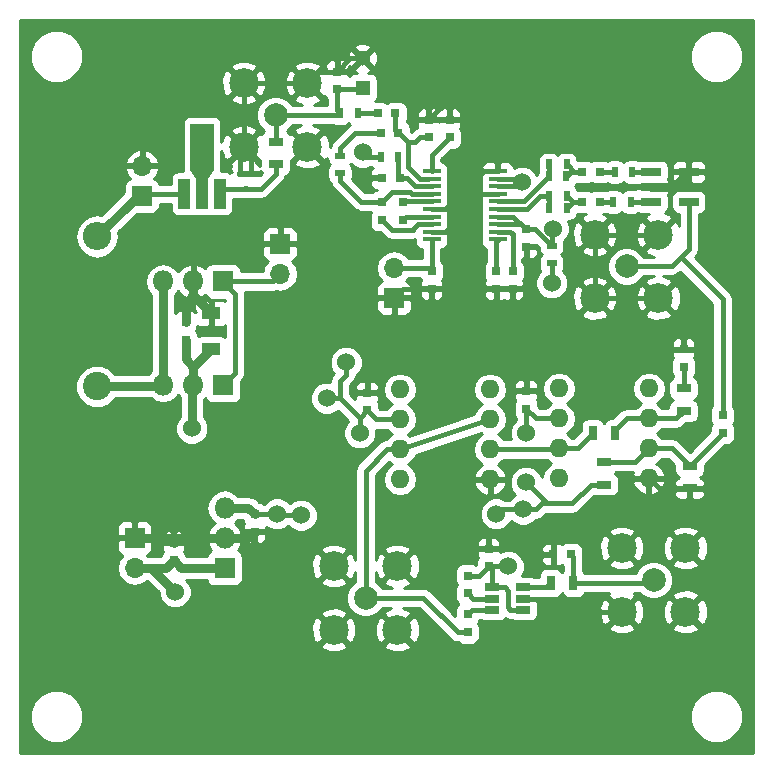
<source format=gbr>
G04 #@! TF.FileFunction,Copper,L1,Top,Signal*
%FSLAX46Y46*%
G04 Gerber Fmt 4.6, Leading zero omitted, Abs format (unit mm)*
G04 Created by KiCad (PCBNEW 4.0.6) date Monday, June 05, 2017 'PMt' 01:39:35 PM*
%MOMM*%
%LPD*%
G01*
G04 APERTURE LIST*
%ADD10C,0.100000*%
%ADD11R,1.300000X0.700000*%
%ADD12R,0.750000X0.800000*%
%ADD13R,1.300000X1.300000*%
%ADD14C,1.300000*%
%ADD15R,1.000760X2.501900*%
%ADD16R,1.998980X4.000500*%
%ADD17R,0.400000X0.510000*%
%ADD18R,1.700000X1.700000*%
%ADD19O,1.700000X1.700000*%
%ADD20C,1.998980*%
%ADD21C,2.500000*%
%ADD22R,1.600000X1.000000*%
%ADD23R,0.800000X0.750000*%
%ADD24R,0.500000X0.900000*%
%ADD25R,0.900000X0.500000*%
%ADD26R,1.800000X1.800000*%
%ADD27O,1.800000X1.800000*%
%ADD28C,2.400000*%
%ADD29O,2.400000X2.400000*%
%ADD30R,0.700000X1.300000*%
%ADD31R,1.651000X0.762000*%
%ADD32R,1.220000X0.650000*%
%ADD33R,1.524000X0.380000*%
%ADD34O,1.600000X1.600000*%
%ADD35C,1.524000*%
%ADD36C,0.381000*%
%ADD37C,0.457200*%
%ADD38C,0.762000*%
%ADD39C,0.254000*%
G04 APERTURE END LIST*
D10*
D11*
X136657000Y-61854000D03*
X136657000Y-63754000D03*
D12*
X141859000Y-57392000D03*
X141859000Y-55892000D03*
D13*
X144018000Y-57277000D03*
D14*
X144018000Y-54777000D03*
D15*
X128927860Y-66233040D03*
X130429000Y-66233040D03*
X131930140Y-66233040D03*
D16*
X130429000Y-62280800D03*
D10*
G36*
X131429760Y-64255650D02*
X130929380Y-65004950D01*
X129928620Y-65004950D01*
X129428240Y-64255650D01*
X131429760Y-64255650D01*
X131429760Y-64255650D01*
G37*
D17*
X134612000Y-64501000D03*
X133612000Y-64501000D03*
X134112000Y-65801000D03*
D18*
X125349000Y-66421000D03*
D19*
X125349000Y-63881000D03*
D20*
X136652000Y-59563000D03*
D21*
X139352020Y-62263020D03*
X133951980Y-62263020D03*
X133951980Y-56862980D03*
X139352020Y-56862980D03*
D22*
X131191000Y-79351000D03*
X131191000Y-76351000D03*
D12*
X129032000Y-78601000D03*
X129032000Y-77101000D03*
X128016000Y-97270000D03*
X128016000Y-95770000D03*
X134874000Y-93357000D03*
X134874000Y-94857000D03*
X144399000Y-84582000D03*
X144399000Y-83082000D03*
X157861000Y-84431000D03*
X157861000Y-82931000D03*
X174498000Y-86475000D03*
X174498000Y-84975000D03*
X171196000Y-80887000D03*
X171196000Y-79387000D03*
D23*
X147181000Y-64897000D03*
X145681000Y-64897000D03*
X162584000Y-64389000D03*
X164084000Y-64389000D03*
D12*
X145669000Y-66941000D03*
X145669000Y-68441000D03*
X147447000Y-66941000D03*
X147447000Y-68441000D03*
D23*
X162584000Y-66929000D03*
X164084000Y-66929000D03*
D12*
X157861000Y-69227000D03*
X157861000Y-70727000D03*
X156718000Y-72795000D03*
X156718000Y-74295000D03*
X149860000Y-72771000D03*
X149860000Y-74271000D03*
X155321000Y-72771000D03*
X155321000Y-74271000D03*
X152908000Y-103354000D03*
X152908000Y-101854000D03*
X152908000Y-100064000D03*
X152908000Y-98564000D03*
D23*
X161659000Y-96774000D03*
X160159000Y-96774000D03*
D12*
X154686000Y-97790000D03*
X154686000Y-96290000D03*
D23*
X147054000Y-61087000D03*
X145554000Y-61087000D03*
X145300000Y-59436000D03*
X146800000Y-59436000D03*
D12*
X151384000Y-59956000D03*
X151384000Y-61456000D03*
X149606000Y-61456000D03*
X149606000Y-59956000D03*
D24*
X142125000Y-59436000D03*
X143625000Y-59436000D03*
X145554000Y-63119000D03*
X147054000Y-63119000D03*
X159790000Y-63754000D03*
X161290000Y-63754000D03*
X159790000Y-67437000D03*
X161290000Y-67437000D03*
D25*
X160020000Y-70624000D03*
X160020000Y-72124000D03*
D18*
X124714000Y-95377000D03*
D19*
X124714000Y-97917000D03*
D18*
X137033000Y-70485000D03*
D19*
X137033000Y-73025000D03*
D18*
X146685000Y-75057000D03*
D19*
X146685000Y-72517000D03*
D26*
X132207000Y-82423000D03*
D27*
X129667000Y-82423000D03*
X127127000Y-82423000D03*
D26*
X132207000Y-73660000D03*
D27*
X129667000Y-73660000D03*
X127127000Y-73660000D03*
D28*
X121539000Y-82550000D03*
D29*
X121539000Y-69850000D03*
D30*
X163500038Y-86531340D03*
X165400038Y-86531340D03*
D11*
X164465000Y-88966000D03*
X164465000Y-90866000D03*
X171196000Y-84621340D03*
X171196000Y-82721340D03*
D24*
X165354000Y-64389000D03*
X166854000Y-64389000D03*
D11*
X171704000Y-91181000D03*
X171704000Y-89281000D03*
D24*
X161278000Y-64770000D03*
X159778000Y-64770000D03*
X161290000Y-66421000D03*
X159790000Y-66421000D03*
X165239000Y-66929000D03*
X166739000Y-66929000D03*
D30*
X159959000Y-99187000D03*
X161859000Y-99187000D03*
D25*
X142113000Y-63004000D03*
X142113000Y-64504000D03*
D31*
X171640500Y-64389000D03*
X168465500Y-64389000D03*
X168465500Y-65659000D03*
X171640500Y-66929000D03*
X168465500Y-66929000D03*
D26*
X132334000Y-97917000D03*
D27*
X132334000Y-95377000D03*
X132334000Y-92837000D03*
D32*
X157607000Y-101455124D03*
X157607000Y-100505124D03*
X157607000Y-99555124D03*
X154987000Y-99555124D03*
X154987000Y-100505124D03*
X154987000Y-101455124D03*
D33*
X149859000Y-64325500D03*
X155449000Y-64325500D03*
X149859000Y-64965500D03*
X155449000Y-64965500D03*
X149859000Y-65605500D03*
X155449000Y-65605500D03*
X149859000Y-66245500D03*
X155449000Y-66245500D03*
X149859000Y-66885500D03*
X155449000Y-66885500D03*
X149859000Y-67525500D03*
X155449000Y-67525500D03*
X149859000Y-68165500D03*
X155449000Y-68165500D03*
X149859000Y-68805500D03*
X155449000Y-68805500D03*
X149859000Y-69445500D03*
X155449000Y-69445500D03*
X149859000Y-70085500D03*
X155449000Y-70085500D03*
D20*
X168656000Y-98933000D03*
D21*
X165955980Y-96232980D03*
X171356020Y-96232980D03*
X171356020Y-101633020D03*
X165955980Y-101633020D03*
D20*
X166370000Y-72390000D03*
D21*
X169070020Y-75090020D03*
X163669980Y-75090020D03*
X163669980Y-69689980D03*
X169070020Y-69689980D03*
D20*
X144272000Y-100457000D03*
D21*
X146972020Y-103157020D03*
X141571980Y-103157020D03*
X141571980Y-97756980D03*
X146972020Y-97756980D03*
D34*
X168260038Y-82721340D03*
X168260038Y-85261340D03*
X168260038Y-87801340D03*
X168260038Y-90341340D03*
X160640038Y-90341340D03*
X160640038Y-87801340D03*
X160640038Y-85261340D03*
X160640038Y-82721340D03*
X154813000Y-82804000D03*
X154813000Y-85344000D03*
X154813000Y-87884000D03*
X154813000Y-90424000D03*
X147193000Y-90424000D03*
X147193000Y-87884000D03*
X147193000Y-85344000D03*
X147193000Y-82804000D03*
D35*
X150495000Y-58293000D03*
X144145000Y-64897000D03*
X129540000Y-86106000D03*
X128143000Y-99949000D03*
X138811000Y-93472000D03*
X155321000Y-93345000D03*
X142621000Y-80518000D03*
X160020000Y-73787000D03*
X140970000Y-83566000D03*
X144018000Y-62738000D03*
X156337000Y-97790000D03*
X157607000Y-92964000D03*
X157861000Y-90678000D03*
X157861000Y-86487000D03*
X143764000Y-86487000D03*
X136779000Y-93345000D03*
X160147000Y-69215000D03*
X157480000Y-65278000D03*
D36*
X165955980Y-101633020D02*
X164188214Y-101633020D01*
X164188214Y-101633020D02*
X163060318Y-100505124D01*
X163060318Y-100505124D02*
X158598000Y-100505124D01*
X158598000Y-100505124D02*
X157607000Y-100505124D01*
D37*
X160159000Y-96774000D02*
X160159000Y-95941800D01*
X160159000Y-95941800D02*
X161117819Y-94982981D01*
X161117819Y-94982981D02*
X164705981Y-94982981D01*
X164705981Y-94982981D02*
X165955980Y-96232980D01*
X171704000Y-91181000D02*
X169099698Y-91181000D01*
X169099698Y-91181000D02*
X168260038Y-90341340D01*
D38*
X132334000Y-95377000D02*
X134354000Y-95377000D01*
X134354000Y-95377000D02*
X134874000Y-94857000D01*
X132334000Y-95377000D02*
X128409000Y-95377000D01*
X128409000Y-95377000D02*
X128016000Y-95770000D01*
X124714000Y-95377000D02*
X127623000Y-95377000D01*
X127623000Y-95377000D02*
X128016000Y-95770000D01*
X129032000Y-77101000D02*
X129032000Y-75462000D01*
X129032000Y-75462000D02*
X129667000Y-74827000D01*
X129667000Y-73660000D02*
X129667000Y-74827000D01*
X129667000Y-74827000D02*
X131191000Y-76351000D01*
D37*
X134612000Y-64501000D02*
X134612000Y-62923040D01*
X134612000Y-62923040D02*
X133951980Y-62263020D01*
X133612000Y-64501000D02*
X133612000Y-62603000D01*
X133612000Y-62603000D02*
X133951980Y-62263020D01*
X144018000Y-54777000D02*
X142974000Y-54777000D01*
X142974000Y-54777000D02*
X141859000Y-55892000D01*
X141859000Y-55892000D02*
X140323000Y-55892000D01*
X140323000Y-55892000D02*
X139352020Y-56862980D01*
X133951980Y-62263020D02*
X133951980Y-56862980D01*
X139352020Y-56862980D02*
X133951980Y-56862980D01*
X132701981Y-58112979D02*
X129914940Y-58112979D01*
X125349000Y-62678919D02*
X125349000Y-63881000D01*
X129914940Y-58112979D02*
X125349000Y-62678919D01*
X133951980Y-56862980D02*
X132701981Y-58112979D01*
D36*
X163669980Y-75090020D02*
X169070020Y-75090020D01*
X163669980Y-69689980D02*
X163669980Y-75090020D01*
X169070020Y-69689980D02*
X163669980Y-69689980D01*
X149859000Y-69445500D02*
X151002000Y-69445500D01*
X151002000Y-69445500D02*
X152282000Y-68165500D01*
X152282000Y-68165500D02*
X152282000Y-66245500D01*
X152282000Y-66245500D02*
X153670000Y-66245500D01*
X153670000Y-66245500D02*
X154306000Y-66245500D01*
X155449000Y-64325500D02*
X154306000Y-64325500D01*
X154306000Y-64325500D02*
X153670000Y-64961500D01*
X153670000Y-64961500D02*
X153670000Y-66245500D01*
X149859000Y-67525500D02*
X151002000Y-67525500D01*
X151002000Y-67525500D02*
X152282000Y-66245500D01*
X154306000Y-66245500D02*
X155449000Y-66245500D01*
X149860000Y-74271000D02*
X147471000Y-74271000D01*
X147471000Y-74271000D02*
X146685000Y-75057000D01*
X151384000Y-59956000D02*
X151384000Y-59182000D01*
X151384000Y-59182000D02*
X150495000Y-58293000D01*
X150495000Y-58293000D02*
X150495000Y-59067000D01*
X150495000Y-59067000D02*
X149606000Y-59956000D01*
X145681000Y-64897000D02*
X144145000Y-64897000D01*
X157861000Y-70727000D02*
X157861000Y-73908000D01*
X157861000Y-73908000D02*
X157474000Y-74295000D01*
X157474000Y-74295000D02*
X156718000Y-74295000D01*
D38*
X171640500Y-64389000D02*
X170370500Y-65659000D01*
X170370500Y-65659000D02*
X168465500Y-65659000D01*
X129540000Y-86106000D02*
X129540000Y-82550000D01*
X129540000Y-82550000D02*
X129667000Y-82423000D01*
X124714000Y-97917000D02*
X126111000Y-97917000D01*
X126111000Y-97917000D02*
X128143000Y-99949000D01*
X132334000Y-97917000D02*
X128663000Y-97917000D01*
X128663000Y-97917000D02*
X128016000Y-97270000D01*
X124714000Y-97917000D02*
X127369000Y-97917000D01*
X127369000Y-97917000D02*
X128016000Y-97270000D01*
X129032000Y-78601000D02*
X129032000Y-80240000D01*
X129032000Y-80240000D02*
X129667000Y-80875000D01*
X129667000Y-82423000D02*
X129667000Y-80875000D01*
X129667000Y-80875000D02*
X131191000Y-79351000D01*
D36*
X138811000Y-93472000D02*
X136906000Y-93472000D01*
X136906000Y-93472000D02*
X136779000Y-93345000D01*
X157607000Y-92964000D02*
X155702000Y-92964000D01*
X155702000Y-92964000D02*
X155321000Y-93345000D01*
D37*
X142621000Y-80518000D02*
X142621000Y-81595630D01*
X142621000Y-81595630D02*
X142113000Y-82103630D01*
X142113000Y-82103630D02*
X142113000Y-83566000D01*
X160020000Y-72124000D02*
X160020000Y-73787000D01*
X140970000Y-83566000D02*
X142113000Y-83566000D01*
X142113000Y-83566000D02*
X143764000Y-85217000D01*
X145554000Y-63119000D02*
X144399000Y-63119000D01*
X144399000Y-63119000D02*
X144018000Y-62738000D01*
X156337000Y-97790000D02*
X154686000Y-97790000D01*
X156337000Y-99837924D02*
X156337000Y-101252324D01*
X156337000Y-101252324D02*
X156539800Y-101455124D01*
X156539800Y-101455124D02*
X157607000Y-101455124D01*
X154987000Y-99555124D02*
X156054200Y-99555124D01*
X156054200Y-99555124D02*
X156337000Y-99837924D01*
X157607000Y-92964000D02*
X158684630Y-92964000D01*
X158684630Y-92964000D02*
X159192630Y-92456000D01*
X159192630Y-92456000D02*
X159639000Y-92456000D01*
X157861000Y-90678000D02*
X159639000Y-92456000D01*
X159639000Y-92456000D02*
X161767800Y-92456000D01*
X161767800Y-92456000D02*
X163357800Y-90866000D01*
X163357800Y-90866000D02*
X164465000Y-90866000D01*
X157861000Y-84431000D02*
X157861000Y-86487000D01*
X143764000Y-86487000D02*
X143764000Y-85217000D01*
X143764000Y-85217000D02*
X144399000Y-84582000D01*
X134874000Y-93357000D02*
X136767000Y-93357000D01*
X136767000Y-93357000D02*
X136779000Y-93345000D01*
X160640038Y-85261340D02*
X158691340Y-85261340D01*
X158691340Y-85261340D02*
X157861000Y-84431000D01*
X147193000Y-85344000D02*
X145161000Y-85344000D01*
X145161000Y-85344000D02*
X144399000Y-84582000D01*
D38*
X132334000Y-92837000D02*
X134354000Y-92837000D01*
X134354000Y-92837000D02*
X134874000Y-93357000D01*
D37*
X152908000Y-98564000D02*
X153912000Y-98564000D01*
X153912000Y-98564000D02*
X154686000Y-97790000D01*
X154987000Y-99555124D02*
X154987000Y-98091000D01*
X154987000Y-98091000D02*
X154686000Y-97790000D01*
X141859000Y-57392000D02*
X143903000Y-57392000D01*
X143903000Y-57392000D02*
X144018000Y-57277000D01*
X141859000Y-57392000D02*
X141859000Y-59170000D01*
X141859000Y-59170000D02*
X142125000Y-59436000D01*
X136652000Y-59563000D02*
X141998000Y-59563000D01*
X141998000Y-59563000D02*
X142125000Y-59436000D01*
X136657000Y-61854000D02*
X136657000Y-59568000D01*
X136657000Y-59568000D02*
X136652000Y-59563000D01*
X164465000Y-88966000D02*
X167095378Y-88966000D01*
X167095378Y-88966000D02*
X168260038Y-87801340D01*
X174498000Y-86475000D02*
X174498000Y-86487000D01*
X174498000Y-86487000D02*
X171704000Y-89281000D01*
X168260038Y-87801340D02*
X170224340Y-87801340D01*
X170224340Y-87801340D02*
X171704000Y-89281000D01*
D36*
X171640500Y-70929500D02*
X170942000Y-71628000D01*
X170942000Y-71628000D02*
X170180000Y-72390000D01*
D37*
X174498000Y-75184000D02*
X170942000Y-71628000D01*
X174498000Y-84975000D02*
X174498000Y-75184000D01*
D36*
X170180000Y-72390000D02*
X166370000Y-72390000D01*
X171640500Y-66929000D02*
X171640500Y-70929500D01*
D37*
X171196000Y-82721340D02*
X171196000Y-80887000D01*
D36*
X147750694Y-64897000D02*
X148459703Y-65606009D01*
X148459703Y-65606009D02*
X149858491Y-65606009D01*
X149858491Y-65606009D02*
X149859000Y-65605500D01*
X147054000Y-63119000D02*
X147054000Y-64770000D01*
X147054000Y-64770000D02*
X147181000Y-64897000D01*
X147750694Y-64897000D02*
X147181000Y-64897000D01*
D37*
X162584000Y-64389000D02*
X161925000Y-64389000D01*
X161925000Y-64389000D02*
X161290000Y-63754000D01*
X162584000Y-64389000D02*
X161659000Y-64389000D01*
X161659000Y-64389000D02*
X161278000Y-64770000D01*
X161290000Y-64758000D02*
X161278000Y-64770000D01*
X162584000Y-64389000D02*
X162433000Y-64389000D01*
X164084000Y-64389000D02*
X165354000Y-64389000D01*
D36*
X148052154Y-66096499D02*
X148201155Y-66245500D01*
X148201155Y-66245500D02*
X149859000Y-66245500D01*
X142113000Y-64504000D02*
X142113000Y-65135000D01*
X142113000Y-65135000D02*
X143919000Y-66941000D01*
X143919000Y-66941000D02*
X144913000Y-66941000D01*
X144913000Y-66941000D02*
X145669000Y-66941000D01*
X146488501Y-66096499D02*
X145669000Y-66916000D01*
X145669000Y-66916000D02*
X145669000Y-66941000D01*
X148052154Y-66096499D02*
X146488501Y-66096499D01*
X148302345Y-69285501D02*
X148302345Y-69219155D01*
X148302345Y-69219155D02*
X148716000Y-68805500D01*
X148716000Y-68805500D02*
X149859000Y-68805500D01*
X146488501Y-69285501D02*
X145669000Y-68466000D01*
X148302345Y-69285501D02*
X146488501Y-69285501D01*
X145669000Y-68466000D02*
X145669000Y-68441000D01*
X147447000Y-66941000D02*
X147502500Y-66885500D01*
X147502500Y-66885500D02*
X149859000Y-66885500D01*
X147456846Y-66950846D02*
X147447000Y-66941000D01*
X149859000Y-68165500D02*
X147722500Y-68165500D01*
X147722500Y-68165500D02*
X147447000Y-68441000D01*
X147657154Y-68230846D02*
X147447000Y-68441000D01*
D37*
X162584000Y-66929000D02*
X161798000Y-66929000D01*
X161798000Y-66929000D02*
X161290000Y-66421000D01*
X161798000Y-66929000D02*
X161290000Y-67437000D01*
X162560000Y-66929000D02*
X162584000Y-66929000D01*
X165239000Y-66929000D02*
X164084000Y-66929000D01*
D36*
X155449000Y-69445500D02*
X156496756Y-69445500D01*
X156496756Y-69445500D02*
X156718000Y-69666744D01*
X156718000Y-72795000D02*
X156718000Y-69666744D01*
X149859000Y-70085500D02*
X149859000Y-72770000D01*
X149859000Y-72770000D02*
X149860000Y-72771000D01*
X146685000Y-72517000D02*
X149606000Y-72517000D01*
X149606000Y-72517000D02*
X149860000Y-72771000D01*
D37*
X155321000Y-72771000D02*
X155321000Y-70312447D01*
X155321000Y-70312447D02*
X155450000Y-70183447D01*
X152908000Y-103354000D02*
X152075800Y-103354000D01*
X152075800Y-103354000D02*
X149178800Y-100457000D01*
X149178800Y-100457000D02*
X145685492Y-100457000D01*
X145685492Y-100457000D02*
X144272000Y-100457000D01*
X152908000Y-103329000D02*
X152908000Y-103354000D01*
X147193000Y-87884000D02*
X146061630Y-87884000D01*
X146061630Y-87884000D02*
X144272000Y-89673630D01*
X144272000Y-89673630D02*
X144272000Y-99043508D01*
X144272000Y-99043508D02*
X144272000Y-100457000D01*
X147193000Y-87884000D02*
X154813000Y-85344000D01*
D36*
X147835000Y-63951501D02*
X148854498Y-64970999D01*
X148854498Y-64970999D02*
X149542114Y-64970999D01*
X146800000Y-59436000D02*
X146800000Y-60833000D01*
X146800000Y-60833000D02*
X147054000Y-61087000D01*
X149606000Y-61456000D02*
X148850000Y-61456000D01*
X148850000Y-61456000D02*
X148463000Y-61843000D01*
X148463000Y-61843000D02*
X147835000Y-61843000D01*
X147835000Y-63951501D02*
X147835000Y-61843000D01*
X147835000Y-61843000D02*
X147079000Y-61087000D01*
X147079000Y-61087000D02*
X147054000Y-61087000D01*
X145554000Y-61087000D02*
X143399000Y-61087000D01*
X143399000Y-61087000D02*
X142113000Y-62373000D01*
X142113000Y-62373000D02*
X142113000Y-63004000D01*
X143625000Y-59436000D02*
X145300000Y-59436000D01*
X151384000Y-61456000D02*
X149859000Y-62981000D01*
X149859000Y-62981000D02*
X149859000Y-64325500D01*
D37*
X136657000Y-63754000D02*
X136657000Y-64561200D01*
X136657000Y-64561200D02*
X135417200Y-65801000D01*
X135417200Y-65801000D02*
X134112000Y-65801000D01*
X134112000Y-65801000D02*
X132362180Y-65801000D01*
X132362180Y-65801000D02*
X131930140Y-66233040D01*
X161859000Y-99187000D02*
X168402000Y-99187000D01*
X168402000Y-99187000D02*
X168656000Y-98933000D01*
X161859000Y-99187000D02*
X161859000Y-96974000D01*
X161859000Y-96974000D02*
X161659000Y-96774000D01*
D38*
X125349000Y-66421000D02*
X124968000Y-66421000D01*
X124968000Y-66421000D02*
X121539000Y-69850000D01*
D37*
X128927860Y-66233040D02*
X125536960Y-66233040D01*
X125536960Y-66233040D02*
X125349000Y-66421000D01*
X154813000Y-87884000D02*
X160557378Y-87884000D01*
X160557378Y-87884000D02*
X160640038Y-87801340D01*
X160640038Y-87801340D02*
X162230038Y-87801340D01*
X162230038Y-87801340D02*
X163500038Y-86531340D01*
X168260038Y-85261340D02*
X170556000Y-85261340D01*
X170556000Y-85261340D02*
X171196000Y-84621340D01*
X168260038Y-85261340D02*
X166370038Y-85261340D01*
X166370038Y-85261340D02*
X165400038Y-86231340D01*
X165400038Y-86231340D02*
X165400038Y-86531340D01*
X168465500Y-64389000D02*
X166854000Y-64389000D01*
X166739000Y-66929000D02*
X168465500Y-66929000D01*
X160020000Y-70624000D02*
X160020000Y-69342000D01*
X160020000Y-69342000D02*
X160147000Y-69215000D01*
X157861000Y-69227000D02*
X158623000Y-69227000D01*
X158623000Y-69227000D02*
X160020000Y-70624000D01*
D36*
X155449000Y-64965500D02*
X157167500Y-64965500D01*
X157167500Y-64965500D02*
X157480000Y-65278000D01*
X155449000Y-65605500D02*
X157152500Y-65605500D01*
X157152500Y-65605500D02*
X157480000Y-65278000D01*
X157976000Y-69342000D02*
X157861000Y-69227000D01*
X155449000Y-68805500D02*
X157439500Y-68805500D01*
X157439500Y-68805500D02*
X157861000Y-69227000D01*
X155449000Y-68165500D02*
X156799500Y-68165500D01*
X156799500Y-68165500D02*
X157861000Y-69227000D01*
X159778000Y-64770000D02*
X157660000Y-66888000D01*
X156592000Y-66885500D02*
X155449000Y-66885500D01*
X157660000Y-66888000D02*
X156594500Y-66888000D01*
X156594500Y-66888000D02*
X156592000Y-66885500D01*
X159790000Y-63754000D02*
X159790000Y-64758000D01*
X159790000Y-64758000D02*
X159778000Y-64770000D01*
X155449000Y-67525500D02*
X156592000Y-67525500D01*
X156592000Y-67525500D02*
X156594500Y-67523000D01*
X156594500Y-67523000D02*
X157923025Y-67523000D01*
X157923025Y-67523000D02*
X159025025Y-66421000D01*
X159025025Y-66421000D02*
X159790000Y-66421000D01*
X159790000Y-66421000D02*
X159790000Y-67437000D01*
D37*
X157607000Y-99555124D02*
X159590876Y-99555124D01*
X159590876Y-99555124D02*
X159959000Y-99187000D01*
X132207000Y-73660000D02*
X133235601Y-74688601D01*
X133235601Y-74688601D02*
X133235601Y-81394399D01*
X133235601Y-81394399D02*
X132207000Y-82423000D01*
X132207000Y-73660000D02*
X136398000Y-73660000D01*
X136398000Y-73660000D02*
X137033000Y-73025000D01*
D38*
X127127000Y-73660000D02*
X127127000Y-82423000D01*
X121539000Y-82550000D02*
X127000000Y-82550000D01*
X127000000Y-82550000D02*
X127127000Y-82423000D01*
D37*
X154987000Y-101455124D02*
X153306876Y-101455124D01*
X153306876Y-101455124D02*
X152908000Y-101854000D01*
X154987000Y-100505124D02*
X153349124Y-100505124D01*
X153349124Y-100505124D02*
X152908000Y-100064000D01*
D39*
G36*
X177090000Y-113590000D02*
X115010000Y-113590000D01*
X115010000Y-110932619D01*
X115874613Y-110932619D01*
X116214155Y-111754372D01*
X116842321Y-112383636D01*
X117663481Y-112724611D01*
X118552619Y-112725387D01*
X119374372Y-112385845D01*
X120003636Y-111757679D01*
X120344611Y-110936519D01*
X120344614Y-110932619D01*
X171754613Y-110932619D01*
X172094155Y-111754372D01*
X172722321Y-112383636D01*
X173543481Y-112724611D01*
X174432619Y-112725387D01*
X175254372Y-112385845D01*
X175883636Y-111757679D01*
X176224611Y-110936519D01*
X176225387Y-110047381D01*
X175885845Y-109225628D01*
X175257679Y-108596364D01*
X174436519Y-108255389D01*
X173547381Y-108254613D01*
X172725628Y-108594155D01*
X172096364Y-109222321D01*
X171755389Y-110043481D01*
X171754613Y-110932619D01*
X120344614Y-110932619D01*
X120345387Y-110047381D01*
X120005845Y-109225628D01*
X119377679Y-108596364D01*
X118556519Y-108255389D01*
X117667381Y-108254613D01*
X116845628Y-108594155D01*
X116216364Y-109222321D01*
X115875389Y-110043481D01*
X115874613Y-110932619D01*
X115010000Y-110932619D01*
X115010000Y-104490340D01*
X140418265Y-104490340D01*
X140547513Y-104783143D01*
X141247786Y-105051408D01*
X141997415Y-105031270D01*
X142596447Y-104783143D01*
X142725695Y-104490340D01*
X145818305Y-104490340D01*
X145947553Y-104783143D01*
X146647826Y-105051408D01*
X147397455Y-105031270D01*
X147996487Y-104783143D01*
X148125735Y-104490340D01*
X146972020Y-103336625D01*
X145818305Y-104490340D01*
X142725695Y-104490340D01*
X141571980Y-103336625D01*
X140418265Y-104490340D01*
X115010000Y-104490340D01*
X115010000Y-102832826D01*
X139677592Y-102832826D01*
X139697730Y-103582455D01*
X139945857Y-104181487D01*
X140238660Y-104310735D01*
X141392375Y-103157020D01*
X141751585Y-103157020D01*
X142905300Y-104310735D01*
X143198103Y-104181487D01*
X143466368Y-103481214D01*
X143448950Y-102832826D01*
X145077632Y-102832826D01*
X145097770Y-103582455D01*
X145345897Y-104181487D01*
X145638700Y-104310735D01*
X146792415Y-103157020D01*
X147151625Y-103157020D01*
X148305340Y-104310735D01*
X148598143Y-104181487D01*
X148866408Y-103481214D01*
X148846270Y-102731585D01*
X148598143Y-102132553D01*
X148305340Y-102003305D01*
X147151625Y-103157020D01*
X146792415Y-103157020D01*
X145638700Y-102003305D01*
X145345897Y-102132553D01*
X145077632Y-102832826D01*
X143448950Y-102832826D01*
X143446230Y-102731585D01*
X143198103Y-102132553D01*
X142905300Y-102003305D01*
X141751585Y-103157020D01*
X141392375Y-103157020D01*
X140238660Y-102003305D01*
X139945857Y-102132553D01*
X139677592Y-102832826D01*
X115010000Y-102832826D01*
X115010000Y-101823700D01*
X140418265Y-101823700D01*
X141571980Y-102977415D01*
X142725695Y-101823700D01*
X142596447Y-101530897D01*
X141896174Y-101262632D01*
X141146545Y-101282770D01*
X140547513Y-101530897D01*
X140418265Y-101823700D01*
X115010000Y-101823700D01*
X115010000Y-97917000D01*
X123199907Y-97917000D01*
X123312946Y-98485285D01*
X123634853Y-98967054D01*
X124116622Y-99288961D01*
X124684907Y-99402000D01*
X124743093Y-99402000D01*
X125311378Y-99288961D01*
X125751825Y-98994665D01*
X126745965Y-99988805D01*
X126745758Y-100225661D01*
X126957990Y-100739303D01*
X127350630Y-101132629D01*
X127863900Y-101345757D01*
X128419661Y-101346242D01*
X128933303Y-101134010D01*
X129326629Y-100741370D01*
X129539757Y-100228100D01*
X129540242Y-99672339D01*
X129328010Y-99158697D01*
X129102707Y-98933000D01*
X130808387Y-98933000D01*
X130830838Y-99052317D01*
X130969910Y-99268441D01*
X131182110Y-99413431D01*
X131434000Y-99464440D01*
X133234000Y-99464440D01*
X133469317Y-99420162D01*
X133685441Y-99281090D01*
X133815802Y-99090300D01*
X140418265Y-99090300D01*
X140547513Y-99383103D01*
X141247786Y-99651368D01*
X141997415Y-99631230D01*
X142596447Y-99383103D01*
X142725695Y-99090300D01*
X141571980Y-97936585D01*
X140418265Y-99090300D01*
X133815802Y-99090300D01*
X133830431Y-99068890D01*
X133881440Y-98817000D01*
X133881440Y-97432786D01*
X139677592Y-97432786D01*
X139697730Y-98182415D01*
X139945857Y-98781447D01*
X140238660Y-98910695D01*
X141392375Y-97756980D01*
X140238660Y-96603265D01*
X139945857Y-96732513D01*
X139677592Y-97432786D01*
X133881440Y-97432786D01*
X133881440Y-97017000D01*
X133837162Y-96781683D01*
X133698090Y-96565559D01*
X133490414Y-96423660D01*
X140418265Y-96423660D01*
X141571980Y-97577375D01*
X142725695Y-96423660D01*
X142596447Y-96130857D01*
X141896174Y-95862592D01*
X141146545Y-95882730D01*
X140547513Y-96130857D01*
X140418265Y-96423660D01*
X133490414Y-96423660D01*
X133485890Y-96420569D01*
X133434854Y-96410234D01*
X133571966Y-96284576D01*
X133825046Y-95741742D01*
X133704998Y-95504002D01*
X133869000Y-95504002D01*
X133869000Y-95395380D01*
X133960673Y-95616698D01*
X134139301Y-95795327D01*
X134372690Y-95892000D01*
X134588250Y-95892000D01*
X134747000Y-95733250D01*
X134747000Y-94984000D01*
X135001000Y-94984000D01*
X135001000Y-95733250D01*
X135159750Y-95892000D01*
X135375310Y-95892000D01*
X135608699Y-95795327D01*
X135787327Y-95616698D01*
X135884000Y-95383309D01*
X135884000Y-95142750D01*
X135725250Y-94984000D01*
X135001000Y-94984000D01*
X134747000Y-94984000D01*
X134022750Y-94984000D01*
X133864000Y-95142750D01*
X133864000Y-95249998D01*
X133704998Y-95249998D01*
X133825046Y-95012258D01*
X133571966Y-94469424D01*
X133181418Y-94111501D01*
X133419409Y-93952481D01*
X133485880Y-93853000D01*
X133869624Y-93853000D01*
X133895838Y-93992317D01*
X133962329Y-94095646D01*
X133960673Y-94097302D01*
X133864000Y-94330691D01*
X133864000Y-94571250D01*
X134022750Y-94730000D01*
X134747000Y-94730000D01*
X134747000Y-94710000D01*
X135001000Y-94710000D01*
X135001000Y-94730000D01*
X135725250Y-94730000D01*
X135884000Y-94571250D01*
X135884000Y-94425820D01*
X135986630Y-94528629D01*
X136499900Y-94741757D01*
X137055661Y-94742242D01*
X137569303Y-94530010D01*
X137731549Y-94368047D01*
X138018630Y-94655629D01*
X138531900Y-94868757D01*
X139087661Y-94869242D01*
X139601303Y-94657010D01*
X139994629Y-94264370D01*
X140207757Y-93751100D01*
X140208242Y-93195339D01*
X139996010Y-92681697D01*
X139603370Y-92288371D01*
X139090100Y-92075243D01*
X138534339Y-92074758D01*
X138020697Y-92286990D01*
X137858451Y-92448953D01*
X137571370Y-92161371D01*
X137058100Y-91948243D01*
X136502339Y-91947758D01*
X135988697Y-92159990D01*
X135671198Y-92476935D01*
X135500890Y-92360569D01*
X135267057Y-92313217D01*
X135072420Y-92118580D01*
X134742807Y-91898338D01*
X134678300Y-91885507D01*
X134354000Y-91821000D01*
X133485880Y-91821000D01*
X133419409Y-91721519D01*
X132921419Y-91388773D01*
X132334000Y-91271928D01*
X131746581Y-91388773D01*
X131248591Y-91721519D01*
X130915845Y-92219509D01*
X130799000Y-92806928D01*
X130799000Y-92867072D01*
X130915845Y-93454491D01*
X131248591Y-93952481D01*
X131486582Y-94111501D01*
X131096034Y-94469424D01*
X130842954Y-95012258D01*
X130963003Y-95250000D01*
X132207000Y-95250000D01*
X132207000Y-95230000D01*
X132461000Y-95230000D01*
X132461000Y-95250000D01*
X132481000Y-95250000D01*
X132481000Y-95504000D01*
X132461000Y-95504000D01*
X132461000Y-95524000D01*
X132207000Y-95524000D01*
X132207000Y-95504000D01*
X130963003Y-95504000D01*
X130842954Y-95741742D01*
X131096034Y-96284576D01*
X131230538Y-96407844D01*
X131198683Y-96413838D01*
X130982559Y-96552910D01*
X130837569Y-96765110D01*
X130810051Y-96901000D01*
X129083841Y-96901000D01*
X129035102Y-96852262D01*
X128994162Y-96634683D01*
X128927671Y-96531354D01*
X128929327Y-96529698D01*
X129026000Y-96296309D01*
X129026000Y-96055750D01*
X128867250Y-95897000D01*
X128143000Y-95897000D01*
X128143000Y-95917000D01*
X127889000Y-95917000D01*
X127889000Y-95897000D01*
X127164750Y-95897000D01*
X127006000Y-96055750D01*
X127006000Y-96296309D01*
X127102673Y-96529698D01*
X127104043Y-96531068D01*
X127044569Y-96618110D01*
X126997217Y-96851943D01*
X126948160Y-96901000D01*
X125815901Y-96901000D01*
X125793147Y-96866946D01*
X125749223Y-96837597D01*
X125923698Y-96765327D01*
X126102327Y-96586699D01*
X126199000Y-96353310D01*
X126199000Y-95662750D01*
X126040250Y-95504000D01*
X124841000Y-95504000D01*
X124841000Y-95524000D01*
X124587000Y-95524000D01*
X124587000Y-95504000D01*
X123387750Y-95504000D01*
X123229000Y-95662750D01*
X123229000Y-96353310D01*
X123325673Y-96586699D01*
X123504302Y-96765327D01*
X123678777Y-96837597D01*
X123634853Y-96866946D01*
X123312946Y-97348715D01*
X123199907Y-97917000D01*
X115010000Y-97917000D01*
X115010000Y-94400690D01*
X123229000Y-94400690D01*
X123229000Y-95091250D01*
X123387750Y-95250000D01*
X124587000Y-95250000D01*
X124587000Y-94050750D01*
X124841000Y-94050750D01*
X124841000Y-95250000D01*
X126040250Y-95250000D01*
X126046559Y-95243691D01*
X127006000Y-95243691D01*
X127006000Y-95484250D01*
X127164750Y-95643000D01*
X127889000Y-95643000D01*
X127889000Y-94893750D01*
X128143000Y-94893750D01*
X128143000Y-95643000D01*
X128867250Y-95643000D01*
X129026000Y-95484250D01*
X129026000Y-95243691D01*
X128929327Y-95010302D01*
X128750699Y-94831673D01*
X128517310Y-94735000D01*
X128301750Y-94735000D01*
X128143000Y-94893750D01*
X127889000Y-94893750D01*
X127730250Y-94735000D01*
X127514690Y-94735000D01*
X127281301Y-94831673D01*
X127102673Y-95010302D01*
X127006000Y-95243691D01*
X126046559Y-95243691D01*
X126199000Y-95091250D01*
X126199000Y-94400690D01*
X126102327Y-94167301D01*
X125923698Y-93988673D01*
X125690309Y-93892000D01*
X124999750Y-93892000D01*
X124841000Y-94050750D01*
X124587000Y-94050750D01*
X124428250Y-93892000D01*
X123737691Y-93892000D01*
X123504302Y-93988673D01*
X123325673Y-94167301D01*
X123229000Y-94400690D01*
X115010000Y-94400690D01*
X115010000Y-82913403D01*
X119703682Y-82913403D01*
X119982455Y-83588086D01*
X120498199Y-84104730D01*
X121172395Y-84384681D01*
X121902403Y-84385318D01*
X122577086Y-84106545D01*
X123093730Y-83590801D01*
X123104028Y-83566000D01*
X126097710Y-83566000D01*
X126509509Y-83841155D01*
X127096928Y-83958000D01*
X127157072Y-83958000D01*
X127744491Y-83841155D01*
X128242481Y-83508409D01*
X128397000Y-83277155D01*
X128524000Y-83467224D01*
X128524000Y-85146293D01*
X128356371Y-85313630D01*
X128143243Y-85826900D01*
X128142758Y-86382661D01*
X128354990Y-86896303D01*
X128747630Y-87289629D01*
X129260900Y-87502757D01*
X129816661Y-87503242D01*
X130330303Y-87291010D01*
X130723629Y-86898370D01*
X130936757Y-86385100D01*
X130937242Y-85829339D01*
X130725010Y-85315697D01*
X130556000Y-85146392D01*
X130556000Y-83659739D01*
X130705026Y-83560163D01*
X130842910Y-83774441D01*
X131055110Y-83919431D01*
X131307000Y-83970440D01*
X133107000Y-83970440D01*
X133342317Y-83926162D01*
X133472081Y-83842661D01*
X139572758Y-83842661D01*
X139784990Y-84356303D01*
X140177630Y-84749629D01*
X140690900Y-84962757D01*
X141246661Y-84963242D01*
X141760303Y-84751010D01*
X141918637Y-84592952D01*
X142800535Y-85474850D01*
X142580371Y-85694630D01*
X142367243Y-86207900D01*
X142366758Y-86763661D01*
X142578990Y-87277303D01*
X142971630Y-87670629D01*
X143484900Y-87883757D01*
X144040661Y-87884242D01*
X144554303Y-87672010D01*
X144947629Y-87279370D01*
X145160757Y-86766100D01*
X145161242Y-86210339D01*
X145160031Y-86207407D01*
X145161000Y-86207600D01*
X146049228Y-86207600D01*
X146150189Y-86358698D01*
X146532275Y-86614000D01*
X146150189Y-86869302D01*
X146047327Y-87023245D01*
X145731145Y-87086138D01*
X145450973Y-87273343D01*
X143661343Y-89062973D01*
X143474138Y-89343145D01*
X143408400Y-89673630D01*
X143408400Y-97240215D01*
X143198103Y-96732513D01*
X142905300Y-96603265D01*
X141751585Y-97756980D01*
X142905300Y-98910695D01*
X143198103Y-98781447D01*
X143408400Y-98232492D01*
X143408400Y-99045311D01*
X143347345Y-99070538D01*
X142887154Y-99529927D01*
X142637794Y-100130453D01*
X142637226Y-100780694D01*
X142885538Y-101381655D01*
X143344927Y-101841846D01*
X143945453Y-102091206D01*
X144595694Y-102091774D01*
X145196655Y-101843462D01*
X145656846Y-101384073D01*
X145683202Y-101320600D01*
X146455255Y-101320600D01*
X145947553Y-101530897D01*
X145818305Y-101823700D01*
X146972020Y-102977415D01*
X148125735Y-101823700D01*
X147996487Y-101530897D01*
X147447532Y-101320600D01*
X148821086Y-101320600D01*
X151465143Y-103964658D01*
X151745315Y-104151862D01*
X152075800Y-104217600D01*
X152086705Y-104217600D01*
X152281110Y-104350431D01*
X152533000Y-104401440D01*
X153283000Y-104401440D01*
X153518317Y-104357162D01*
X153734441Y-104218090D01*
X153879431Y-104005890D01*
X153930440Y-103754000D01*
X153930440Y-102966340D01*
X164802265Y-102966340D01*
X164931513Y-103259143D01*
X165631786Y-103527408D01*
X166381415Y-103507270D01*
X166980447Y-103259143D01*
X167109695Y-102966340D01*
X170202305Y-102966340D01*
X170331553Y-103259143D01*
X171031826Y-103527408D01*
X171781455Y-103507270D01*
X172380487Y-103259143D01*
X172509735Y-102966340D01*
X171356020Y-101812625D01*
X170202305Y-102966340D01*
X167109695Y-102966340D01*
X165955980Y-101812625D01*
X164802265Y-102966340D01*
X153930440Y-102966340D01*
X153930440Y-102954000D01*
X153886162Y-102718683D01*
X153812380Y-102604022D01*
X153879431Y-102505890D01*
X153917333Y-102318724D01*
X154040471Y-102318724D01*
X154125110Y-102376555D01*
X154377000Y-102427564D01*
X155597000Y-102427564D01*
X155832317Y-102383286D01*
X156048441Y-102244214D01*
X156094751Y-102176437D01*
X156209315Y-102252986D01*
X156539800Y-102318724D01*
X156660471Y-102318724D01*
X156745110Y-102376555D01*
X156997000Y-102427564D01*
X158217000Y-102427564D01*
X158452317Y-102383286D01*
X158668441Y-102244214D01*
X158813431Y-102032014D01*
X158864440Y-101780124D01*
X158864440Y-101308826D01*
X164061592Y-101308826D01*
X164081730Y-102058455D01*
X164329857Y-102657487D01*
X164622660Y-102786735D01*
X165776375Y-101633020D01*
X166135585Y-101633020D01*
X167289300Y-102786735D01*
X167582103Y-102657487D01*
X167850368Y-101957214D01*
X167832950Y-101308826D01*
X169461632Y-101308826D01*
X169481770Y-102058455D01*
X169729897Y-102657487D01*
X170022700Y-102786735D01*
X171176415Y-101633020D01*
X171535625Y-101633020D01*
X172689340Y-102786735D01*
X172982143Y-102657487D01*
X173250408Y-101957214D01*
X173230270Y-101207585D01*
X172982143Y-100608553D01*
X172689340Y-100479305D01*
X171535625Y-101633020D01*
X171176415Y-101633020D01*
X170022700Y-100479305D01*
X169729897Y-100608553D01*
X169461632Y-101308826D01*
X167832950Y-101308826D01*
X167830230Y-101207585D01*
X167582103Y-100608553D01*
X167289300Y-100479305D01*
X166135585Y-101633020D01*
X165776375Y-101633020D01*
X164622660Y-100479305D01*
X164329857Y-100608553D01*
X164061592Y-101308826D01*
X158864440Y-101308826D01*
X158864440Y-101130124D01*
X158838081Y-100990038D01*
X158852000Y-100956434D01*
X158852000Y-100790874D01*
X158693250Y-100632124D01*
X158612949Y-100632124D01*
X158468890Y-100533693D01*
X158331880Y-100505948D01*
X158452317Y-100483286D01*
X158552649Y-100418724D01*
X159335586Y-100418724D01*
X159357110Y-100433431D01*
X159609000Y-100484440D01*
X160309000Y-100484440D01*
X160544317Y-100440162D01*
X160760441Y-100301090D01*
X160905431Y-100088890D01*
X160908081Y-100075803D01*
X161044910Y-100288441D01*
X161257110Y-100433431D01*
X161509000Y-100484440D01*
X162209000Y-100484440D01*
X162444317Y-100440162D01*
X162660441Y-100301090D01*
X162805431Y-100088890D01*
X162813185Y-100050600D01*
X164912222Y-100050600D01*
X164802265Y-100299700D01*
X165955980Y-101453415D01*
X167109695Y-100299700D01*
X166999738Y-100050600D01*
X167462147Y-100050600D01*
X167728927Y-100317846D01*
X168329453Y-100567206D01*
X168979694Y-100567774D01*
X169580655Y-100319462D01*
X169600451Y-100299700D01*
X170202305Y-100299700D01*
X171356020Y-101453415D01*
X172509735Y-100299700D01*
X172380487Y-100006897D01*
X171680214Y-99738632D01*
X170930585Y-99758770D01*
X170331553Y-100006897D01*
X170202305Y-100299700D01*
X169600451Y-100299700D01*
X170040846Y-99860073D01*
X170290206Y-99259547D01*
X170290774Y-98609306D01*
X170042462Y-98008345D01*
X169601188Y-97566300D01*
X170202305Y-97566300D01*
X170331553Y-97859103D01*
X171031826Y-98127368D01*
X171781455Y-98107230D01*
X172380487Y-97859103D01*
X172509735Y-97566300D01*
X171356020Y-96412585D01*
X170202305Y-97566300D01*
X169601188Y-97566300D01*
X169583073Y-97548154D01*
X168982547Y-97298794D01*
X168332306Y-97298226D01*
X167731345Y-97546538D01*
X167271154Y-98005927D01*
X167139328Y-98323400D01*
X162816248Y-98323400D01*
X162812162Y-98301683D01*
X162722600Y-98162500D01*
X162722600Y-97566300D01*
X164802265Y-97566300D01*
X164931513Y-97859103D01*
X165631786Y-98127368D01*
X166381415Y-98107230D01*
X166980447Y-97859103D01*
X167109695Y-97566300D01*
X165955980Y-96412585D01*
X164802265Y-97566300D01*
X162722600Y-97566300D01*
X162722600Y-96974000D01*
X162706440Y-96892759D01*
X162706440Y-96399000D01*
X162662162Y-96163683D01*
X162523090Y-95947559D01*
X162466344Y-95908786D01*
X164061592Y-95908786D01*
X164081730Y-96658415D01*
X164329857Y-97257447D01*
X164622660Y-97386695D01*
X165776375Y-96232980D01*
X166135585Y-96232980D01*
X167289300Y-97386695D01*
X167582103Y-97257447D01*
X167850368Y-96557174D01*
X167832950Y-95908786D01*
X169461632Y-95908786D01*
X169481770Y-96658415D01*
X169729897Y-97257447D01*
X170022700Y-97386695D01*
X171176415Y-96232980D01*
X171535625Y-96232980D01*
X172689340Y-97386695D01*
X172982143Y-97257447D01*
X173250408Y-96557174D01*
X173230270Y-95807545D01*
X172982143Y-95208513D01*
X172689340Y-95079265D01*
X171535625Y-96232980D01*
X171176415Y-96232980D01*
X170022700Y-95079265D01*
X169729897Y-95208513D01*
X169461632Y-95908786D01*
X167832950Y-95908786D01*
X167830230Y-95807545D01*
X167582103Y-95208513D01*
X167289300Y-95079265D01*
X166135585Y-96232980D01*
X165776375Y-96232980D01*
X164622660Y-95079265D01*
X164329857Y-95208513D01*
X164061592Y-95908786D01*
X162466344Y-95908786D01*
X162310890Y-95802569D01*
X162059000Y-95751560D01*
X161259000Y-95751560D01*
X161023683Y-95795838D01*
X160920354Y-95862329D01*
X160918698Y-95860673D01*
X160685309Y-95764000D01*
X160444750Y-95764000D01*
X160286000Y-95922750D01*
X160286000Y-96647000D01*
X160306000Y-96647000D01*
X160306000Y-96901000D01*
X160286000Y-96901000D01*
X160286000Y-97625250D01*
X160444750Y-97784000D01*
X160685309Y-97784000D01*
X160918698Y-97687327D01*
X160920068Y-97685957D01*
X160995400Y-97737430D01*
X160995400Y-98163883D01*
X160912569Y-98285110D01*
X160909919Y-98298197D01*
X160773090Y-98085559D01*
X160560890Y-97940569D01*
X160309000Y-97889560D01*
X159609000Y-97889560D01*
X159373683Y-97933838D01*
X159157559Y-98072910D01*
X159012569Y-98285110D01*
X158961560Y-98537000D01*
X158961560Y-98691524D01*
X158553529Y-98691524D01*
X158468890Y-98633693D01*
X158217000Y-98582684D01*
X157520314Y-98582684D01*
X157520629Y-98582370D01*
X157733757Y-98069100D01*
X157734242Y-97513339D01*
X157546824Y-97059750D01*
X159124000Y-97059750D01*
X159124000Y-97275310D01*
X159220673Y-97508699D01*
X159399302Y-97687327D01*
X159632691Y-97784000D01*
X159873250Y-97784000D01*
X160032000Y-97625250D01*
X160032000Y-96901000D01*
X159282750Y-96901000D01*
X159124000Y-97059750D01*
X157546824Y-97059750D01*
X157522010Y-96999697D01*
X157129370Y-96606371D01*
X156616100Y-96393243D01*
X156060339Y-96392758D01*
X155673037Y-96552787D01*
X155537250Y-96417000D01*
X154813000Y-96417000D01*
X154813000Y-96437000D01*
X154559000Y-96437000D01*
X154559000Y-96417000D01*
X153834750Y-96417000D01*
X153676000Y-96575750D01*
X153676000Y-96816309D01*
X153772673Y-97049698D01*
X153774043Y-97051068D01*
X153714569Y-97138110D01*
X153663560Y-97390000D01*
X153663560Y-97591126D01*
X153625325Y-97629361D01*
X153534890Y-97567569D01*
X153283000Y-97516560D01*
X152533000Y-97516560D01*
X152297683Y-97560838D01*
X152081559Y-97699910D01*
X151936569Y-97912110D01*
X151885560Y-98164000D01*
X151885560Y-98964000D01*
X151929838Y-99199317D01*
X152003620Y-99313978D01*
X151936569Y-99412110D01*
X151885560Y-99664000D01*
X151885560Y-100464000D01*
X151929838Y-100699317D01*
X152068910Y-100915441D01*
X152131174Y-100957984D01*
X152081559Y-100989910D01*
X151936569Y-101202110D01*
X151885560Y-101454000D01*
X151885560Y-101942445D01*
X149789457Y-99846343D01*
X149509285Y-99659138D01*
X149484284Y-99654165D01*
X149178800Y-99593400D01*
X147488785Y-99593400D01*
X147996487Y-99383103D01*
X148125735Y-99090300D01*
X146972020Y-97936585D01*
X145818305Y-99090300D01*
X145947553Y-99383103D01*
X146496508Y-99593400D01*
X145683689Y-99593400D01*
X145658462Y-99532345D01*
X145199073Y-99072154D01*
X145135600Y-99045798D01*
X145135600Y-98273745D01*
X145345897Y-98781447D01*
X145638700Y-98910695D01*
X146792415Y-97756980D01*
X147151625Y-97756980D01*
X148305340Y-98910695D01*
X148598143Y-98781447D01*
X148866408Y-98081174D01*
X148846270Y-97331545D01*
X148598143Y-96732513D01*
X148305340Y-96603265D01*
X147151625Y-97756980D01*
X146792415Y-97756980D01*
X145638700Y-96603265D01*
X145345897Y-96732513D01*
X145135600Y-97281468D01*
X145135600Y-96423660D01*
X145818305Y-96423660D01*
X146972020Y-97577375D01*
X148125735Y-96423660D01*
X148059095Y-96272690D01*
X159124000Y-96272690D01*
X159124000Y-96488250D01*
X159282750Y-96647000D01*
X160032000Y-96647000D01*
X160032000Y-95922750D01*
X159873250Y-95764000D01*
X159632691Y-95764000D01*
X159399302Y-95860673D01*
X159220673Y-96039301D01*
X159124000Y-96272690D01*
X148059095Y-96272690D01*
X147996487Y-96130857D01*
X147296214Y-95862592D01*
X146546585Y-95882730D01*
X145947553Y-96130857D01*
X145818305Y-96423660D01*
X145135600Y-96423660D01*
X145135600Y-95763691D01*
X153676000Y-95763691D01*
X153676000Y-96004250D01*
X153834750Y-96163000D01*
X154559000Y-96163000D01*
X154559000Y-95413750D01*
X154813000Y-95413750D01*
X154813000Y-96163000D01*
X155537250Y-96163000D01*
X155696000Y-96004250D01*
X155696000Y-95763691D01*
X155599327Y-95530302D01*
X155420699Y-95351673D01*
X155187310Y-95255000D01*
X154971750Y-95255000D01*
X154813000Y-95413750D01*
X154559000Y-95413750D01*
X154400250Y-95255000D01*
X154184690Y-95255000D01*
X153951301Y-95351673D01*
X153772673Y-95530302D01*
X153676000Y-95763691D01*
X145135600Y-95763691D01*
X145135600Y-94899660D01*
X164802265Y-94899660D01*
X165955980Y-96053375D01*
X167109695Y-94899660D01*
X170202305Y-94899660D01*
X171356020Y-96053375D01*
X172509735Y-94899660D01*
X172380487Y-94606857D01*
X171680214Y-94338592D01*
X170930585Y-94358730D01*
X170331553Y-94606857D01*
X170202305Y-94899660D01*
X167109695Y-94899660D01*
X166980447Y-94606857D01*
X166280174Y-94338592D01*
X165530545Y-94358730D01*
X164931513Y-94606857D01*
X164802265Y-94899660D01*
X145135600Y-94899660D01*
X145135600Y-90031344D01*
X146220959Y-88945985D01*
X146532275Y-89154000D01*
X146150189Y-89409302D01*
X145839120Y-89874849D01*
X145729887Y-90424000D01*
X145839120Y-90973151D01*
X146150189Y-91438698D01*
X146615736Y-91749767D01*
X147164887Y-91859000D01*
X147221113Y-91859000D01*
X147770264Y-91749767D01*
X148235811Y-91438698D01*
X148546880Y-90973151D01*
X148586684Y-90773039D01*
X153421096Y-90773039D01*
X153581959Y-91161423D01*
X153957866Y-91576389D01*
X154463959Y-91815914D01*
X154686000Y-91694629D01*
X154686000Y-90551000D01*
X154940000Y-90551000D01*
X154940000Y-91694629D01*
X155162041Y-91815914D01*
X155668134Y-91576389D01*
X156044041Y-91161423D01*
X156204904Y-90773039D01*
X156082915Y-90551000D01*
X154940000Y-90551000D01*
X154686000Y-90551000D01*
X153543085Y-90551000D01*
X153421096Y-90773039D01*
X148586684Y-90773039D01*
X148656113Y-90424000D01*
X148546880Y-89874849D01*
X148235811Y-89409302D01*
X147853725Y-89154000D01*
X148235811Y-88898698D01*
X148546880Y-88433151D01*
X148566081Y-88336621D01*
X154013042Y-86520967D01*
X154152275Y-86614000D01*
X153770189Y-86869302D01*
X153459120Y-87334849D01*
X153349887Y-87884000D01*
X153459120Y-88433151D01*
X153770189Y-88898698D01*
X154174703Y-89168986D01*
X153957866Y-89271611D01*
X153581959Y-89686577D01*
X153421096Y-90074961D01*
X153543085Y-90297000D01*
X154686000Y-90297000D01*
X154686000Y-90277000D01*
X154940000Y-90277000D01*
X154940000Y-90297000D01*
X156082915Y-90297000D01*
X156204904Y-90074961D01*
X156044041Y-89686577D01*
X155668134Y-89271611D01*
X155451297Y-89168986D01*
X155855811Y-88898698D01*
X155956772Y-88747600D01*
X159551498Y-88747600D01*
X159597227Y-88816038D01*
X159979313Y-89071340D01*
X159597227Y-89326642D01*
X159286158Y-89792189D01*
X159195294Y-90248993D01*
X159046010Y-89887697D01*
X158653370Y-89494371D01*
X158140100Y-89281243D01*
X157584339Y-89280758D01*
X157070697Y-89492990D01*
X156677371Y-89885630D01*
X156464243Y-90398900D01*
X156463758Y-90954661D01*
X156675990Y-91468303D01*
X156936656Y-91729424D01*
X156816697Y-91778990D01*
X156456559Y-92138500D01*
X156058290Y-92138500D01*
X155600100Y-91948243D01*
X155044339Y-91947758D01*
X154530697Y-92159990D01*
X154137371Y-92552630D01*
X153924243Y-93065900D01*
X153923758Y-93621661D01*
X154135990Y-94135303D01*
X154528630Y-94528629D01*
X155041900Y-94741757D01*
X155597661Y-94742242D01*
X156111303Y-94530010D01*
X156504629Y-94137370D01*
X156592688Y-93925299D01*
X156814630Y-94147629D01*
X157327900Y-94360757D01*
X157883661Y-94361242D01*
X158397303Y-94149010D01*
X158727896Y-93818994D01*
X159015115Y-93761862D01*
X159295287Y-93574657D01*
X159550345Y-93319600D01*
X161767800Y-93319600D01*
X162098285Y-93253862D01*
X162378457Y-93066657D01*
X163620967Y-91824147D01*
X163815000Y-91863440D01*
X165115000Y-91863440D01*
X165350317Y-91819162D01*
X165566441Y-91680090D01*
X165711431Y-91467890D01*
X165762440Y-91216000D01*
X165762440Y-90690379D01*
X166868134Y-90690379D01*
X167028997Y-91078763D01*
X167404904Y-91493729D01*
X167910997Y-91733254D01*
X168133038Y-91611969D01*
X168133038Y-90468340D01*
X168387038Y-90468340D01*
X168387038Y-91611969D01*
X168609079Y-91733254D01*
X169115172Y-91493729D01*
X169139611Y-91466750D01*
X170419000Y-91466750D01*
X170419000Y-91657309D01*
X170515673Y-91890698D01*
X170694301Y-92069327D01*
X170927690Y-92166000D01*
X171418250Y-92166000D01*
X171577000Y-92007250D01*
X171577000Y-91308000D01*
X171831000Y-91308000D01*
X171831000Y-92007250D01*
X171989750Y-92166000D01*
X172480310Y-92166000D01*
X172713699Y-92069327D01*
X172892327Y-91890698D01*
X172989000Y-91657309D01*
X172989000Y-91466750D01*
X172830250Y-91308000D01*
X171831000Y-91308000D01*
X171577000Y-91308000D01*
X170577750Y-91308000D01*
X170419000Y-91466750D01*
X169139611Y-91466750D01*
X169491079Y-91078763D01*
X169651942Y-90690379D01*
X169529953Y-90468340D01*
X168387038Y-90468340D01*
X168133038Y-90468340D01*
X166990123Y-90468340D01*
X166868134Y-90690379D01*
X165762440Y-90690379D01*
X165762440Y-90516000D01*
X165718162Y-90280683D01*
X165579090Y-90064559D01*
X165366890Y-89919569D01*
X165353803Y-89916919D01*
X165489500Y-89829600D01*
X166935522Y-89829600D01*
X166868134Y-89992301D01*
X166990123Y-90214340D01*
X168133038Y-90214340D01*
X168133038Y-90194340D01*
X168387038Y-90194340D01*
X168387038Y-90214340D01*
X169529953Y-90214340D01*
X169651942Y-89992301D01*
X169491079Y-89603917D01*
X169115172Y-89188951D01*
X168898335Y-89086326D01*
X169302849Y-88816038D01*
X169403810Y-88664940D01*
X169866626Y-88664940D01*
X170406560Y-89204875D01*
X170406560Y-89631000D01*
X170450838Y-89866317D01*
X170589910Y-90082441D01*
X170802110Y-90227431D01*
X170835490Y-90234191D01*
X170694301Y-90292673D01*
X170515673Y-90471302D01*
X170419000Y-90704691D01*
X170419000Y-90895250D01*
X170577750Y-91054000D01*
X171577000Y-91054000D01*
X171577000Y-91034000D01*
X171831000Y-91034000D01*
X171831000Y-91054000D01*
X172830250Y-91054000D01*
X172989000Y-90895250D01*
X172989000Y-90704691D01*
X172892327Y-90471302D01*
X172713699Y-90292673D01*
X172577713Y-90236346D01*
X172589317Y-90234162D01*
X172805441Y-90095090D01*
X172950431Y-89882890D01*
X173001440Y-89631000D01*
X173001440Y-89204874D01*
X174683875Y-87522440D01*
X174873000Y-87522440D01*
X175108317Y-87478162D01*
X175324441Y-87339090D01*
X175469431Y-87126890D01*
X175520440Y-86875000D01*
X175520440Y-86075000D01*
X175476162Y-85839683D01*
X175402380Y-85725022D01*
X175469431Y-85626890D01*
X175520440Y-85375000D01*
X175520440Y-84575000D01*
X175476162Y-84339683D01*
X175361600Y-84161649D01*
X175361600Y-75184000D01*
X175295862Y-74853515D01*
X175295862Y-74853514D01*
X175108657Y-74573342D01*
X172136374Y-71601060D01*
X172224217Y-71513217D01*
X172403163Y-71245406D01*
X172466000Y-70929500D01*
X172466000Y-67957440D01*
X172701317Y-67913162D01*
X172917441Y-67774090D01*
X173062431Y-67561890D01*
X173113440Y-67310000D01*
X173113440Y-66548000D01*
X173069162Y-66312683D01*
X172930090Y-66096559D01*
X172717890Y-65951569D01*
X172466000Y-65900560D01*
X170815000Y-65900560D01*
X170579683Y-65944838D01*
X170363559Y-66083910D01*
X170218569Y-66296110D01*
X170167560Y-66548000D01*
X170167560Y-67310000D01*
X170211838Y-67545317D01*
X170350910Y-67761441D01*
X170563110Y-67906431D01*
X170815000Y-67957440D01*
X170815000Y-68952459D01*
X170696143Y-68665513D01*
X170403340Y-68536265D01*
X169249625Y-69689980D01*
X169263768Y-69704123D01*
X169084163Y-69883728D01*
X169070020Y-69869585D01*
X167916305Y-71023300D01*
X168045553Y-71316103D01*
X168693963Y-71564500D01*
X167797432Y-71564500D01*
X167756462Y-71465345D01*
X167297073Y-71005154D01*
X166696547Y-70755794D01*
X166046306Y-70755226D01*
X165445345Y-71003538D01*
X164985154Y-71462927D01*
X164735794Y-72063453D01*
X164735226Y-72713694D01*
X164983538Y-73314655D01*
X165442927Y-73774846D01*
X166043453Y-74024206D01*
X166693694Y-74024774D01*
X167294655Y-73776462D01*
X167754846Y-73317073D01*
X167797023Y-73215500D01*
X168654636Y-73215500D01*
X168644585Y-73215770D01*
X168045553Y-73463897D01*
X167916305Y-73756700D01*
X169070020Y-74910415D01*
X170223735Y-73756700D01*
X170094487Y-73463897D01*
X169446077Y-73215500D01*
X170180000Y-73215500D01*
X170495906Y-73152663D01*
X170763717Y-72973717D01*
X170915060Y-72822374D01*
X173634400Y-75541715D01*
X173634400Y-84165294D01*
X173526569Y-84323110D01*
X173475560Y-84575000D01*
X173475560Y-85375000D01*
X173519838Y-85610317D01*
X173593620Y-85724978D01*
X173526569Y-85823110D01*
X173475560Y-86075000D01*
X173475560Y-86288125D01*
X171704000Y-88059686D01*
X170834997Y-87190683D01*
X170554825Y-87003478D01*
X170224340Y-86937740D01*
X169403810Y-86937740D01*
X169302849Y-86786642D01*
X168920763Y-86531340D01*
X169302849Y-86276038D01*
X169403810Y-86124940D01*
X170556000Y-86124940D01*
X170886485Y-86059202D01*
X171166657Y-85871997D01*
X171419874Y-85618780D01*
X171846000Y-85618780D01*
X172081317Y-85574502D01*
X172297441Y-85435430D01*
X172442431Y-85223230D01*
X172493440Y-84971340D01*
X172493440Y-84271340D01*
X172449162Y-84036023D01*
X172310090Y-83819899D01*
X172097890Y-83674909D01*
X172084803Y-83672259D01*
X172297441Y-83535430D01*
X172442431Y-83323230D01*
X172493440Y-83071340D01*
X172493440Y-82371340D01*
X172449162Y-82136023D01*
X172310090Y-81919899D01*
X172097890Y-81774909D01*
X172059600Y-81767155D01*
X172059600Y-81696706D01*
X172167431Y-81538890D01*
X172218440Y-81287000D01*
X172218440Y-80487000D01*
X172174162Y-80251683D01*
X172107671Y-80148354D01*
X172109327Y-80146698D01*
X172206000Y-79913309D01*
X172206000Y-79672750D01*
X172047250Y-79514000D01*
X171323000Y-79514000D01*
X171323000Y-79534000D01*
X171069000Y-79534000D01*
X171069000Y-79514000D01*
X170344750Y-79514000D01*
X170186000Y-79672750D01*
X170186000Y-79913309D01*
X170282673Y-80146698D01*
X170284043Y-80148068D01*
X170224569Y-80235110D01*
X170173560Y-80487000D01*
X170173560Y-81287000D01*
X170217838Y-81522317D01*
X170332400Y-81700351D01*
X170332400Y-81764092D01*
X170310683Y-81768178D01*
X170094559Y-81907250D01*
X169949569Y-82119450D01*
X169898560Y-82371340D01*
X169898560Y-83071340D01*
X169942838Y-83306657D01*
X170081910Y-83522781D01*
X170294110Y-83667771D01*
X170307197Y-83670421D01*
X170094559Y-83807250D01*
X169949569Y-84019450D01*
X169898560Y-84271340D01*
X169898560Y-84397740D01*
X169403810Y-84397740D01*
X169302849Y-84246642D01*
X168920763Y-83991340D01*
X169302849Y-83736038D01*
X169613918Y-83270491D01*
X169723151Y-82721340D01*
X169613918Y-82172189D01*
X169302849Y-81706642D01*
X168837302Y-81395573D01*
X168288151Y-81286340D01*
X168231925Y-81286340D01*
X167682774Y-81395573D01*
X167217227Y-81706642D01*
X166906158Y-82172189D01*
X166796925Y-82721340D01*
X166906158Y-83270491D01*
X167217227Y-83736038D01*
X167599313Y-83991340D01*
X167217227Y-84246642D01*
X167116266Y-84397740D01*
X166370038Y-84397740D01*
X166094383Y-84452571D01*
X166039552Y-84463478D01*
X165759380Y-84650683D01*
X165176164Y-85233900D01*
X165050038Y-85233900D01*
X164814721Y-85278178D01*
X164598597Y-85417250D01*
X164453607Y-85629450D01*
X164450957Y-85642537D01*
X164314128Y-85429899D01*
X164101928Y-85284909D01*
X163850038Y-85233900D01*
X163150038Y-85233900D01*
X162914721Y-85278178D01*
X162698597Y-85417250D01*
X162553607Y-85629450D01*
X162502598Y-85881340D01*
X162502598Y-86307465D01*
X161872324Y-86937740D01*
X161783810Y-86937740D01*
X161682849Y-86786642D01*
X161300763Y-86531340D01*
X161682849Y-86276038D01*
X161993918Y-85810491D01*
X162103151Y-85261340D01*
X161993918Y-84712189D01*
X161682849Y-84246642D01*
X161300763Y-83991340D01*
X161682849Y-83736038D01*
X161993918Y-83270491D01*
X162103151Y-82721340D01*
X161993918Y-82172189D01*
X161682849Y-81706642D01*
X161217302Y-81395573D01*
X160668151Y-81286340D01*
X160611925Y-81286340D01*
X160062774Y-81395573D01*
X159597227Y-81706642D01*
X159286158Y-82172189D01*
X159176925Y-82721340D01*
X159286158Y-83270491D01*
X159597227Y-83736038D01*
X159979313Y-83991340D01*
X159597227Y-84246642D01*
X159496266Y-84397740D01*
X159049054Y-84397740D01*
X158883440Y-84232126D01*
X158883440Y-84031000D01*
X158839162Y-83795683D01*
X158772671Y-83692354D01*
X158774327Y-83690698D01*
X158871000Y-83457309D01*
X158871000Y-83216750D01*
X158712250Y-83058000D01*
X157988000Y-83058000D01*
X157988000Y-83078000D01*
X157734000Y-83078000D01*
X157734000Y-83058000D01*
X157009750Y-83058000D01*
X156851000Y-83216750D01*
X156851000Y-83457309D01*
X156947673Y-83690698D01*
X156949043Y-83692068D01*
X156889569Y-83779110D01*
X156838560Y-84031000D01*
X156838560Y-84831000D01*
X156882838Y-85066317D01*
X156997400Y-85244351D01*
X156997400Y-85375159D01*
X156677371Y-85694630D01*
X156464243Y-86207900D01*
X156463758Y-86763661D01*
X156569840Y-87020400D01*
X155956772Y-87020400D01*
X155855811Y-86869302D01*
X155473725Y-86614000D01*
X155855811Y-86358698D01*
X156166880Y-85893151D01*
X156276113Y-85344000D01*
X156166880Y-84794849D01*
X155855811Y-84329302D01*
X155473725Y-84074000D01*
X155855811Y-83818698D01*
X156166880Y-83353151D01*
X156276113Y-82804000D01*
X156196686Y-82404691D01*
X156851000Y-82404691D01*
X156851000Y-82645250D01*
X157009750Y-82804000D01*
X157734000Y-82804000D01*
X157734000Y-82054750D01*
X157988000Y-82054750D01*
X157988000Y-82804000D01*
X158712250Y-82804000D01*
X158871000Y-82645250D01*
X158871000Y-82404691D01*
X158774327Y-82171302D01*
X158595699Y-81992673D01*
X158362310Y-81896000D01*
X158146750Y-81896000D01*
X157988000Y-82054750D01*
X157734000Y-82054750D01*
X157575250Y-81896000D01*
X157359690Y-81896000D01*
X157126301Y-81992673D01*
X156947673Y-82171302D01*
X156851000Y-82404691D01*
X156196686Y-82404691D01*
X156166880Y-82254849D01*
X155855811Y-81789302D01*
X155390264Y-81478233D01*
X154841113Y-81369000D01*
X154784887Y-81369000D01*
X154235736Y-81478233D01*
X153770189Y-81789302D01*
X153459120Y-82254849D01*
X153349887Y-82804000D01*
X153459120Y-83353151D01*
X153770189Y-83818698D01*
X154152275Y-84074000D01*
X153770189Y-84329302D01*
X153459120Y-84794849D01*
X153439919Y-84891379D01*
X147992958Y-86707033D01*
X147853725Y-86614000D01*
X148235811Y-86358698D01*
X148546880Y-85893151D01*
X148656113Y-85344000D01*
X148546880Y-84794849D01*
X148235811Y-84329302D01*
X147853725Y-84074000D01*
X148235811Y-83818698D01*
X148546880Y-83353151D01*
X148656113Y-82804000D01*
X148546880Y-82254849D01*
X148235811Y-81789302D01*
X147770264Y-81478233D01*
X147221113Y-81369000D01*
X147164887Y-81369000D01*
X146615736Y-81478233D01*
X146150189Y-81789302D01*
X145839120Y-82254849D01*
X145729887Y-82804000D01*
X145839120Y-83353151D01*
X146150189Y-83818698D01*
X146532275Y-84074000D01*
X146150189Y-84329302D01*
X146049228Y-84480400D01*
X145518715Y-84480400D01*
X145421440Y-84383125D01*
X145421440Y-84182000D01*
X145377162Y-83946683D01*
X145310671Y-83843354D01*
X145312327Y-83841698D01*
X145409000Y-83608309D01*
X145409000Y-83367750D01*
X145250250Y-83209000D01*
X144526000Y-83209000D01*
X144526000Y-83229000D01*
X144272000Y-83229000D01*
X144272000Y-83209000D01*
X143547750Y-83209000D01*
X143389000Y-83367750D01*
X143389000Y-83608309D01*
X143397752Y-83629437D01*
X142976600Y-83208286D01*
X142976600Y-82555691D01*
X143389000Y-82555691D01*
X143389000Y-82796250D01*
X143547750Y-82955000D01*
X144272000Y-82955000D01*
X144272000Y-82205750D01*
X144526000Y-82205750D01*
X144526000Y-82955000D01*
X145250250Y-82955000D01*
X145409000Y-82796250D01*
X145409000Y-82555691D01*
X145312327Y-82322302D01*
X145133699Y-82143673D01*
X144900310Y-82047000D01*
X144684750Y-82047000D01*
X144526000Y-82205750D01*
X144272000Y-82205750D01*
X144113250Y-82047000D01*
X143897690Y-82047000D01*
X143664301Y-82143673D01*
X143485673Y-82322302D01*
X143389000Y-82555691D01*
X142976600Y-82555691D01*
X142976600Y-82461344D01*
X143231657Y-82206288D01*
X143418861Y-81926116D01*
X143418862Y-81926115D01*
X143476109Y-81638317D01*
X143804629Y-81310370D01*
X144017757Y-80797100D01*
X144018242Y-80241339D01*
X143806010Y-79727697D01*
X143413370Y-79334371D01*
X142900100Y-79121243D01*
X142344339Y-79120758D01*
X141830697Y-79332990D01*
X141437371Y-79725630D01*
X141224243Y-80238900D01*
X141223758Y-80794661D01*
X141435990Y-81308303D01*
X141561392Y-81433924D01*
X141502343Y-81492973D01*
X141315138Y-81773145D01*
X141249400Y-82103630D01*
X141249400Y-82169368D01*
X141249100Y-82169243D01*
X140693339Y-82168758D01*
X140179697Y-82380990D01*
X139786371Y-82773630D01*
X139573243Y-83286900D01*
X139572758Y-83842661D01*
X133472081Y-83842661D01*
X133558441Y-83787090D01*
X133703431Y-83574890D01*
X133754440Y-83323000D01*
X133754440Y-82096875D01*
X133846258Y-82005057D01*
X134004535Y-81768178D01*
X134033463Y-81724884D01*
X134099201Y-81394399D01*
X134099201Y-78860691D01*
X170186000Y-78860691D01*
X170186000Y-79101250D01*
X170344750Y-79260000D01*
X171069000Y-79260000D01*
X171069000Y-78510750D01*
X171323000Y-78510750D01*
X171323000Y-79260000D01*
X172047250Y-79260000D01*
X172206000Y-79101250D01*
X172206000Y-78860691D01*
X172109327Y-78627302D01*
X171930699Y-78448673D01*
X171697310Y-78352000D01*
X171481750Y-78352000D01*
X171323000Y-78510750D01*
X171069000Y-78510750D01*
X170910250Y-78352000D01*
X170694690Y-78352000D01*
X170461301Y-78448673D01*
X170282673Y-78627302D01*
X170186000Y-78860691D01*
X134099201Y-78860691D01*
X134099201Y-75342750D01*
X145200000Y-75342750D01*
X145200000Y-76033310D01*
X145296673Y-76266699D01*
X145475302Y-76445327D01*
X145708691Y-76542000D01*
X146399250Y-76542000D01*
X146558000Y-76383250D01*
X146558000Y-75184000D01*
X146812000Y-75184000D01*
X146812000Y-76383250D01*
X146970750Y-76542000D01*
X147661309Y-76542000D01*
X147894698Y-76445327D01*
X147916685Y-76423340D01*
X162516265Y-76423340D01*
X162645513Y-76716143D01*
X163345786Y-76984408D01*
X164095415Y-76964270D01*
X164694447Y-76716143D01*
X164823695Y-76423340D01*
X167916305Y-76423340D01*
X168045553Y-76716143D01*
X168745826Y-76984408D01*
X169495455Y-76964270D01*
X170094487Y-76716143D01*
X170223735Y-76423340D01*
X169070020Y-75269625D01*
X167916305Y-76423340D01*
X164823695Y-76423340D01*
X163669980Y-75269625D01*
X162516265Y-76423340D01*
X147916685Y-76423340D01*
X148073327Y-76266699D01*
X148170000Y-76033310D01*
X148170000Y-75342750D01*
X148011250Y-75184000D01*
X146812000Y-75184000D01*
X146558000Y-75184000D01*
X145358750Y-75184000D01*
X145200000Y-75342750D01*
X134099201Y-75342750D01*
X134099201Y-74688601D01*
X134066380Y-74523600D01*
X136398000Y-74523600D01*
X136728485Y-74457862D01*
X136731538Y-74455822D01*
X137003907Y-74510000D01*
X137062093Y-74510000D01*
X137630378Y-74396961D01*
X138112147Y-74075054D01*
X138434054Y-73593285D01*
X138547093Y-73025000D01*
X138434054Y-72456715D01*
X138112147Y-71974946D01*
X138068223Y-71945597D01*
X138242698Y-71873327D01*
X138421327Y-71694699D01*
X138518000Y-71461310D01*
X138518000Y-70770750D01*
X138359250Y-70612000D01*
X137160000Y-70612000D01*
X137160000Y-70632000D01*
X136906000Y-70632000D01*
X136906000Y-70612000D01*
X135706750Y-70612000D01*
X135548000Y-70770750D01*
X135548000Y-71461310D01*
X135644673Y-71694699D01*
X135823302Y-71873327D01*
X135997777Y-71945597D01*
X135953853Y-71974946D01*
X135631946Y-72456715D01*
X135564378Y-72796400D01*
X133754440Y-72796400D01*
X133754440Y-72760000D01*
X133710162Y-72524683D01*
X133571090Y-72308559D01*
X133358890Y-72163569D01*
X133107000Y-72112560D01*
X131307000Y-72112560D01*
X131071683Y-72156838D01*
X130855559Y-72295910D01*
X130710569Y-72508110D01*
X130700234Y-72559146D01*
X130574576Y-72422034D01*
X130031742Y-72168954D01*
X129794000Y-72289003D01*
X129794000Y-73533000D01*
X129814000Y-73533000D01*
X129814000Y-73787000D01*
X129794000Y-73787000D01*
X129794000Y-75030997D01*
X130031742Y-75151046D01*
X130574576Y-74897966D01*
X130697844Y-74763462D01*
X130703838Y-74795317D01*
X130842910Y-75011441D01*
X131055110Y-75156431D01*
X131307000Y-75207440D01*
X132372001Y-75207440D01*
X132372001Y-75333975D01*
X132350699Y-75312673D01*
X132117310Y-75216000D01*
X131476750Y-75216000D01*
X131318000Y-75374750D01*
X131318000Y-76224000D01*
X131338000Y-76224000D01*
X131338000Y-76478000D01*
X131318000Y-76478000D01*
X131318000Y-77327250D01*
X131476750Y-77486000D01*
X132117310Y-77486000D01*
X132350699Y-77389327D01*
X132372001Y-77368025D01*
X132372001Y-78342787D01*
X132242890Y-78254569D01*
X131991000Y-78203560D01*
X130391000Y-78203560D01*
X130155683Y-78247838D01*
X130054440Y-78312986D01*
X130054440Y-78201000D01*
X130010162Y-77965683D01*
X129943671Y-77862354D01*
X129945327Y-77860698D01*
X130042000Y-77627309D01*
X130042000Y-77393759D01*
X130264690Y-77486000D01*
X130905250Y-77486000D01*
X131064000Y-77327250D01*
X131064000Y-76478000D01*
X131044000Y-76478000D01*
X131044000Y-76224000D01*
X131064000Y-76224000D01*
X131064000Y-75374750D01*
X130905250Y-75216000D01*
X130264690Y-75216000D01*
X130031301Y-75312673D01*
X129852673Y-75491302D01*
X129756000Y-75724691D01*
X129756000Y-76065250D01*
X129914748Y-76223998D01*
X129828024Y-76223998D01*
X129766699Y-76162673D01*
X129533310Y-76066000D01*
X129317750Y-76066000D01*
X129159000Y-76224750D01*
X129159000Y-76974000D01*
X129179000Y-76974000D01*
X129179000Y-77228000D01*
X129159000Y-77228000D01*
X129159000Y-77248000D01*
X128905000Y-77248000D01*
X128905000Y-77228000D01*
X128885000Y-77228000D01*
X128885000Y-76974000D01*
X128905000Y-76974000D01*
X128905000Y-76224750D01*
X128746250Y-76066000D01*
X128530690Y-76066000D01*
X128297301Y-76162673D01*
X128143000Y-76316975D01*
X128143000Y-74811880D01*
X128242481Y-74745409D01*
X128401501Y-74507418D01*
X128759424Y-74897966D01*
X129302258Y-75151046D01*
X129540000Y-75030997D01*
X129540000Y-73787000D01*
X129520000Y-73787000D01*
X129520000Y-73533000D01*
X129540000Y-73533000D01*
X129540000Y-72289003D01*
X129302258Y-72168954D01*
X128759424Y-72422034D01*
X128401501Y-72812582D01*
X128242481Y-72574591D01*
X127744491Y-72241845D01*
X127157072Y-72125000D01*
X127096928Y-72125000D01*
X126509509Y-72241845D01*
X126011519Y-72574591D01*
X125678773Y-73072581D01*
X125561928Y-73660000D01*
X125678773Y-74247419D01*
X126011519Y-74745409D01*
X126111000Y-74811880D01*
X126111000Y-81271120D01*
X126011519Y-81337591D01*
X125880283Y-81534000D01*
X123104671Y-81534000D01*
X123095545Y-81511914D01*
X122579801Y-80995270D01*
X121905605Y-80715319D01*
X121175597Y-80714682D01*
X120500914Y-80993455D01*
X119984270Y-81509199D01*
X119704319Y-82183395D01*
X119703682Y-82913403D01*
X115010000Y-82913403D01*
X115010000Y-69814050D01*
X119704000Y-69814050D01*
X119704000Y-69885950D01*
X119843681Y-70588174D01*
X120241459Y-71183491D01*
X120836776Y-71581269D01*
X121539000Y-71720950D01*
X122241224Y-71581269D01*
X122836541Y-71183491D01*
X123234319Y-70588174D01*
X123374000Y-69885950D01*
X123374000Y-69814050D01*
X123313906Y-69511935D01*
X123317151Y-69508690D01*
X135548000Y-69508690D01*
X135548000Y-70199250D01*
X135706750Y-70358000D01*
X136906000Y-70358000D01*
X136906000Y-69158750D01*
X137160000Y-69158750D01*
X137160000Y-70358000D01*
X138359250Y-70358000D01*
X138518000Y-70199250D01*
X138518000Y-69508690D01*
X138421327Y-69275301D01*
X138242698Y-69096673D01*
X138009309Y-69000000D01*
X137318750Y-69000000D01*
X137160000Y-69158750D01*
X136906000Y-69158750D01*
X136747250Y-69000000D01*
X136056691Y-69000000D01*
X135823302Y-69096673D01*
X135644673Y-69275301D01*
X135548000Y-69508690D01*
X123317151Y-69508690D01*
X124907401Y-67918440D01*
X126199000Y-67918440D01*
X126434317Y-67874162D01*
X126650441Y-67735090D01*
X126795431Y-67522890D01*
X126846440Y-67271000D01*
X126846440Y-67096640D01*
X127780040Y-67096640D01*
X127780040Y-67483990D01*
X127824318Y-67719307D01*
X127963390Y-67935431D01*
X128175590Y-68080421D01*
X128427480Y-68131430D01*
X129428240Y-68131430D01*
X129663557Y-68087152D01*
X129675414Y-68079522D01*
X129676730Y-68080421D01*
X129928620Y-68131430D01*
X130929380Y-68131430D01*
X131164697Y-68087152D01*
X131176554Y-68079522D01*
X131177870Y-68080421D01*
X131429760Y-68131430D01*
X132430520Y-68131430D01*
X132665837Y-68087152D01*
X132881961Y-67948080D01*
X133026951Y-67735880D01*
X133077960Y-67483990D01*
X133077960Y-66664600D01*
X133720202Y-66664600D01*
X133912000Y-66703440D01*
X134312000Y-66703440D01*
X134518417Y-66664600D01*
X135417200Y-66664600D01*
X135747685Y-66598862D01*
X136027857Y-66411657D01*
X137267657Y-65171857D01*
X137454862Y-64891685D01*
X137464477Y-64843346D01*
X137489593Y-64717083D01*
X137542317Y-64707162D01*
X137758441Y-64568090D01*
X137903431Y-64355890D01*
X137954440Y-64104000D01*
X137954440Y-63596340D01*
X138198305Y-63596340D01*
X138327553Y-63889143D01*
X139027826Y-64157408D01*
X139777455Y-64137270D01*
X140376487Y-63889143D01*
X140505735Y-63596340D01*
X139352020Y-62442625D01*
X138198305Y-63596340D01*
X137954440Y-63596340D01*
X137954440Y-63404000D01*
X137951233Y-63386954D01*
X138018700Y-63416735D01*
X139172415Y-62263020D01*
X138018700Y-61109305D01*
X137854301Y-61181873D01*
X137771090Y-61052559D01*
X137594350Y-60931798D01*
X138036846Y-60490073D01*
X138063202Y-60426600D01*
X138835255Y-60426600D01*
X138327553Y-60636897D01*
X138198305Y-60929700D01*
X139352020Y-62083415D01*
X140505735Y-60929700D01*
X140376487Y-60636897D01*
X139827532Y-60426600D01*
X141541399Y-60426600D01*
X141623110Y-60482431D01*
X141875000Y-60533440D01*
X142375000Y-60533440D01*
X142610317Y-60489162D01*
X142826441Y-60350090D01*
X142874134Y-60280289D01*
X142910910Y-60337441D01*
X142986345Y-60388983D01*
X142815283Y-60503283D01*
X142815281Y-60503286D01*
X141529283Y-61789283D01*
X141350337Y-62057094D01*
X141317600Y-62221674D01*
X141237965Y-62272918D01*
X141226270Y-61837585D01*
X140978143Y-61238553D01*
X140685340Y-61109305D01*
X139531625Y-62263020D01*
X140685340Y-63416735D01*
X140978143Y-63287487D01*
X141015560Y-63189814D01*
X141015560Y-63254000D01*
X141059838Y-63489317D01*
X141198910Y-63705441D01*
X141268711Y-63753134D01*
X141211559Y-63789910D01*
X141066569Y-64002110D01*
X141015560Y-64254000D01*
X141015560Y-64754000D01*
X141059838Y-64989317D01*
X141198910Y-65205441D01*
X141317649Y-65286572D01*
X141350337Y-65450906D01*
X141529283Y-65718717D01*
X143335281Y-67524714D01*
X143335283Y-67524717D01*
X143523775Y-67650663D01*
X143603095Y-67703663D01*
X143919000Y-67766501D01*
X143919005Y-67766500D01*
X144713018Y-67766500D01*
X144697569Y-67789110D01*
X144646560Y-68041000D01*
X144646560Y-68841000D01*
X144690838Y-69076317D01*
X144829910Y-69292441D01*
X145042110Y-69437431D01*
X145294000Y-69488440D01*
X145524007Y-69488440D01*
X145904782Y-69869215D01*
X145904784Y-69869218D01*
X146172596Y-70048164D01*
X146488501Y-70111001D01*
X148302345Y-70111001D01*
X148449560Y-70081718D01*
X148449560Y-70275500D01*
X148493838Y-70510817D01*
X148632910Y-70726941D01*
X148845110Y-70871931D01*
X149033500Y-70910081D01*
X149033500Y-71691500D01*
X147914189Y-71691500D01*
X147764147Y-71466946D01*
X147282378Y-71145039D01*
X146714093Y-71032000D01*
X146655907Y-71032000D01*
X146087622Y-71145039D01*
X145605853Y-71466946D01*
X145283946Y-71948715D01*
X145170907Y-72517000D01*
X145283946Y-73085285D01*
X145605853Y-73567054D01*
X145649777Y-73596403D01*
X145475302Y-73668673D01*
X145296673Y-73847301D01*
X145200000Y-74080690D01*
X145200000Y-74771250D01*
X145358750Y-74930000D01*
X146558000Y-74930000D01*
X146558000Y-74910000D01*
X146812000Y-74910000D01*
X146812000Y-74930000D01*
X148011250Y-74930000D01*
X148170000Y-74771250D01*
X148170000Y-74556750D01*
X148850000Y-74556750D01*
X148850000Y-74797309D01*
X148946673Y-75030698D01*
X149125301Y-75209327D01*
X149358690Y-75306000D01*
X149574250Y-75306000D01*
X149733000Y-75147250D01*
X149733000Y-74398000D01*
X149987000Y-74398000D01*
X149987000Y-75147250D01*
X150145750Y-75306000D01*
X150361310Y-75306000D01*
X150594699Y-75209327D01*
X150773327Y-75030698D01*
X150870000Y-74797309D01*
X150870000Y-74556750D01*
X154311000Y-74556750D01*
X154311000Y-74797309D01*
X154407673Y-75030698D01*
X154586301Y-75209327D01*
X154819690Y-75306000D01*
X155035250Y-75306000D01*
X155194000Y-75147250D01*
X155194000Y-74398000D01*
X155448000Y-74398000D01*
X155448000Y-75147250D01*
X155606750Y-75306000D01*
X155822310Y-75306000D01*
X155990529Y-75236321D01*
X156216690Y-75330000D01*
X156432250Y-75330000D01*
X156591000Y-75171250D01*
X156591000Y-74422000D01*
X156845000Y-74422000D01*
X156845000Y-75171250D01*
X157003750Y-75330000D01*
X157219310Y-75330000D01*
X157452699Y-75233327D01*
X157631327Y-75054698D01*
X157728000Y-74821309D01*
X157728000Y-74580750D01*
X157569250Y-74422000D01*
X156845000Y-74422000D01*
X156591000Y-74422000D01*
X156196250Y-74422000D01*
X156172250Y-74398000D01*
X155448000Y-74398000D01*
X155194000Y-74398000D01*
X154469750Y-74398000D01*
X154311000Y-74556750D01*
X150870000Y-74556750D01*
X150711250Y-74398000D01*
X149987000Y-74398000D01*
X149733000Y-74398000D01*
X149008750Y-74398000D01*
X148850000Y-74556750D01*
X148170000Y-74556750D01*
X148170000Y-74080690D01*
X148073327Y-73847301D01*
X147894698Y-73668673D01*
X147720223Y-73596403D01*
X147764147Y-73567054D01*
X147914189Y-73342500D01*
X148869830Y-73342500D01*
X148881838Y-73406317D01*
X148948329Y-73509646D01*
X148946673Y-73511302D01*
X148850000Y-73744691D01*
X148850000Y-73985250D01*
X149008750Y-74144000D01*
X149733000Y-74144000D01*
X149733000Y-74124000D01*
X149987000Y-74124000D01*
X149987000Y-74144000D01*
X150711250Y-74144000D01*
X150870000Y-73985250D01*
X150870000Y-73744691D01*
X150773327Y-73511302D01*
X150771957Y-73509932D01*
X150831431Y-73422890D01*
X150882440Y-73171000D01*
X150882440Y-72371000D01*
X150838162Y-72135683D01*
X150699090Y-71919559D01*
X150684500Y-71909590D01*
X150684500Y-70910992D01*
X150856317Y-70878662D01*
X151072441Y-70739590D01*
X151217431Y-70527390D01*
X151268440Y-70275500D01*
X151268440Y-69895500D01*
X151247256Y-69782919D01*
X151256000Y-69761810D01*
X151256000Y-69699250D01*
X151225837Y-69669087D01*
X151224162Y-69660183D01*
X151085090Y-69444059D01*
X151083701Y-69443110D01*
X151217431Y-69247390D01*
X151221766Y-69225984D01*
X151256000Y-69191750D01*
X151256000Y-69129190D01*
X151246172Y-69105463D01*
X151268440Y-68995500D01*
X151268440Y-68615500D01*
X151243081Y-68480728D01*
X151268440Y-68355500D01*
X151268440Y-67975500D01*
X151247256Y-67862919D01*
X151256000Y-67841810D01*
X151256000Y-67779250D01*
X151225837Y-67749087D01*
X151224162Y-67740183D01*
X151085090Y-67524059D01*
X151083701Y-67523110D01*
X151217431Y-67327390D01*
X151221766Y-67305984D01*
X151256000Y-67271750D01*
X151256000Y-67209190D01*
X151246172Y-67185463D01*
X151268440Y-67075500D01*
X151268440Y-66695500D01*
X151243081Y-66560728D01*
X151268440Y-66435500D01*
X151268440Y-66055500D01*
X151243081Y-65920728D01*
X151268440Y-65795500D01*
X151268440Y-65415500D01*
X151243081Y-65280728D01*
X151268440Y-65155500D01*
X151268440Y-64775500D01*
X154039560Y-64775500D01*
X154039560Y-65155500D01*
X154064919Y-65290272D01*
X154039560Y-65415500D01*
X154039560Y-65795500D01*
X154060744Y-65908081D01*
X154052000Y-65929190D01*
X154052000Y-65991750D01*
X154082163Y-66021913D01*
X154083838Y-66030817D01*
X154222910Y-66246941D01*
X154224299Y-66247890D01*
X154090569Y-66443610D01*
X154086234Y-66465016D01*
X154052000Y-66499250D01*
X154052000Y-66561810D01*
X154061828Y-66585537D01*
X154039560Y-66695500D01*
X154039560Y-67075500D01*
X154064919Y-67210272D01*
X154039560Y-67335500D01*
X154039560Y-67715500D01*
X154064919Y-67850272D01*
X154039560Y-67975500D01*
X154039560Y-68355500D01*
X154064919Y-68490272D01*
X154039560Y-68615500D01*
X154039560Y-68995500D01*
X154064919Y-69130272D01*
X154039560Y-69255500D01*
X154039560Y-69635500D01*
X154064919Y-69770272D01*
X154039560Y-69895500D01*
X154039560Y-70275500D01*
X154083838Y-70510817D01*
X154222910Y-70726941D01*
X154435110Y-70871931D01*
X154457400Y-70876445D01*
X154457400Y-71961294D01*
X154349569Y-72119110D01*
X154298560Y-72371000D01*
X154298560Y-73171000D01*
X154342838Y-73406317D01*
X154409329Y-73509646D01*
X154407673Y-73511302D01*
X154311000Y-73744691D01*
X154311000Y-73985250D01*
X154469750Y-74144000D01*
X155194000Y-74144000D01*
X155194000Y-74124000D01*
X155448000Y-74124000D01*
X155448000Y-74144000D01*
X155842750Y-74144000D01*
X155866750Y-74168000D01*
X156591000Y-74168000D01*
X156591000Y-74148000D01*
X156845000Y-74148000D01*
X156845000Y-74168000D01*
X157569250Y-74168000D01*
X157728000Y-74009250D01*
X157728000Y-73768691D01*
X157631327Y-73535302D01*
X157629957Y-73533932D01*
X157689431Y-73446890D01*
X157740440Y-73195000D01*
X157740440Y-72395000D01*
X157696162Y-72159683D01*
X157557090Y-71943559D01*
X157543500Y-71934273D01*
X157543500Y-71762000D01*
X157575250Y-71762000D01*
X157734000Y-71603250D01*
X157734000Y-70854000D01*
X157988000Y-70854000D01*
X157988000Y-71603250D01*
X158146750Y-71762000D01*
X158362310Y-71762000D01*
X158595699Y-71665327D01*
X158774327Y-71486698D01*
X158871000Y-71253309D01*
X158871000Y-71012750D01*
X158712250Y-70854000D01*
X157988000Y-70854000D01*
X157734000Y-70854000D01*
X157714000Y-70854000D01*
X157714000Y-70600000D01*
X157734000Y-70600000D01*
X157734000Y-70580000D01*
X157988000Y-70580000D01*
X157988000Y-70600000D01*
X158712250Y-70600000D01*
X158743468Y-70568782D01*
X158922560Y-70747875D01*
X158922560Y-70874000D01*
X158966838Y-71109317D01*
X159105910Y-71325441D01*
X159175711Y-71373134D01*
X159118559Y-71409910D01*
X158973569Y-71622110D01*
X158922560Y-71874000D01*
X158922560Y-72374000D01*
X158966838Y-72609317D01*
X159066777Y-72764626D01*
X158836371Y-72994630D01*
X158623243Y-73507900D01*
X158622758Y-74063661D01*
X158834990Y-74577303D01*
X159227630Y-74970629D01*
X159740900Y-75183757D01*
X160296661Y-75184242D01*
X160810303Y-74972010D01*
X161016847Y-74765826D01*
X161775592Y-74765826D01*
X161795730Y-75515455D01*
X162043857Y-76114487D01*
X162336660Y-76243735D01*
X163490375Y-75090020D01*
X163849585Y-75090020D01*
X165003300Y-76243735D01*
X165296103Y-76114487D01*
X165564368Y-75414214D01*
X165546950Y-74765826D01*
X167175632Y-74765826D01*
X167195770Y-75515455D01*
X167443897Y-76114487D01*
X167736700Y-76243735D01*
X168890415Y-75090020D01*
X169249625Y-75090020D01*
X170403340Y-76243735D01*
X170696143Y-76114487D01*
X170964408Y-75414214D01*
X170944270Y-74664585D01*
X170696143Y-74065553D01*
X170403340Y-73936305D01*
X169249625Y-75090020D01*
X168890415Y-75090020D01*
X167736700Y-73936305D01*
X167443897Y-74065553D01*
X167175632Y-74765826D01*
X165546950Y-74765826D01*
X165544230Y-74664585D01*
X165296103Y-74065553D01*
X165003300Y-73936305D01*
X163849585Y-75090020D01*
X163490375Y-75090020D01*
X162336660Y-73936305D01*
X162043857Y-74065553D01*
X161775592Y-74765826D01*
X161016847Y-74765826D01*
X161203629Y-74579370D01*
X161416757Y-74066100D01*
X161417027Y-73756700D01*
X162516265Y-73756700D01*
X163669980Y-74910415D01*
X164823695Y-73756700D01*
X164694447Y-73463897D01*
X163994174Y-73195632D01*
X163244545Y-73215770D01*
X162645513Y-73463897D01*
X162516265Y-73756700D01*
X161417027Y-73756700D01*
X161417242Y-73510339D01*
X161205010Y-72996697D01*
X160972330Y-72763611D01*
X161066431Y-72625890D01*
X161117440Y-72374000D01*
X161117440Y-71874000D01*
X161073162Y-71638683D01*
X160934090Y-71422559D01*
X160864289Y-71374866D01*
X160921441Y-71338090D01*
X161066431Y-71125890D01*
X161087205Y-71023300D01*
X162516265Y-71023300D01*
X162645513Y-71316103D01*
X163345786Y-71584368D01*
X164095415Y-71564230D01*
X164694447Y-71316103D01*
X164823695Y-71023300D01*
X163669980Y-69869585D01*
X162516265Y-71023300D01*
X161087205Y-71023300D01*
X161117440Y-70874000D01*
X161117440Y-70374000D01*
X161093075Y-70244510D01*
X161330629Y-70007370D01*
X161543757Y-69494100D01*
X161543868Y-69365786D01*
X161775592Y-69365786D01*
X161795730Y-70115415D01*
X162043857Y-70714447D01*
X162336660Y-70843695D01*
X163490375Y-69689980D01*
X163849585Y-69689980D01*
X165003300Y-70843695D01*
X165296103Y-70714447D01*
X165564368Y-70014174D01*
X165546950Y-69365786D01*
X167175632Y-69365786D01*
X167195770Y-70115415D01*
X167443897Y-70714447D01*
X167736700Y-70843695D01*
X168890415Y-69689980D01*
X167736700Y-68536265D01*
X167443897Y-68665513D01*
X167175632Y-69365786D01*
X165546950Y-69365786D01*
X165544230Y-69264545D01*
X165296103Y-68665513D01*
X165003300Y-68536265D01*
X163849585Y-69689980D01*
X163490375Y-69689980D01*
X162336660Y-68536265D01*
X162043857Y-68665513D01*
X161775592Y-69365786D01*
X161543868Y-69365786D01*
X161544242Y-68938339D01*
X161377355Y-68534440D01*
X161540000Y-68534440D01*
X161775317Y-68490162D01*
X161991441Y-68351090D01*
X162136431Y-68138890D01*
X162174769Y-67949571D01*
X162184000Y-67951440D01*
X162916912Y-67951440D01*
X162645513Y-68063857D01*
X162516265Y-68356660D01*
X163669980Y-69510375D01*
X164823695Y-68356660D01*
X164694447Y-68063857D01*
X164400996Y-67951440D01*
X164484000Y-67951440D01*
X164654927Y-67919278D01*
X164737110Y-67975431D01*
X164989000Y-68026440D01*
X165489000Y-68026440D01*
X165724317Y-67982162D01*
X165940441Y-67843090D01*
X165988134Y-67773289D01*
X166024910Y-67830441D01*
X166237110Y-67975431D01*
X166489000Y-68026440D01*
X166989000Y-68026440D01*
X167224317Y-67982162D01*
X167365749Y-67891153D01*
X167388110Y-67906431D01*
X167640000Y-67957440D01*
X168302467Y-67957440D01*
X168045553Y-68063857D01*
X167916305Y-68356660D01*
X169070020Y-69510375D01*
X170223735Y-68356660D01*
X170094487Y-68063857D01*
X169591547Y-67871188D01*
X169742441Y-67774090D01*
X169887431Y-67561890D01*
X169938440Y-67310000D01*
X169938440Y-66548000D01*
X169894162Y-66312683D01*
X169876645Y-66285461D01*
X169926000Y-66166309D01*
X169926000Y-65944750D01*
X169767250Y-65786000D01*
X168592500Y-65786000D01*
X168592500Y-65806000D01*
X168338500Y-65806000D01*
X168338500Y-65786000D01*
X167163750Y-65786000D01*
X167096434Y-65853316D01*
X166989000Y-65831560D01*
X166489000Y-65831560D01*
X166253683Y-65875838D01*
X166037559Y-66014910D01*
X165989866Y-66084711D01*
X165953090Y-66027559D01*
X165740890Y-65882569D01*
X165489000Y-65831560D01*
X164989000Y-65831560D01*
X164753683Y-65875838D01*
X164652814Y-65940746D01*
X164484000Y-65906560D01*
X163684000Y-65906560D01*
X163448683Y-65950838D01*
X163334022Y-66024620D01*
X163235890Y-65957569D01*
X162984000Y-65906560D01*
X162184000Y-65906560D01*
X162175612Y-65908138D01*
X162143162Y-65735683D01*
X162046659Y-65585713D01*
X162124431Y-65471890D01*
X162138537Y-65402233D01*
X162184000Y-65411440D01*
X162984000Y-65411440D01*
X163219317Y-65367162D01*
X163333978Y-65293380D01*
X163432110Y-65360431D01*
X163684000Y-65411440D01*
X164484000Y-65411440D01*
X164719317Y-65367162D01*
X164736249Y-65356267D01*
X164852110Y-65435431D01*
X165104000Y-65486440D01*
X165604000Y-65486440D01*
X165839317Y-65442162D01*
X166055441Y-65303090D01*
X166103134Y-65233289D01*
X166139910Y-65290441D01*
X166352110Y-65435431D01*
X166604000Y-65486440D01*
X167104000Y-65486440D01*
X167115943Y-65484193D01*
X167163750Y-65532000D01*
X168338500Y-65532000D01*
X168338500Y-65512000D01*
X168592500Y-65512000D01*
X168592500Y-65532000D01*
X169767250Y-65532000D01*
X169926000Y-65373250D01*
X169926000Y-65151691D01*
X169877970Y-65035737D01*
X169887431Y-65021890D01*
X169938440Y-64770000D01*
X169938440Y-64674750D01*
X170180000Y-64674750D01*
X170180000Y-64896309D01*
X170276673Y-65129698D01*
X170455301Y-65308327D01*
X170688690Y-65405000D01*
X171354750Y-65405000D01*
X171513500Y-65246250D01*
X171513500Y-64516000D01*
X171767500Y-64516000D01*
X171767500Y-65246250D01*
X171926250Y-65405000D01*
X172592310Y-65405000D01*
X172825699Y-65308327D01*
X173004327Y-65129698D01*
X173101000Y-64896309D01*
X173101000Y-64674750D01*
X172942250Y-64516000D01*
X171767500Y-64516000D01*
X171513500Y-64516000D01*
X170338750Y-64516000D01*
X170180000Y-64674750D01*
X169938440Y-64674750D01*
X169938440Y-64008000D01*
X169914674Y-63881691D01*
X170180000Y-63881691D01*
X170180000Y-64103250D01*
X170338750Y-64262000D01*
X171513500Y-64262000D01*
X171513500Y-63531750D01*
X171767500Y-63531750D01*
X171767500Y-64262000D01*
X172942250Y-64262000D01*
X173101000Y-64103250D01*
X173101000Y-63881691D01*
X173004327Y-63648302D01*
X172825699Y-63469673D01*
X172592310Y-63373000D01*
X171926250Y-63373000D01*
X171767500Y-63531750D01*
X171513500Y-63531750D01*
X171354750Y-63373000D01*
X170688690Y-63373000D01*
X170455301Y-63469673D01*
X170276673Y-63648302D01*
X170180000Y-63881691D01*
X169914674Y-63881691D01*
X169894162Y-63772683D01*
X169755090Y-63556559D01*
X169542890Y-63411569D01*
X169291000Y-63360560D01*
X167640000Y-63360560D01*
X167437881Y-63398591D01*
X167355890Y-63342569D01*
X167104000Y-63291560D01*
X166604000Y-63291560D01*
X166368683Y-63335838D01*
X166152559Y-63474910D01*
X166104866Y-63544711D01*
X166068090Y-63487559D01*
X165855890Y-63342569D01*
X165604000Y-63291560D01*
X165104000Y-63291560D01*
X164868683Y-63335838D01*
X164738693Y-63419484D01*
X164735890Y-63417569D01*
X164484000Y-63366560D01*
X163684000Y-63366560D01*
X163448683Y-63410838D01*
X163334022Y-63484620D01*
X163235890Y-63417569D01*
X162984000Y-63366560D01*
X162187440Y-63366560D01*
X162187440Y-63304000D01*
X162143162Y-63068683D01*
X162004090Y-62852559D01*
X161791890Y-62707569D01*
X161540000Y-62656560D01*
X161040000Y-62656560D01*
X160804683Y-62700838D01*
X160588559Y-62839910D01*
X160540866Y-62909711D01*
X160504090Y-62852559D01*
X160291890Y-62707569D01*
X160040000Y-62656560D01*
X159540000Y-62656560D01*
X159304683Y-62700838D01*
X159088559Y-62839910D01*
X158943569Y-63052110D01*
X158892560Y-63304000D01*
X158892560Y-64204000D01*
X158898094Y-64233413D01*
X158880560Y-64320000D01*
X158880560Y-64500007D01*
X158731632Y-64648935D01*
X158665010Y-64487697D01*
X158272370Y-64094371D01*
X157759100Y-63881243D01*
X157203339Y-63880758D01*
X156846000Y-64028407D01*
X156846000Y-64009190D01*
X156749327Y-63775801D01*
X156570698Y-63597173D01*
X156337309Y-63500500D01*
X155734750Y-63500500D01*
X155576000Y-63659250D01*
X155576000Y-64128060D01*
X155322000Y-64128060D01*
X155322000Y-63659250D01*
X155163250Y-63500500D01*
X154560691Y-63500500D01*
X154327302Y-63597173D01*
X154148673Y-63775801D01*
X154052000Y-64009190D01*
X154052000Y-64071750D01*
X154210750Y-64230500D01*
X154361297Y-64230500D01*
X154235559Y-64311410D01*
X154090569Y-64523610D01*
X154086234Y-64545016D01*
X154052000Y-64579250D01*
X154052000Y-64641810D01*
X154061828Y-64665537D01*
X154039560Y-64775500D01*
X151268440Y-64775500D01*
X151243081Y-64640728D01*
X151268440Y-64515500D01*
X151268440Y-64135500D01*
X151224162Y-63900183D01*
X151085090Y-63684059D01*
X150872890Y-63539069D01*
X150684500Y-63500919D01*
X150684500Y-63322934D01*
X151503993Y-62503440D01*
X151759000Y-62503440D01*
X151994317Y-62459162D01*
X152210441Y-62320090D01*
X152355431Y-62107890D01*
X152406440Y-61856000D01*
X152406440Y-61056000D01*
X152362162Y-60820683D01*
X152295671Y-60717354D01*
X152297327Y-60715698D01*
X152394000Y-60482309D01*
X152394000Y-60241750D01*
X152235250Y-60083000D01*
X151511000Y-60083000D01*
X151511000Y-60103000D01*
X151257000Y-60103000D01*
X151257000Y-60083000D01*
X150532750Y-60083000D01*
X150495000Y-60120750D01*
X150457250Y-60083000D01*
X149733000Y-60083000D01*
X149733000Y-60103000D01*
X149479000Y-60103000D01*
X149479000Y-60083000D01*
X148754750Y-60083000D01*
X148596000Y-60241750D01*
X148596000Y-60482309D01*
X148672045Y-60665897D01*
X148534095Y-60693337D01*
X148266283Y-60872283D01*
X148266281Y-60872286D01*
X148149000Y-60989567D01*
X148101440Y-60942007D01*
X148101440Y-60712000D01*
X148057162Y-60476683D01*
X147918090Y-60260559D01*
X147743076Y-60140977D01*
X147796431Y-60062890D01*
X147847440Y-59811000D01*
X147847440Y-59429691D01*
X148596000Y-59429691D01*
X148596000Y-59670250D01*
X148754750Y-59829000D01*
X149479000Y-59829000D01*
X149479000Y-59079750D01*
X149733000Y-59079750D01*
X149733000Y-59829000D01*
X150457250Y-59829000D01*
X150495000Y-59791250D01*
X150532750Y-59829000D01*
X151257000Y-59829000D01*
X151257000Y-59079750D01*
X151511000Y-59079750D01*
X151511000Y-59829000D01*
X152235250Y-59829000D01*
X152394000Y-59670250D01*
X152394000Y-59429691D01*
X152297327Y-59196302D01*
X152118699Y-59017673D01*
X151885310Y-58921000D01*
X151669750Y-58921000D01*
X151511000Y-59079750D01*
X151257000Y-59079750D01*
X151098250Y-58921000D01*
X150882690Y-58921000D01*
X150649301Y-59017673D01*
X150495000Y-59171975D01*
X150340699Y-59017673D01*
X150107310Y-58921000D01*
X149891750Y-58921000D01*
X149733000Y-59079750D01*
X149479000Y-59079750D01*
X149320250Y-58921000D01*
X149104690Y-58921000D01*
X148871301Y-59017673D01*
X148692673Y-59196302D01*
X148596000Y-59429691D01*
X147847440Y-59429691D01*
X147847440Y-59061000D01*
X147803162Y-58825683D01*
X147664090Y-58609559D01*
X147451890Y-58464569D01*
X147200000Y-58413560D01*
X146400000Y-58413560D01*
X146164683Y-58457838D01*
X146050022Y-58531620D01*
X145951890Y-58464569D01*
X145700000Y-58413560D01*
X145084522Y-58413560D01*
X145119441Y-58391090D01*
X145264431Y-58178890D01*
X145315440Y-57927000D01*
X145315440Y-56627000D01*
X145271162Y-56391683D01*
X145132090Y-56175559D01*
X144919890Y-56030569D01*
X144668000Y-55979560D01*
X144505615Y-55979560D01*
X144681729Y-55906611D01*
X144737410Y-55676016D01*
X144018000Y-54956605D01*
X143298590Y-55676016D01*
X143354271Y-55906611D01*
X143563902Y-55979560D01*
X143368000Y-55979560D01*
X143132683Y-56023838D01*
X142916559Y-56162910D01*
X142869000Y-56232515D01*
X142869000Y-56177750D01*
X142710250Y-56019000D01*
X141986000Y-56019000D01*
X141986000Y-56039000D01*
X141732000Y-56039000D01*
X141732000Y-56019000D01*
X141712000Y-56019000D01*
X141712000Y-55765000D01*
X141732000Y-55765000D01*
X141732000Y-55015750D01*
X141986000Y-55015750D01*
X141986000Y-55765000D01*
X142710250Y-55765000D01*
X142869000Y-55606250D01*
X142869000Y-55393920D01*
X142888389Y-55440729D01*
X143118984Y-55496410D01*
X143838395Y-54777000D01*
X144197605Y-54777000D01*
X144917016Y-55496410D01*
X145147611Y-55440729D01*
X145282668Y-55052619D01*
X171754613Y-55052619D01*
X172094155Y-55874372D01*
X172722321Y-56503636D01*
X173543481Y-56844611D01*
X174432619Y-56845387D01*
X175254372Y-56505845D01*
X175883636Y-55877679D01*
X176224611Y-55056519D01*
X176225387Y-54167381D01*
X175885845Y-53345628D01*
X175257679Y-52716364D01*
X174436519Y-52375389D01*
X173547381Y-52374613D01*
X172725628Y-52714155D01*
X172096364Y-53342321D01*
X171755389Y-54163481D01*
X171754613Y-55052619D01*
X145282668Y-55052619D01*
X145315622Y-54957922D01*
X145286083Y-54447572D01*
X145147611Y-54113271D01*
X144917016Y-54057590D01*
X144197605Y-54777000D01*
X143838395Y-54777000D01*
X143118984Y-54057590D01*
X142888389Y-54113271D01*
X142720378Y-54596078D01*
X142749917Y-55106428D01*
X142752366Y-55112341D01*
X142593699Y-54953673D01*
X142360310Y-54857000D01*
X142144750Y-54857000D01*
X141986000Y-55015750D01*
X141732000Y-55015750D01*
X141573250Y-54857000D01*
X141357690Y-54857000D01*
X141124301Y-54953673D01*
X140945673Y-55132302D01*
X140849000Y-55365691D01*
X140849000Y-55606250D01*
X141007748Y-55764998D01*
X140849000Y-55764998D01*
X140849000Y-55781507D01*
X140685340Y-55709265D01*
X139531625Y-56862980D01*
X140685340Y-58016695D01*
X140864000Y-57937832D01*
X140880838Y-58027317D01*
X140995400Y-58205351D01*
X140995400Y-58699400D01*
X139868785Y-58699400D01*
X140376487Y-58489103D01*
X140505735Y-58196300D01*
X139352020Y-57042585D01*
X138198305Y-58196300D01*
X138327553Y-58489103D01*
X138876508Y-58699400D01*
X138063689Y-58699400D01*
X138038462Y-58638345D01*
X137579073Y-58178154D01*
X136978547Y-57928794D01*
X136328306Y-57928226D01*
X135727345Y-58176538D01*
X135267154Y-58635927D01*
X135017794Y-59236453D01*
X135017226Y-59886694D01*
X135265538Y-60487655D01*
X135714642Y-60937543D01*
X135555559Y-61039910D01*
X135456506Y-61184878D01*
X135285300Y-61109305D01*
X134131585Y-62263020D01*
X135285300Y-63416735D01*
X135364018Y-63381988D01*
X135359560Y-63404000D01*
X135359560Y-63908592D01*
X135350327Y-63886302D01*
X135171699Y-63707673D01*
X135074350Y-63667350D01*
X135105695Y-63596340D01*
X133951980Y-62442625D01*
X132798265Y-63596340D01*
X132910155Y-63849820D01*
X132873673Y-63886302D01*
X132777000Y-64119691D01*
X132777000Y-64215250D01*
X132935748Y-64373998D01*
X132777000Y-64373998D01*
X132777000Y-64450290D01*
X132682410Y-64385659D01*
X132430520Y-64334650D01*
X132065076Y-64334650D01*
X132075930Y-64281050D01*
X132075930Y-64276750D01*
X132076953Y-64273537D01*
X132075930Y-64267654D01*
X132075930Y-62621451D01*
X132077730Y-62688455D01*
X132325857Y-63287487D01*
X132618660Y-63416735D01*
X133772375Y-62263020D01*
X132618660Y-61109305D01*
X132325857Y-61238553D01*
X132075930Y-61890957D01*
X132075930Y-60929700D01*
X132798265Y-60929700D01*
X133951980Y-62083415D01*
X135105695Y-60929700D01*
X134976447Y-60636897D01*
X134276174Y-60368632D01*
X133526545Y-60388770D01*
X132927513Y-60636897D01*
X132798265Y-60929700D01*
X132075930Y-60929700D01*
X132075930Y-60280550D01*
X132031652Y-60045233D01*
X131892580Y-59829109D01*
X131680380Y-59684119D01*
X131428490Y-59633110D01*
X129429510Y-59633110D01*
X129194193Y-59677388D01*
X128978069Y-59816460D01*
X128833079Y-60028660D01*
X128782070Y-60280550D01*
X128782070Y-64281050D01*
X128792156Y-64334650D01*
X128427480Y-64334650D01*
X128192163Y-64378928D01*
X127976039Y-64518000D01*
X127831049Y-64730200D01*
X127780040Y-64982090D01*
X127780040Y-65369440D01*
X126808514Y-65369440D01*
X126802162Y-65335683D01*
X126663090Y-65119559D01*
X126450890Y-64974569D01*
X126342893Y-64952699D01*
X126620645Y-64647924D01*
X126790476Y-64237890D01*
X126669155Y-64008000D01*
X125476000Y-64008000D01*
X125476000Y-64028000D01*
X125222000Y-64028000D01*
X125222000Y-64008000D01*
X124028845Y-64008000D01*
X123907524Y-64237890D01*
X124077355Y-64647924D01*
X124353501Y-64950937D01*
X124263683Y-64967838D01*
X124047559Y-65106910D01*
X123902569Y-65319110D01*
X123851560Y-65571000D01*
X123851560Y-66100599D01*
X121901086Y-68051073D01*
X121539000Y-67979050D01*
X120836776Y-68118731D01*
X120241459Y-68516509D01*
X119843681Y-69111826D01*
X119704000Y-69814050D01*
X115010000Y-69814050D01*
X115010000Y-63524110D01*
X123907524Y-63524110D01*
X124028845Y-63754000D01*
X125222000Y-63754000D01*
X125222000Y-62560181D01*
X125476000Y-62560181D01*
X125476000Y-63754000D01*
X126669155Y-63754000D01*
X126790476Y-63524110D01*
X126620645Y-63114076D01*
X126230358Y-62685817D01*
X125705892Y-62439514D01*
X125476000Y-62560181D01*
X125222000Y-62560181D01*
X124992108Y-62439514D01*
X124467642Y-62685817D01*
X124077355Y-63114076D01*
X123907524Y-63524110D01*
X115010000Y-63524110D01*
X115010000Y-58196300D01*
X132798265Y-58196300D01*
X132927513Y-58489103D01*
X133627786Y-58757368D01*
X134377415Y-58737230D01*
X134976447Y-58489103D01*
X135105695Y-58196300D01*
X133951980Y-57042585D01*
X132798265Y-58196300D01*
X115010000Y-58196300D01*
X115010000Y-55052619D01*
X115874613Y-55052619D01*
X116214155Y-55874372D01*
X116842321Y-56503636D01*
X117663481Y-56844611D01*
X118552619Y-56845387D01*
X119294648Y-56538786D01*
X132057592Y-56538786D01*
X132077730Y-57288415D01*
X132325857Y-57887447D01*
X132618660Y-58016695D01*
X133772375Y-56862980D01*
X134131585Y-56862980D01*
X135285300Y-58016695D01*
X135578103Y-57887447D01*
X135846368Y-57187174D01*
X135828950Y-56538786D01*
X137457632Y-56538786D01*
X137477770Y-57288415D01*
X137725897Y-57887447D01*
X138018700Y-58016695D01*
X139172415Y-56862980D01*
X138018700Y-55709265D01*
X137725897Y-55838513D01*
X137457632Y-56538786D01*
X135828950Y-56538786D01*
X135826230Y-56437545D01*
X135578103Y-55838513D01*
X135285300Y-55709265D01*
X134131585Y-56862980D01*
X133772375Y-56862980D01*
X132618660Y-55709265D01*
X132325857Y-55838513D01*
X132057592Y-56538786D01*
X119294648Y-56538786D01*
X119374372Y-56505845D01*
X120003636Y-55877679D01*
X120148145Y-55529660D01*
X132798265Y-55529660D01*
X133951980Y-56683375D01*
X135105695Y-55529660D01*
X138198305Y-55529660D01*
X139352020Y-56683375D01*
X140505735Y-55529660D01*
X140376487Y-55236857D01*
X139676214Y-54968592D01*
X138926585Y-54988730D01*
X138327553Y-55236857D01*
X138198305Y-55529660D01*
X135105695Y-55529660D01*
X134976447Y-55236857D01*
X134276174Y-54968592D01*
X133526545Y-54988730D01*
X132927513Y-55236857D01*
X132798265Y-55529660D01*
X120148145Y-55529660D01*
X120344611Y-55056519D01*
X120345387Y-54167381D01*
X120225811Y-53877984D01*
X143298590Y-53877984D01*
X144018000Y-54597395D01*
X144737410Y-53877984D01*
X144681729Y-53647389D01*
X144198922Y-53479378D01*
X143688572Y-53508917D01*
X143354271Y-53647389D01*
X143298590Y-53877984D01*
X120225811Y-53877984D01*
X120005845Y-53345628D01*
X119377679Y-52716364D01*
X118556519Y-52375389D01*
X117667381Y-52374613D01*
X116845628Y-52714155D01*
X116216364Y-53342321D01*
X115875389Y-54163481D01*
X115874613Y-55052619D01*
X115010000Y-55052619D01*
X115010000Y-51510000D01*
X177090000Y-51510000D01*
X177090000Y-113590000D01*
X177090000Y-113590000D01*
G37*
X177090000Y-113590000D02*
X115010000Y-113590000D01*
X115010000Y-110932619D01*
X115874613Y-110932619D01*
X116214155Y-111754372D01*
X116842321Y-112383636D01*
X117663481Y-112724611D01*
X118552619Y-112725387D01*
X119374372Y-112385845D01*
X120003636Y-111757679D01*
X120344611Y-110936519D01*
X120344614Y-110932619D01*
X171754613Y-110932619D01*
X172094155Y-111754372D01*
X172722321Y-112383636D01*
X173543481Y-112724611D01*
X174432619Y-112725387D01*
X175254372Y-112385845D01*
X175883636Y-111757679D01*
X176224611Y-110936519D01*
X176225387Y-110047381D01*
X175885845Y-109225628D01*
X175257679Y-108596364D01*
X174436519Y-108255389D01*
X173547381Y-108254613D01*
X172725628Y-108594155D01*
X172096364Y-109222321D01*
X171755389Y-110043481D01*
X171754613Y-110932619D01*
X120344614Y-110932619D01*
X120345387Y-110047381D01*
X120005845Y-109225628D01*
X119377679Y-108596364D01*
X118556519Y-108255389D01*
X117667381Y-108254613D01*
X116845628Y-108594155D01*
X116216364Y-109222321D01*
X115875389Y-110043481D01*
X115874613Y-110932619D01*
X115010000Y-110932619D01*
X115010000Y-104490340D01*
X140418265Y-104490340D01*
X140547513Y-104783143D01*
X141247786Y-105051408D01*
X141997415Y-105031270D01*
X142596447Y-104783143D01*
X142725695Y-104490340D01*
X145818305Y-104490340D01*
X145947553Y-104783143D01*
X146647826Y-105051408D01*
X147397455Y-105031270D01*
X147996487Y-104783143D01*
X148125735Y-104490340D01*
X146972020Y-103336625D01*
X145818305Y-104490340D01*
X142725695Y-104490340D01*
X141571980Y-103336625D01*
X140418265Y-104490340D01*
X115010000Y-104490340D01*
X115010000Y-102832826D01*
X139677592Y-102832826D01*
X139697730Y-103582455D01*
X139945857Y-104181487D01*
X140238660Y-104310735D01*
X141392375Y-103157020D01*
X141751585Y-103157020D01*
X142905300Y-104310735D01*
X143198103Y-104181487D01*
X143466368Y-103481214D01*
X143448950Y-102832826D01*
X145077632Y-102832826D01*
X145097770Y-103582455D01*
X145345897Y-104181487D01*
X145638700Y-104310735D01*
X146792415Y-103157020D01*
X147151625Y-103157020D01*
X148305340Y-104310735D01*
X148598143Y-104181487D01*
X148866408Y-103481214D01*
X148846270Y-102731585D01*
X148598143Y-102132553D01*
X148305340Y-102003305D01*
X147151625Y-103157020D01*
X146792415Y-103157020D01*
X145638700Y-102003305D01*
X145345897Y-102132553D01*
X145077632Y-102832826D01*
X143448950Y-102832826D01*
X143446230Y-102731585D01*
X143198103Y-102132553D01*
X142905300Y-102003305D01*
X141751585Y-103157020D01*
X141392375Y-103157020D01*
X140238660Y-102003305D01*
X139945857Y-102132553D01*
X139677592Y-102832826D01*
X115010000Y-102832826D01*
X115010000Y-101823700D01*
X140418265Y-101823700D01*
X141571980Y-102977415D01*
X142725695Y-101823700D01*
X142596447Y-101530897D01*
X141896174Y-101262632D01*
X141146545Y-101282770D01*
X140547513Y-101530897D01*
X140418265Y-101823700D01*
X115010000Y-101823700D01*
X115010000Y-97917000D01*
X123199907Y-97917000D01*
X123312946Y-98485285D01*
X123634853Y-98967054D01*
X124116622Y-99288961D01*
X124684907Y-99402000D01*
X124743093Y-99402000D01*
X125311378Y-99288961D01*
X125751825Y-98994665D01*
X126745965Y-99988805D01*
X126745758Y-100225661D01*
X126957990Y-100739303D01*
X127350630Y-101132629D01*
X127863900Y-101345757D01*
X128419661Y-101346242D01*
X128933303Y-101134010D01*
X129326629Y-100741370D01*
X129539757Y-100228100D01*
X129540242Y-99672339D01*
X129328010Y-99158697D01*
X129102707Y-98933000D01*
X130808387Y-98933000D01*
X130830838Y-99052317D01*
X130969910Y-99268441D01*
X131182110Y-99413431D01*
X131434000Y-99464440D01*
X133234000Y-99464440D01*
X133469317Y-99420162D01*
X133685441Y-99281090D01*
X133815802Y-99090300D01*
X140418265Y-99090300D01*
X140547513Y-99383103D01*
X141247786Y-99651368D01*
X141997415Y-99631230D01*
X142596447Y-99383103D01*
X142725695Y-99090300D01*
X141571980Y-97936585D01*
X140418265Y-99090300D01*
X133815802Y-99090300D01*
X133830431Y-99068890D01*
X133881440Y-98817000D01*
X133881440Y-97432786D01*
X139677592Y-97432786D01*
X139697730Y-98182415D01*
X139945857Y-98781447D01*
X140238660Y-98910695D01*
X141392375Y-97756980D01*
X140238660Y-96603265D01*
X139945857Y-96732513D01*
X139677592Y-97432786D01*
X133881440Y-97432786D01*
X133881440Y-97017000D01*
X133837162Y-96781683D01*
X133698090Y-96565559D01*
X133490414Y-96423660D01*
X140418265Y-96423660D01*
X141571980Y-97577375D01*
X142725695Y-96423660D01*
X142596447Y-96130857D01*
X141896174Y-95862592D01*
X141146545Y-95882730D01*
X140547513Y-96130857D01*
X140418265Y-96423660D01*
X133490414Y-96423660D01*
X133485890Y-96420569D01*
X133434854Y-96410234D01*
X133571966Y-96284576D01*
X133825046Y-95741742D01*
X133704998Y-95504002D01*
X133869000Y-95504002D01*
X133869000Y-95395380D01*
X133960673Y-95616698D01*
X134139301Y-95795327D01*
X134372690Y-95892000D01*
X134588250Y-95892000D01*
X134747000Y-95733250D01*
X134747000Y-94984000D01*
X135001000Y-94984000D01*
X135001000Y-95733250D01*
X135159750Y-95892000D01*
X135375310Y-95892000D01*
X135608699Y-95795327D01*
X135787327Y-95616698D01*
X135884000Y-95383309D01*
X135884000Y-95142750D01*
X135725250Y-94984000D01*
X135001000Y-94984000D01*
X134747000Y-94984000D01*
X134022750Y-94984000D01*
X133864000Y-95142750D01*
X133864000Y-95249998D01*
X133704998Y-95249998D01*
X133825046Y-95012258D01*
X133571966Y-94469424D01*
X133181418Y-94111501D01*
X133419409Y-93952481D01*
X133485880Y-93853000D01*
X133869624Y-93853000D01*
X133895838Y-93992317D01*
X133962329Y-94095646D01*
X133960673Y-94097302D01*
X133864000Y-94330691D01*
X133864000Y-94571250D01*
X134022750Y-94730000D01*
X134747000Y-94730000D01*
X134747000Y-94710000D01*
X135001000Y-94710000D01*
X135001000Y-94730000D01*
X135725250Y-94730000D01*
X135884000Y-94571250D01*
X135884000Y-94425820D01*
X135986630Y-94528629D01*
X136499900Y-94741757D01*
X137055661Y-94742242D01*
X137569303Y-94530010D01*
X137731549Y-94368047D01*
X138018630Y-94655629D01*
X138531900Y-94868757D01*
X139087661Y-94869242D01*
X139601303Y-94657010D01*
X139994629Y-94264370D01*
X140207757Y-93751100D01*
X140208242Y-93195339D01*
X139996010Y-92681697D01*
X139603370Y-92288371D01*
X139090100Y-92075243D01*
X138534339Y-92074758D01*
X138020697Y-92286990D01*
X137858451Y-92448953D01*
X137571370Y-92161371D01*
X137058100Y-91948243D01*
X136502339Y-91947758D01*
X135988697Y-92159990D01*
X135671198Y-92476935D01*
X135500890Y-92360569D01*
X135267057Y-92313217D01*
X135072420Y-92118580D01*
X134742807Y-91898338D01*
X134678300Y-91885507D01*
X134354000Y-91821000D01*
X133485880Y-91821000D01*
X133419409Y-91721519D01*
X132921419Y-91388773D01*
X132334000Y-91271928D01*
X131746581Y-91388773D01*
X131248591Y-91721519D01*
X130915845Y-92219509D01*
X130799000Y-92806928D01*
X130799000Y-92867072D01*
X130915845Y-93454491D01*
X131248591Y-93952481D01*
X131486582Y-94111501D01*
X131096034Y-94469424D01*
X130842954Y-95012258D01*
X130963003Y-95250000D01*
X132207000Y-95250000D01*
X132207000Y-95230000D01*
X132461000Y-95230000D01*
X132461000Y-95250000D01*
X132481000Y-95250000D01*
X132481000Y-95504000D01*
X132461000Y-95504000D01*
X132461000Y-95524000D01*
X132207000Y-95524000D01*
X132207000Y-95504000D01*
X130963003Y-95504000D01*
X130842954Y-95741742D01*
X131096034Y-96284576D01*
X131230538Y-96407844D01*
X131198683Y-96413838D01*
X130982559Y-96552910D01*
X130837569Y-96765110D01*
X130810051Y-96901000D01*
X129083841Y-96901000D01*
X129035102Y-96852262D01*
X128994162Y-96634683D01*
X128927671Y-96531354D01*
X128929327Y-96529698D01*
X129026000Y-96296309D01*
X129026000Y-96055750D01*
X128867250Y-95897000D01*
X128143000Y-95897000D01*
X128143000Y-95917000D01*
X127889000Y-95917000D01*
X127889000Y-95897000D01*
X127164750Y-95897000D01*
X127006000Y-96055750D01*
X127006000Y-96296309D01*
X127102673Y-96529698D01*
X127104043Y-96531068D01*
X127044569Y-96618110D01*
X126997217Y-96851943D01*
X126948160Y-96901000D01*
X125815901Y-96901000D01*
X125793147Y-96866946D01*
X125749223Y-96837597D01*
X125923698Y-96765327D01*
X126102327Y-96586699D01*
X126199000Y-96353310D01*
X126199000Y-95662750D01*
X126040250Y-95504000D01*
X124841000Y-95504000D01*
X124841000Y-95524000D01*
X124587000Y-95524000D01*
X124587000Y-95504000D01*
X123387750Y-95504000D01*
X123229000Y-95662750D01*
X123229000Y-96353310D01*
X123325673Y-96586699D01*
X123504302Y-96765327D01*
X123678777Y-96837597D01*
X123634853Y-96866946D01*
X123312946Y-97348715D01*
X123199907Y-97917000D01*
X115010000Y-97917000D01*
X115010000Y-94400690D01*
X123229000Y-94400690D01*
X123229000Y-95091250D01*
X123387750Y-95250000D01*
X124587000Y-95250000D01*
X124587000Y-94050750D01*
X124841000Y-94050750D01*
X124841000Y-95250000D01*
X126040250Y-95250000D01*
X126046559Y-95243691D01*
X127006000Y-95243691D01*
X127006000Y-95484250D01*
X127164750Y-95643000D01*
X127889000Y-95643000D01*
X127889000Y-94893750D01*
X128143000Y-94893750D01*
X128143000Y-95643000D01*
X128867250Y-95643000D01*
X129026000Y-95484250D01*
X129026000Y-95243691D01*
X128929327Y-95010302D01*
X128750699Y-94831673D01*
X128517310Y-94735000D01*
X128301750Y-94735000D01*
X128143000Y-94893750D01*
X127889000Y-94893750D01*
X127730250Y-94735000D01*
X127514690Y-94735000D01*
X127281301Y-94831673D01*
X127102673Y-95010302D01*
X127006000Y-95243691D01*
X126046559Y-95243691D01*
X126199000Y-95091250D01*
X126199000Y-94400690D01*
X126102327Y-94167301D01*
X125923698Y-93988673D01*
X125690309Y-93892000D01*
X124999750Y-93892000D01*
X124841000Y-94050750D01*
X124587000Y-94050750D01*
X124428250Y-93892000D01*
X123737691Y-93892000D01*
X123504302Y-93988673D01*
X123325673Y-94167301D01*
X123229000Y-94400690D01*
X115010000Y-94400690D01*
X115010000Y-82913403D01*
X119703682Y-82913403D01*
X119982455Y-83588086D01*
X120498199Y-84104730D01*
X121172395Y-84384681D01*
X121902403Y-84385318D01*
X122577086Y-84106545D01*
X123093730Y-83590801D01*
X123104028Y-83566000D01*
X126097710Y-83566000D01*
X126509509Y-83841155D01*
X127096928Y-83958000D01*
X127157072Y-83958000D01*
X127744491Y-83841155D01*
X128242481Y-83508409D01*
X128397000Y-83277155D01*
X128524000Y-83467224D01*
X128524000Y-85146293D01*
X128356371Y-85313630D01*
X128143243Y-85826900D01*
X128142758Y-86382661D01*
X128354990Y-86896303D01*
X128747630Y-87289629D01*
X129260900Y-87502757D01*
X129816661Y-87503242D01*
X130330303Y-87291010D01*
X130723629Y-86898370D01*
X130936757Y-86385100D01*
X130937242Y-85829339D01*
X130725010Y-85315697D01*
X130556000Y-85146392D01*
X130556000Y-83659739D01*
X130705026Y-83560163D01*
X130842910Y-83774441D01*
X131055110Y-83919431D01*
X131307000Y-83970440D01*
X133107000Y-83970440D01*
X133342317Y-83926162D01*
X133472081Y-83842661D01*
X139572758Y-83842661D01*
X139784990Y-84356303D01*
X140177630Y-84749629D01*
X140690900Y-84962757D01*
X141246661Y-84963242D01*
X141760303Y-84751010D01*
X141918637Y-84592952D01*
X142800535Y-85474850D01*
X142580371Y-85694630D01*
X142367243Y-86207900D01*
X142366758Y-86763661D01*
X142578990Y-87277303D01*
X142971630Y-87670629D01*
X143484900Y-87883757D01*
X144040661Y-87884242D01*
X144554303Y-87672010D01*
X144947629Y-87279370D01*
X145160757Y-86766100D01*
X145161242Y-86210339D01*
X145160031Y-86207407D01*
X145161000Y-86207600D01*
X146049228Y-86207600D01*
X146150189Y-86358698D01*
X146532275Y-86614000D01*
X146150189Y-86869302D01*
X146047327Y-87023245D01*
X145731145Y-87086138D01*
X145450973Y-87273343D01*
X143661343Y-89062973D01*
X143474138Y-89343145D01*
X143408400Y-89673630D01*
X143408400Y-97240215D01*
X143198103Y-96732513D01*
X142905300Y-96603265D01*
X141751585Y-97756980D01*
X142905300Y-98910695D01*
X143198103Y-98781447D01*
X143408400Y-98232492D01*
X143408400Y-99045311D01*
X143347345Y-99070538D01*
X142887154Y-99529927D01*
X142637794Y-100130453D01*
X142637226Y-100780694D01*
X142885538Y-101381655D01*
X143344927Y-101841846D01*
X143945453Y-102091206D01*
X144595694Y-102091774D01*
X145196655Y-101843462D01*
X145656846Y-101384073D01*
X145683202Y-101320600D01*
X146455255Y-101320600D01*
X145947553Y-101530897D01*
X145818305Y-101823700D01*
X146972020Y-102977415D01*
X148125735Y-101823700D01*
X147996487Y-101530897D01*
X147447532Y-101320600D01*
X148821086Y-101320600D01*
X151465143Y-103964658D01*
X151745315Y-104151862D01*
X152075800Y-104217600D01*
X152086705Y-104217600D01*
X152281110Y-104350431D01*
X152533000Y-104401440D01*
X153283000Y-104401440D01*
X153518317Y-104357162D01*
X153734441Y-104218090D01*
X153879431Y-104005890D01*
X153930440Y-103754000D01*
X153930440Y-102966340D01*
X164802265Y-102966340D01*
X164931513Y-103259143D01*
X165631786Y-103527408D01*
X166381415Y-103507270D01*
X166980447Y-103259143D01*
X167109695Y-102966340D01*
X170202305Y-102966340D01*
X170331553Y-103259143D01*
X171031826Y-103527408D01*
X171781455Y-103507270D01*
X172380487Y-103259143D01*
X172509735Y-102966340D01*
X171356020Y-101812625D01*
X170202305Y-102966340D01*
X167109695Y-102966340D01*
X165955980Y-101812625D01*
X164802265Y-102966340D01*
X153930440Y-102966340D01*
X153930440Y-102954000D01*
X153886162Y-102718683D01*
X153812380Y-102604022D01*
X153879431Y-102505890D01*
X153917333Y-102318724D01*
X154040471Y-102318724D01*
X154125110Y-102376555D01*
X154377000Y-102427564D01*
X155597000Y-102427564D01*
X155832317Y-102383286D01*
X156048441Y-102244214D01*
X156094751Y-102176437D01*
X156209315Y-102252986D01*
X156539800Y-102318724D01*
X156660471Y-102318724D01*
X156745110Y-102376555D01*
X156997000Y-102427564D01*
X158217000Y-102427564D01*
X158452317Y-102383286D01*
X158668441Y-102244214D01*
X158813431Y-102032014D01*
X158864440Y-101780124D01*
X158864440Y-101308826D01*
X164061592Y-101308826D01*
X164081730Y-102058455D01*
X164329857Y-102657487D01*
X164622660Y-102786735D01*
X165776375Y-101633020D01*
X166135585Y-101633020D01*
X167289300Y-102786735D01*
X167582103Y-102657487D01*
X167850368Y-101957214D01*
X167832950Y-101308826D01*
X169461632Y-101308826D01*
X169481770Y-102058455D01*
X169729897Y-102657487D01*
X170022700Y-102786735D01*
X171176415Y-101633020D01*
X171535625Y-101633020D01*
X172689340Y-102786735D01*
X172982143Y-102657487D01*
X173250408Y-101957214D01*
X173230270Y-101207585D01*
X172982143Y-100608553D01*
X172689340Y-100479305D01*
X171535625Y-101633020D01*
X171176415Y-101633020D01*
X170022700Y-100479305D01*
X169729897Y-100608553D01*
X169461632Y-101308826D01*
X167832950Y-101308826D01*
X167830230Y-101207585D01*
X167582103Y-100608553D01*
X167289300Y-100479305D01*
X166135585Y-101633020D01*
X165776375Y-101633020D01*
X164622660Y-100479305D01*
X164329857Y-100608553D01*
X164061592Y-101308826D01*
X158864440Y-101308826D01*
X158864440Y-101130124D01*
X158838081Y-100990038D01*
X158852000Y-100956434D01*
X158852000Y-100790874D01*
X158693250Y-100632124D01*
X158612949Y-100632124D01*
X158468890Y-100533693D01*
X158331880Y-100505948D01*
X158452317Y-100483286D01*
X158552649Y-100418724D01*
X159335586Y-100418724D01*
X159357110Y-100433431D01*
X159609000Y-100484440D01*
X160309000Y-100484440D01*
X160544317Y-100440162D01*
X160760441Y-100301090D01*
X160905431Y-100088890D01*
X160908081Y-100075803D01*
X161044910Y-100288441D01*
X161257110Y-100433431D01*
X161509000Y-100484440D01*
X162209000Y-100484440D01*
X162444317Y-100440162D01*
X162660441Y-100301090D01*
X162805431Y-100088890D01*
X162813185Y-100050600D01*
X164912222Y-100050600D01*
X164802265Y-100299700D01*
X165955980Y-101453415D01*
X167109695Y-100299700D01*
X166999738Y-100050600D01*
X167462147Y-100050600D01*
X167728927Y-100317846D01*
X168329453Y-100567206D01*
X168979694Y-100567774D01*
X169580655Y-100319462D01*
X169600451Y-100299700D01*
X170202305Y-100299700D01*
X171356020Y-101453415D01*
X172509735Y-100299700D01*
X172380487Y-100006897D01*
X171680214Y-99738632D01*
X170930585Y-99758770D01*
X170331553Y-100006897D01*
X170202305Y-100299700D01*
X169600451Y-100299700D01*
X170040846Y-99860073D01*
X170290206Y-99259547D01*
X170290774Y-98609306D01*
X170042462Y-98008345D01*
X169601188Y-97566300D01*
X170202305Y-97566300D01*
X170331553Y-97859103D01*
X171031826Y-98127368D01*
X171781455Y-98107230D01*
X172380487Y-97859103D01*
X172509735Y-97566300D01*
X171356020Y-96412585D01*
X170202305Y-97566300D01*
X169601188Y-97566300D01*
X169583073Y-97548154D01*
X168982547Y-97298794D01*
X168332306Y-97298226D01*
X167731345Y-97546538D01*
X167271154Y-98005927D01*
X167139328Y-98323400D01*
X162816248Y-98323400D01*
X162812162Y-98301683D01*
X162722600Y-98162500D01*
X162722600Y-97566300D01*
X164802265Y-97566300D01*
X164931513Y-97859103D01*
X165631786Y-98127368D01*
X166381415Y-98107230D01*
X166980447Y-97859103D01*
X167109695Y-97566300D01*
X165955980Y-96412585D01*
X164802265Y-97566300D01*
X162722600Y-97566300D01*
X162722600Y-96974000D01*
X162706440Y-96892759D01*
X162706440Y-96399000D01*
X162662162Y-96163683D01*
X162523090Y-95947559D01*
X162466344Y-95908786D01*
X164061592Y-95908786D01*
X164081730Y-96658415D01*
X164329857Y-97257447D01*
X164622660Y-97386695D01*
X165776375Y-96232980D01*
X166135585Y-96232980D01*
X167289300Y-97386695D01*
X167582103Y-97257447D01*
X167850368Y-96557174D01*
X167832950Y-95908786D01*
X169461632Y-95908786D01*
X169481770Y-96658415D01*
X169729897Y-97257447D01*
X170022700Y-97386695D01*
X171176415Y-96232980D01*
X171535625Y-96232980D01*
X172689340Y-97386695D01*
X172982143Y-97257447D01*
X173250408Y-96557174D01*
X173230270Y-95807545D01*
X172982143Y-95208513D01*
X172689340Y-95079265D01*
X171535625Y-96232980D01*
X171176415Y-96232980D01*
X170022700Y-95079265D01*
X169729897Y-95208513D01*
X169461632Y-95908786D01*
X167832950Y-95908786D01*
X167830230Y-95807545D01*
X167582103Y-95208513D01*
X167289300Y-95079265D01*
X166135585Y-96232980D01*
X165776375Y-96232980D01*
X164622660Y-95079265D01*
X164329857Y-95208513D01*
X164061592Y-95908786D01*
X162466344Y-95908786D01*
X162310890Y-95802569D01*
X162059000Y-95751560D01*
X161259000Y-95751560D01*
X161023683Y-95795838D01*
X160920354Y-95862329D01*
X160918698Y-95860673D01*
X160685309Y-95764000D01*
X160444750Y-95764000D01*
X160286000Y-95922750D01*
X160286000Y-96647000D01*
X160306000Y-96647000D01*
X160306000Y-96901000D01*
X160286000Y-96901000D01*
X160286000Y-97625250D01*
X160444750Y-97784000D01*
X160685309Y-97784000D01*
X160918698Y-97687327D01*
X160920068Y-97685957D01*
X160995400Y-97737430D01*
X160995400Y-98163883D01*
X160912569Y-98285110D01*
X160909919Y-98298197D01*
X160773090Y-98085559D01*
X160560890Y-97940569D01*
X160309000Y-97889560D01*
X159609000Y-97889560D01*
X159373683Y-97933838D01*
X159157559Y-98072910D01*
X159012569Y-98285110D01*
X158961560Y-98537000D01*
X158961560Y-98691524D01*
X158553529Y-98691524D01*
X158468890Y-98633693D01*
X158217000Y-98582684D01*
X157520314Y-98582684D01*
X157520629Y-98582370D01*
X157733757Y-98069100D01*
X157734242Y-97513339D01*
X157546824Y-97059750D01*
X159124000Y-97059750D01*
X159124000Y-97275310D01*
X159220673Y-97508699D01*
X159399302Y-97687327D01*
X159632691Y-97784000D01*
X159873250Y-97784000D01*
X160032000Y-97625250D01*
X160032000Y-96901000D01*
X159282750Y-96901000D01*
X159124000Y-97059750D01*
X157546824Y-97059750D01*
X157522010Y-96999697D01*
X157129370Y-96606371D01*
X156616100Y-96393243D01*
X156060339Y-96392758D01*
X155673037Y-96552787D01*
X155537250Y-96417000D01*
X154813000Y-96417000D01*
X154813000Y-96437000D01*
X154559000Y-96437000D01*
X154559000Y-96417000D01*
X153834750Y-96417000D01*
X153676000Y-96575750D01*
X153676000Y-96816309D01*
X153772673Y-97049698D01*
X153774043Y-97051068D01*
X153714569Y-97138110D01*
X153663560Y-97390000D01*
X153663560Y-97591126D01*
X153625325Y-97629361D01*
X153534890Y-97567569D01*
X153283000Y-97516560D01*
X152533000Y-97516560D01*
X152297683Y-97560838D01*
X152081559Y-97699910D01*
X151936569Y-97912110D01*
X151885560Y-98164000D01*
X151885560Y-98964000D01*
X151929838Y-99199317D01*
X152003620Y-99313978D01*
X151936569Y-99412110D01*
X151885560Y-99664000D01*
X151885560Y-100464000D01*
X151929838Y-100699317D01*
X152068910Y-100915441D01*
X152131174Y-100957984D01*
X152081559Y-100989910D01*
X151936569Y-101202110D01*
X151885560Y-101454000D01*
X151885560Y-101942445D01*
X149789457Y-99846343D01*
X149509285Y-99659138D01*
X149484284Y-99654165D01*
X149178800Y-99593400D01*
X147488785Y-99593400D01*
X147996487Y-99383103D01*
X148125735Y-99090300D01*
X146972020Y-97936585D01*
X145818305Y-99090300D01*
X145947553Y-99383103D01*
X146496508Y-99593400D01*
X145683689Y-99593400D01*
X145658462Y-99532345D01*
X145199073Y-99072154D01*
X145135600Y-99045798D01*
X145135600Y-98273745D01*
X145345897Y-98781447D01*
X145638700Y-98910695D01*
X146792415Y-97756980D01*
X147151625Y-97756980D01*
X148305340Y-98910695D01*
X148598143Y-98781447D01*
X148866408Y-98081174D01*
X148846270Y-97331545D01*
X148598143Y-96732513D01*
X148305340Y-96603265D01*
X147151625Y-97756980D01*
X146792415Y-97756980D01*
X145638700Y-96603265D01*
X145345897Y-96732513D01*
X145135600Y-97281468D01*
X145135600Y-96423660D01*
X145818305Y-96423660D01*
X146972020Y-97577375D01*
X148125735Y-96423660D01*
X148059095Y-96272690D01*
X159124000Y-96272690D01*
X159124000Y-96488250D01*
X159282750Y-96647000D01*
X160032000Y-96647000D01*
X160032000Y-95922750D01*
X159873250Y-95764000D01*
X159632691Y-95764000D01*
X159399302Y-95860673D01*
X159220673Y-96039301D01*
X159124000Y-96272690D01*
X148059095Y-96272690D01*
X147996487Y-96130857D01*
X147296214Y-95862592D01*
X146546585Y-95882730D01*
X145947553Y-96130857D01*
X145818305Y-96423660D01*
X145135600Y-96423660D01*
X145135600Y-95763691D01*
X153676000Y-95763691D01*
X153676000Y-96004250D01*
X153834750Y-96163000D01*
X154559000Y-96163000D01*
X154559000Y-95413750D01*
X154813000Y-95413750D01*
X154813000Y-96163000D01*
X155537250Y-96163000D01*
X155696000Y-96004250D01*
X155696000Y-95763691D01*
X155599327Y-95530302D01*
X155420699Y-95351673D01*
X155187310Y-95255000D01*
X154971750Y-95255000D01*
X154813000Y-95413750D01*
X154559000Y-95413750D01*
X154400250Y-95255000D01*
X154184690Y-95255000D01*
X153951301Y-95351673D01*
X153772673Y-95530302D01*
X153676000Y-95763691D01*
X145135600Y-95763691D01*
X145135600Y-94899660D01*
X164802265Y-94899660D01*
X165955980Y-96053375D01*
X167109695Y-94899660D01*
X170202305Y-94899660D01*
X171356020Y-96053375D01*
X172509735Y-94899660D01*
X172380487Y-94606857D01*
X171680214Y-94338592D01*
X170930585Y-94358730D01*
X170331553Y-94606857D01*
X170202305Y-94899660D01*
X167109695Y-94899660D01*
X166980447Y-94606857D01*
X166280174Y-94338592D01*
X165530545Y-94358730D01*
X164931513Y-94606857D01*
X164802265Y-94899660D01*
X145135600Y-94899660D01*
X145135600Y-90031344D01*
X146220959Y-88945985D01*
X146532275Y-89154000D01*
X146150189Y-89409302D01*
X145839120Y-89874849D01*
X145729887Y-90424000D01*
X145839120Y-90973151D01*
X146150189Y-91438698D01*
X146615736Y-91749767D01*
X147164887Y-91859000D01*
X147221113Y-91859000D01*
X147770264Y-91749767D01*
X148235811Y-91438698D01*
X148546880Y-90973151D01*
X148586684Y-90773039D01*
X153421096Y-90773039D01*
X153581959Y-91161423D01*
X153957866Y-91576389D01*
X154463959Y-91815914D01*
X154686000Y-91694629D01*
X154686000Y-90551000D01*
X154940000Y-90551000D01*
X154940000Y-91694629D01*
X155162041Y-91815914D01*
X155668134Y-91576389D01*
X156044041Y-91161423D01*
X156204904Y-90773039D01*
X156082915Y-90551000D01*
X154940000Y-90551000D01*
X154686000Y-90551000D01*
X153543085Y-90551000D01*
X153421096Y-90773039D01*
X148586684Y-90773039D01*
X148656113Y-90424000D01*
X148546880Y-89874849D01*
X148235811Y-89409302D01*
X147853725Y-89154000D01*
X148235811Y-88898698D01*
X148546880Y-88433151D01*
X148566081Y-88336621D01*
X154013042Y-86520967D01*
X154152275Y-86614000D01*
X153770189Y-86869302D01*
X153459120Y-87334849D01*
X153349887Y-87884000D01*
X153459120Y-88433151D01*
X153770189Y-88898698D01*
X154174703Y-89168986D01*
X153957866Y-89271611D01*
X153581959Y-89686577D01*
X153421096Y-90074961D01*
X153543085Y-90297000D01*
X154686000Y-90297000D01*
X154686000Y-90277000D01*
X154940000Y-90277000D01*
X154940000Y-90297000D01*
X156082915Y-90297000D01*
X156204904Y-90074961D01*
X156044041Y-89686577D01*
X155668134Y-89271611D01*
X155451297Y-89168986D01*
X155855811Y-88898698D01*
X155956772Y-88747600D01*
X159551498Y-88747600D01*
X159597227Y-88816038D01*
X159979313Y-89071340D01*
X159597227Y-89326642D01*
X159286158Y-89792189D01*
X159195294Y-90248993D01*
X159046010Y-89887697D01*
X158653370Y-89494371D01*
X158140100Y-89281243D01*
X157584339Y-89280758D01*
X157070697Y-89492990D01*
X156677371Y-89885630D01*
X156464243Y-90398900D01*
X156463758Y-90954661D01*
X156675990Y-91468303D01*
X156936656Y-91729424D01*
X156816697Y-91778990D01*
X156456559Y-92138500D01*
X156058290Y-92138500D01*
X155600100Y-91948243D01*
X155044339Y-91947758D01*
X154530697Y-92159990D01*
X154137371Y-92552630D01*
X153924243Y-93065900D01*
X153923758Y-93621661D01*
X154135990Y-94135303D01*
X154528630Y-94528629D01*
X155041900Y-94741757D01*
X155597661Y-94742242D01*
X156111303Y-94530010D01*
X156504629Y-94137370D01*
X156592688Y-93925299D01*
X156814630Y-94147629D01*
X157327900Y-94360757D01*
X157883661Y-94361242D01*
X158397303Y-94149010D01*
X158727896Y-93818994D01*
X159015115Y-93761862D01*
X159295287Y-93574657D01*
X159550345Y-93319600D01*
X161767800Y-93319600D01*
X162098285Y-93253862D01*
X162378457Y-93066657D01*
X163620967Y-91824147D01*
X163815000Y-91863440D01*
X165115000Y-91863440D01*
X165350317Y-91819162D01*
X165566441Y-91680090D01*
X165711431Y-91467890D01*
X165762440Y-91216000D01*
X165762440Y-90690379D01*
X166868134Y-90690379D01*
X167028997Y-91078763D01*
X167404904Y-91493729D01*
X167910997Y-91733254D01*
X168133038Y-91611969D01*
X168133038Y-90468340D01*
X168387038Y-90468340D01*
X168387038Y-91611969D01*
X168609079Y-91733254D01*
X169115172Y-91493729D01*
X169139611Y-91466750D01*
X170419000Y-91466750D01*
X170419000Y-91657309D01*
X170515673Y-91890698D01*
X170694301Y-92069327D01*
X170927690Y-92166000D01*
X171418250Y-92166000D01*
X171577000Y-92007250D01*
X171577000Y-91308000D01*
X171831000Y-91308000D01*
X171831000Y-92007250D01*
X171989750Y-92166000D01*
X172480310Y-92166000D01*
X172713699Y-92069327D01*
X172892327Y-91890698D01*
X172989000Y-91657309D01*
X172989000Y-91466750D01*
X172830250Y-91308000D01*
X171831000Y-91308000D01*
X171577000Y-91308000D01*
X170577750Y-91308000D01*
X170419000Y-91466750D01*
X169139611Y-91466750D01*
X169491079Y-91078763D01*
X169651942Y-90690379D01*
X169529953Y-90468340D01*
X168387038Y-90468340D01*
X168133038Y-90468340D01*
X166990123Y-90468340D01*
X166868134Y-90690379D01*
X165762440Y-90690379D01*
X165762440Y-90516000D01*
X165718162Y-90280683D01*
X165579090Y-90064559D01*
X165366890Y-89919569D01*
X165353803Y-89916919D01*
X165489500Y-89829600D01*
X166935522Y-89829600D01*
X166868134Y-89992301D01*
X166990123Y-90214340D01*
X168133038Y-90214340D01*
X168133038Y-90194340D01*
X168387038Y-90194340D01*
X168387038Y-90214340D01*
X169529953Y-90214340D01*
X169651942Y-89992301D01*
X169491079Y-89603917D01*
X169115172Y-89188951D01*
X168898335Y-89086326D01*
X169302849Y-88816038D01*
X169403810Y-88664940D01*
X169866626Y-88664940D01*
X170406560Y-89204875D01*
X170406560Y-89631000D01*
X170450838Y-89866317D01*
X170589910Y-90082441D01*
X170802110Y-90227431D01*
X170835490Y-90234191D01*
X170694301Y-90292673D01*
X170515673Y-90471302D01*
X170419000Y-90704691D01*
X170419000Y-90895250D01*
X170577750Y-91054000D01*
X171577000Y-91054000D01*
X171577000Y-91034000D01*
X171831000Y-91034000D01*
X171831000Y-91054000D01*
X172830250Y-91054000D01*
X172989000Y-90895250D01*
X172989000Y-90704691D01*
X172892327Y-90471302D01*
X172713699Y-90292673D01*
X172577713Y-90236346D01*
X172589317Y-90234162D01*
X172805441Y-90095090D01*
X172950431Y-89882890D01*
X173001440Y-89631000D01*
X173001440Y-89204874D01*
X174683875Y-87522440D01*
X174873000Y-87522440D01*
X175108317Y-87478162D01*
X175324441Y-87339090D01*
X175469431Y-87126890D01*
X175520440Y-86875000D01*
X175520440Y-86075000D01*
X175476162Y-85839683D01*
X175402380Y-85725022D01*
X175469431Y-85626890D01*
X175520440Y-85375000D01*
X175520440Y-84575000D01*
X175476162Y-84339683D01*
X175361600Y-84161649D01*
X175361600Y-75184000D01*
X175295862Y-74853515D01*
X175295862Y-74853514D01*
X175108657Y-74573342D01*
X172136374Y-71601060D01*
X172224217Y-71513217D01*
X172403163Y-71245406D01*
X172466000Y-70929500D01*
X172466000Y-67957440D01*
X172701317Y-67913162D01*
X172917441Y-67774090D01*
X173062431Y-67561890D01*
X173113440Y-67310000D01*
X173113440Y-66548000D01*
X173069162Y-66312683D01*
X172930090Y-66096559D01*
X172717890Y-65951569D01*
X172466000Y-65900560D01*
X170815000Y-65900560D01*
X170579683Y-65944838D01*
X170363559Y-66083910D01*
X170218569Y-66296110D01*
X170167560Y-66548000D01*
X170167560Y-67310000D01*
X170211838Y-67545317D01*
X170350910Y-67761441D01*
X170563110Y-67906431D01*
X170815000Y-67957440D01*
X170815000Y-68952459D01*
X170696143Y-68665513D01*
X170403340Y-68536265D01*
X169249625Y-69689980D01*
X169263768Y-69704123D01*
X169084163Y-69883728D01*
X169070020Y-69869585D01*
X167916305Y-71023300D01*
X168045553Y-71316103D01*
X168693963Y-71564500D01*
X167797432Y-71564500D01*
X167756462Y-71465345D01*
X167297073Y-71005154D01*
X166696547Y-70755794D01*
X166046306Y-70755226D01*
X165445345Y-71003538D01*
X164985154Y-71462927D01*
X164735794Y-72063453D01*
X164735226Y-72713694D01*
X164983538Y-73314655D01*
X165442927Y-73774846D01*
X166043453Y-74024206D01*
X166693694Y-74024774D01*
X167294655Y-73776462D01*
X167754846Y-73317073D01*
X167797023Y-73215500D01*
X168654636Y-73215500D01*
X168644585Y-73215770D01*
X168045553Y-73463897D01*
X167916305Y-73756700D01*
X169070020Y-74910415D01*
X170223735Y-73756700D01*
X170094487Y-73463897D01*
X169446077Y-73215500D01*
X170180000Y-73215500D01*
X170495906Y-73152663D01*
X170763717Y-72973717D01*
X170915060Y-72822374D01*
X173634400Y-75541715D01*
X173634400Y-84165294D01*
X173526569Y-84323110D01*
X173475560Y-84575000D01*
X173475560Y-85375000D01*
X173519838Y-85610317D01*
X173593620Y-85724978D01*
X173526569Y-85823110D01*
X173475560Y-86075000D01*
X173475560Y-86288125D01*
X171704000Y-88059686D01*
X170834997Y-87190683D01*
X170554825Y-87003478D01*
X170224340Y-86937740D01*
X169403810Y-86937740D01*
X169302849Y-86786642D01*
X168920763Y-86531340D01*
X169302849Y-86276038D01*
X169403810Y-86124940D01*
X170556000Y-86124940D01*
X170886485Y-86059202D01*
X171166657Y-85871997D01*
X171419874Y-85618780D01*
X171846000Y-85618780D01*
X172081317Y-85574502D01*
X172297441Y-85435430D01*
X172442431Y-85223230D01*
X172493440Y-84971340D01*
X172493440Y-84271340D01*
X172449162Y-84036023D01*
X172310090Y-83819899D01*
X172097890Y-83674909D01*
X172084803Y-83672259D01*
X172297441Y-83535430D01*
X172442431Y-83323230D01*
X172493440Y-83071340D01*
X172493440Y-82371340D01*
X172449162Y-82136023D01*
X172310090Y-81919899D01*
X172097890Y-81774909D01*
X172059600Y-81767155D01*
X172059600Y-81696706D01*
X172167431Y-81538890D01*
X172218440Y-81287000D01*
X172218440Y-80487000D01*
X172174162Y-80251683D01*
X172107671Y-80148354D01*
X172109327Y-80146698D01*
X172206000Y-79913309D01*
X172206000Y-79672750D01*
X172047250Y-79514000D01*
X171323000Y-79514000D01*
X171323000Y-79534000D01*
X171069000Y-79534000D01*
X171069000Y-79514000D01*
X170344750Y-79514000D01*
X170186000Y-79672750D01*
X170186000Y-79913309D01*
X170282673Y-80146698D01*
X170284043Y-80148068D01*
X170224569Y-80235110D01*
X170173560Y-80487000D01*
X170173560Y-81287000D01*
X170217838Y-81522317D01*
X170332400Y-81700351D01*
X170332400Y-81764092D01*
X170310683Y-81768178D01*
X170094559Y-81907250D01*
X169949569Y-82119450D01*
X169898560Y-82371340D01*
X169898560Y-83071340D01*
X169942838Y-83306657D01*
X170081910Y-83522781D01*
X170294110Y-83667771D01*
X170307197Y-83670421D01*
X170094559Y-83807250D01*
X169949569Y-84019450D01*
X169898560Y-84271340D01*
X169898560Y-84397740D01*
X169403810Y-84397740D01*
X169302849Y-84246642D01*
X168920763Y-83991340D01*
X169302849Y-83736038D01*
X169613918Y-83270491D01*
X169723151Y-82721340D01*
X169613918Y-82172189D01*
X169302849Y-81706642D01*
X168837302Y-81395573D01*
X168288151Y-81286340D01*
X168231925Y-81286340D01*
X167682774Y-81395573D01*
X167217227Y-81706642D01*
X166906158Y-82172189D01*
X166796925Y-82721340D01*
X166906158Y-83270491D01*
X167217227Y-83736038D01*
X167599313Y-83991340D01*
X167217227Y-84246642D01*
X167116266Y-84397740D01*
X166370038Y-84397740D01*
X166094383Y-84452571D01*
X166039552Y-84463478D01*
X165759380Y-84650683D01*
X165176164Y-85233900D01*
X165050038Y-85233900D01*
X164814721Y-85278178D01*
X164598597Y-85417250D01*
X164453607Y-85629450D01*
X164450957Y-85642537D01*
X164314128Y-85429899D01*
X164101928Y-85284909D01*
X163850038Y-85233900D01*
X163150038Y-85233900D01*
X162914721Y-85278178D01*
X162698597Y-85417250D01*
X162553607Y-85629450D01*
X162502598Y-85881340D01*
X162502598Y-86307465D01*
X161872324Y-86937740D01*
X161783810Y-86937740D01*
X161682849Y-86786642D01*
X161300763Y-86531340D01*
X161682849Y-86276038D01*
X161993918Y-85810491D01*
X162103151Y-85261340D01*
X161993918Y-84712189D01*
X161682849Y-84246642D01*
X161300763Y-83991340D01*
X161682849Y-83736038D01*
X161993918Y-83270491D01*
X162103151Y-82721340D01*
X161993918Y-82172189D01*
X161682849Y-81706642D01*
X161217302Y-81395573D01*
X160668151Y-81286340D01*
X160611925Y-81286340D01*
X160062774Y-81395573D01*
X159597227Y-81706642D01*
X159286158Y-82172189D01*
X159176925Y-82721340D01*
X159286158Y-83270491D01*
X159597227Y-83736038D01*
X159979313Y-83991340D01*
X159597227Y-84246642D01*
X159496266Y-84397740D01*
X159049054Y-84397740D01*
X158883440Y-84232126D01*
X158883440Y-84031000D01*
X158839162Y-83795683D01*
X158772671Y-83692354D01*
X158774327Y-83690698D01*
X158871000Y-83457309D01*
X158871000Y-83216750D01*
X158712250Y-83058000D01*
X157988000Y-83058000D01*
X157988000Y-83078000D01*
X157734000Y-83078000D01*
X157734000Y-83058000D01*
X157009750Y-83058000D01*
X156851000Y-83216750D01*
X156851000Y-83457309D01*
X156947673Y-83690698D01*
X156949043Y-83692068D01*
X156889569Y-83779110D01*
X156838560Y-84031000D01*
X156838560Y-84831000D01*
X156882838Y-85066317D01*
X156997400Y-85244351D01*
X156997400Y-85375159D01*
X156677371Y-85694630D01*
X156464243Y-86207900D01*
X156463758Y-86763661D01*
X156569840Y-87020400D01*
X155956772Y-87020400D01*
X155855811Y-86869302D01*
X155473725Y-86614000D01*
X155855811Y-86358698D01*
X156166880Y-85893151D01*
X156276113Y-85344000D01*
X156166880Y-84794849D01*
X155855811Y-84329302D01*
X155473725Y-84074000D01*
X155855811Y-83818698D01*
X156166880Y-83353151D01*
X156276113Y-82804000D01*
X156196686Y-82404691D01*
X156851000Y-82404691D01*
X156851000Y-82645250D01*
X157009750Y-82804000D01*
X157734000Y-82804000D01*
X157734000Y-82054750D01*
X157988000Y-82054750D01*
X157988000Y-82804000D01*
X158712250Y-82804000D01*
X158871000Y-82645250D01*
X158871000Y-82404691D01*
X158774327Y-82171302D01*
X158595699Y-81992673D01*
X158362310Y-81896000D01*
X158146750Y-81896000D01*
X157988000Y-82054750D01*
X157734000Y-82054750D01*
X157575250Y-81896000D01*
X157359690Y-81896000D01*
X157126301Y-81992673D01*
X156947673Y-82171302D01*
X156851000Y-82404691D01*
X156196686Y-82404691D01*
X156166880Y-82254849D01*
X155855811Y-81789302D01*
X155390264Y-81478233D01*
X154841113Y-81369000D01*
X154784887Y-81369000D01*
X154235736Y-81478233D01*
X153770189Y-81789302D01*
X153459120Y-82254849D01*
X153349887Y-82804000D01*
X153459120Y-83353151D01*
X153770189Y-83818698D01*
X154152275Y-84074000D01*
X153770189Y-84329302D01*
X153459120Y-84794849D01*
X153439919Y-84891379D01*
X147992958Y-86707033D01*
X147853725Y-86614000D01*
X148235811Y-86358698D01*
X148546880Y-85893151D01*
X148656113Y-85344000D01*
X148546880Y-84794849D01*
X148235811Y-84329302D01*
X147853725Y-84074000D01*
X148235811Y-83818698D01*
X148546880Y-83353151D01*
X148656113Y-82804000D01*
X148546880Y-82254849D01*
X148235811Y-81789302D01*
X147770264Y-81478233D01*
X147221113Y-81369000D01*
X147164887Y-81369000D01*
X146615736Y-81478233D01*
X146150189Y-81789302D01*
X145839120Y-82254849D01*
X145729887Y-82804000D01*
X145839120Y-83353151D01*
X146150189Y-83818698D01*
X146532275Y-84074000D01*
X146150189Y-84329302D01*
X146049228Y-84480400D01*
X145518715Y-84480400D01*
X145421440Y-84383125D01*
X145421440Y-84182000D01*
X145377162Y-83946683D01*
X145310671Y-83843354D01*
X145312327Y-83841698D01*
X145409000Y-83608309D01*
X145409000Y-83367750D01*
X145250250Y-83209000D01*
X144526000Y-83209000D01*
X144526000Y-83229000D01*
X144272000Y-83229000D01*
X144272000Y-83209000D01*
X143547750Y-83209000D01*
X143389000Y-83367750D01*
X143389000Y-83608309D01*
X143397752Y-83629437D01*
X142976600Y-83208286D01*
X142976600Y-82555691D01*
X143389000Y-82555691D01*
X143389000Y-82796250D01*
X143547750Y-82955000D01*
X144272000Y-82955000D01*
X144272000Y-82205750D01*
X144526000Y-82205750D01*
X144526000Y-82955000D01*
X145250250Y-82955000D01*
X145409000Y-82796250D01*
X145409000Y-82555691D01*
X145312327Y-82322302D01*
X145133699Y-82143673D01*
X144900310Y-82047000D01*
X144684750Y-82047000D01*
X144526000Y-82205750D01*
X144272000Y-82205750D01*
X144113250Y-82047000D01*
X143897690Y-82047000D01*
X143664301Y-82143673D01*
X143485673Y-82322302D01*
X143389000Y-82555691D01*
X142976600Y-82555691D01*
X142976600Y-82461344D01*
X143231657Y-82206288D01*
X143418861Y-81926116D01*
X143418862Y-81926115D01*
X143476109Y-81638317D01*
X143804629Y-81310370D01*
X144017757Y-80797100D01*
X144018242Y-80241339D01*
X143806010Y-79727697D01*
X143413370Y-79334371D01*
X142900100Y-79121243D01*
X142344339Y-79120758D01*
X141830697Y-79332990D01*
X141437371Y-79725630D01*
X141224243Y-80238900D01*
X141223758Y-80794661D01*
X141435990Y-81308303D01*
X141561392Y-81433924D01*
X141502343Y-81492973D01*
X141315138Y-81773145D01*
X141249400Y-82103630D01*
X141249400Y-82169368D01*
X141249100Y-82169243D01*
X140693339Y-82168758D01*
X140179697Y-82380990D01*
X139786371Y-82773630D01*
X139573243Y-83286900D01*
X139572758Y-83842661D01*
X133472081Y-83842661D01*
X133558441Y-83787090D01*
X133703431Y-83574890D01*
X133754440Y-83323000D01*
X133754440Y-82096875D01*
X133846258Y-82005057D01*
X134004535Y-81768178D01*
X134033463Y-81724884D01*
X134099201Y-81394399D01*
X134099201Y-78860691D01*
X170186000Y-78860691D01*
X170186000Y-79101250D01*
X170344750Y-79260000D01*
X171069000Y-79260000D01*
X171069000Y-78510750D01*
X171323000Y-78510750D01*
X171323000Y-79260000D01*
X172047250Y-79260000D01*
X172206000Y-79101250D01*
X172206000Y-78860691D01*
X172109327Y-78627302D01*
X171930699Y-78448673D01*
X171697310Y-78352000D01*
X171481750Y-78352000D01*
X171323000Y-78510750D01*
X171069000Y-78510750D01*
X170910250Y-78352000D01*
X170694690Y-78352000D01*
X170461301Y-78448673D01*
X170282673Y-78627302D01*
X170186000Y-78860691D01*
X134099201Y-78860691D01*
X134099201Y-75342750D01*
X145200000Y-75342750D01*
X145200000Y-76033310D01*
X145296673Y-76266699D01*
X145475302Y-76445327D01*
X145708691Y-76542000D01*
X146399250Y-76542000D01*
X146558000Y-76383250D01*
X146558000Y-75184000D01*
X146812000Y-75184000D01*
X146812000Y-76383250D01*
X146970750Y-76542000D01*
X147661309Y-76542000D01*
X147894698Y-76445327D01*
X147916685Y-76423340D01*
X162516265Y-76423340D01*
X162645513Y-76716143D01*
X163345786Y-76984408D01*
X164095415Y-76964270D01*
X164694447Y-76716143D01*
X164823695Y-76423340D01*
X167916305Y-76423340D01*
X168045553Y-76716143D01*
X168745826Y-76984408D01*
X169495455Y-76964270D01*
X170094487Y-76716143D01*
X170223735Y-76423340D01*
X169070020Y-75269625D01*
X167916305Y-76423340D01*
X164823695Y-76423340D01*
X163669980Y-75269625D01*
X162516265Y-76423340D01*
X147916685Y-76423340D01*
X148073327Y-76266699D01*
X148170000Y-76033310D01*
X148170000Y-75342750D01*
X148011250Y-75184000D01*
X146812000Y-75184000D01*
X146558000Y-75184000D01*
X145358750Y-75184000D01*
X145200000Y-75342750D01*
X134099201Y-75342750D01*
X134099201Y-74688601D01*
X134066380Y-74523600D01*
X136398000Y-74523600D01*
X136728485Y-74457862D01*
X136731538Y-74455822D01*
X137003907Y-74510000D01*
X137062093Y-74510000D01*
X137630378Y-74396961D01*
X138112147Y-74075054D01*
X138434054Y-73593285D01*
X138547093Y-73025000D01*
X138434054Y-72456715D01*
X138112147Y-71974946D01*
X138068223Y-71945597D01*
X138242698Y-71873327D01*
X138421327Y-71694699D01*
X138518000Y-71461310D01*
X138518000Y-70770750D01*
X138359250Y-70612000D01*
X137160000Y-70612000D01*
X137160000Y-70632000D01*
X136906000Y-70632000D01*
X136906000Y-70612000D01*
X135706750Y-70612000D01*
X135548000Y-70770750D01*
X135548000Y-71461310D01*
X135644673Y-71694699D01*
X135823302Y-71873327D01*
X135997777Y-71945597D01*
X135953853Y-71974946D01*
X135631946Y-72456715D01*
X135564378Y-72796400D01*
X133754440Y-72796400D01*
X133754440Y-72760000D01*
X133710162Y-72524683D01*
X133571090Y-72308559D01*
X133358890Y-72163569D01*
X133107000Y-72112560D01*
X131307000Y-72112560D01*
X131071683Y-72156838D01*
X130855559Y-72295910D01*
X130710569Y-72508110D01*
X130700234Y-72559146D01*
X130574576Y-72422034D01*
X130031742Y-72168954D01*
X129794000Y-72289003D01*
X129794000Y-73533000D01*
X129814000Y-73533000D01*
X129814000Y-73787000D01*
X129794000Y-73787000D01*
X129794000Y-75030997D01*
X130031742Y-75151046D01*
X130574576Y-74897966D01*
X130697844Y-74763462D01*
X130703838Y-74795317D01*
X130842910Y-75011441D01*
X131055110Y-75156431D01*
X131307000Y-75207440D01*
X132372001Y-75207440D01*
X132372001Y-75333975D01*
X132350699Y-75312673D01*
X132117310Y-75216000D01*
X131476750Y-75216000D01*
X131318000Y-75374750D01*
X131318000Y-76224000D01*
X131338000Y-76224000D01*
X131338000Y-76478000D01*
X131318000Y-76478000D01*
X131318000Y-77327250D01*
X131476750Y-77486000D01*
X132117310Y-77486000D01*
X132350699Y-77389327D01*
X132372001Y-77368025D01*
X132372001Y-78342787D01*
X132242890Y-78254569D01*
X131991000Y-78203560D01*
X130391000Y-78203560D01*
X130155683Y-78247838D01*
X130054440Y-78312986D01*
X130054440Y-78201000D01*
X130010162Y-77965683D01*
X129943671Y-77862354D01*
X129945327Y-77860698D01*
X130042000Y-77627309D01*
X130042000Y-77393759D01*
X130264690Y-77486000D01*
X130905250Y-77486000D01*
X131064000Y-77327250D01*
X131064000Y-76478000D01*
X131044000Y-76478000D01*
X131044000Y-76224000D01*
X131064000Y-76224000D01*
X131064000Y-75374750D01*
X130905250Y-75216000D01*
X130264690Y-75216000D01*
X130031301Y-75312673D01*
X129852673Y-75491302D01*
X129756000Y-75724691D01*
X129756000Y-76065250D01*
X129914748Y-76223998D01*
X129828024Y-76223998D01*
X129766699Y-76162673D01*
X129533310Y-76066000D01*
X129317750Y-76066000D01*
X129159000Y-76224750D01*
X129159000Y-76974000D01*
X129179000Y-76974000D01*
X129179000Y-77228000D01*
X129159000Y-77228000D01*
X129159000Y-77248000D01*
X128905000Y-77248000D01*
X128905000Y-77228000D01*
X128885000Y-77228000D01*
X128885000Y-76974000D01*
X128905000Y-76974000D01*
X128905000Y-76224750D01*
X128746250Y-76066000D01*
X128530690Y-76066000D01*
X128297301Y-76162673D01*
X128143000Y-76316975D01*
X128143000Y-74811880D01*
X128242481Y-74745409D01*
X128401501Y-74507418D01*
X128759424Y-74897966D01*
X129302258Y-75151046D01*
X129540000Y-75030997D01*
X129540000Y-73787000D01*
X129520000Y-73787000D01*
X129520000Y-73533000D01*
X129540000Y-73533000D01*
X129540000Y-72289003D01*
X129302258Y-72168954D01*
X128759424Y-72422034D01*
X128401501Y-72812582D01*
X128242481Y-72574591D01*
X127744491Y-72241845D01*
X127157072Y-72125000D01*
X127096928Y-72125000D01*
X126509509Y-72241845D01*
X126011519Y-72574591D01*
X125678773Y-73072581D01*
X125561928Y-73660000D01*
X125678773Y-74247419D01*
X126011519Y-74745409D01*
X126111000Y-74811880D01*
X126111000Y-81271120D01*
X126011519Y-81337591D01*
X125880283Y-81534000D01*
X123104671Y-81534000D01*
X123095545Y-81511914D01*
X122579801Y-80995270D01*
X121905605Y-80715319D01*
X121175597Y-80714682D01*
X120500914Y-80993455D01*
X119984270Y-81509199D01*
X119704319Y-82183395D01*
X119703682Y-82913403D01*
X115010000Y-82913403D01*
X115010000Y-69814050D01*
X119704000Y-69814050D01*
X119704000Y-69885950D01*
X119843681Y-70588174D01*
X120241459Y-71183491D01*
X120836776Y-71581269D01*
X121539000Y-71720950D01*
X122241224Y-71581269D01*
X122836541Y-71183491D01*
X123234319Y-70588174D01*
X123374000Y-69885950D01*
X123374000Y-69814050D01*
X123313906Y-69511935D01*
X123317151Y-69508690D01*
X135548000Y-69508690D01*
X135548000Y-70199250D01*
X135706750Y-70358000D01*
X136906000Y-70358000D01*
X136906000Y-69158750D01*
X137160000Y-69158750D01*
X137160000Y-70358000D01*
X138359250Y-70358000D01*
X138518000Y-70199250D01*
X138518000Y-69508690D01*
X138421327Y-69275301D01*
X138242698Y-69096673D01*
X138009309Y-69000000D01*
X137318750Y-69000000D01*
X137160000Y-69158750D01*
X136906000Y-69158750D01*
X136747250Y-69000000D01*
X136056691Y-69000000D01*
X135823302Y-69096673D01*
X135644673Y-69275301D01*
X135548000Y-69508690D01*
X123317151Y-69508690D01*
X124907401Y-67918440D01*
X126199000Y-67918440D01*
X126434317Y-67874162D01*
X126650441Y-67735090D01*
X126795431Y-67522890D01*
X126846440Y-67271000D01*
X126846440Y-67096640D01*
X127780040Y-67096640D01*
X127780040Y-67483990D01*
X127824318Y-67719307D01*
X127963390Y-67935431D01*
X128175590Y-68080421D01*
X128427480Y-68131430D01*
X129428240Y-68131430D01*
X129663557Y-68087152D01*
X129675414Y-68079522D01*
X129676730Y-68080421D01*
X129928620Y-68131430D01*
X130929380Y-68131430D01*
X131164697Y-68087152D01*
X131176554Y-68079522D01*
X131177870Y-68080421D01*
X131429760Y-68131430D01*
X132430520Y-68131430D01*
X132665837Y-68087152D01*
X132881961Y-67948080D01*
X133026951Y-67735880D01*
X133077960Y-67483990D01*
X133077960Y-66664600D01*
X133720202Y-66664600D01*
X133912000Y-66703440D01*
X134312000Y-66703440D01*
X134518417Y-66664600D01*
X135417200Y-66664600D01*
X135747685Y-66598862D01*
X136027857Y-66411657D01*
X137267657Y-65171857D01*
X137454862Y-64891685D01*
X137464477Y-64843346D01*
X137489593Y-64717083D01*
X137542317Y-64707162D01*
X137758441Y-64568090D01*
X137903431Y-64355890D01*
X137954440Y-64104000D01*
X137954440Y-63596340D01*
X138198305Y-63596340D01*
X138327553Y-63889143D01*
X139027826Y-64157408D01*
X139777455Y-64137270D01*
X140376487Y-63889143D01*
X140505735Y-63596340D01*
X139352020Y-62442625D01*
X138198305Y-63596340D01*
X137954440Y-63596340D01*
X137954440Y-63404000D01*
X137951233Y-63386954D01*
X138018700Y-63416735D01*
X139172415Y-62263020D01*
X138018700Y-61109305D01*
X137854301Y-61181873D01*
X137771090Y-61052559D01*
X137594350Y-60931798D01*
X138036846Y-60490073D01*
X138063202Y-60426600D01*
X138835255Y-60426600D01*
X138327553Y-60636897D01*
X138198305Y-60929700D01*
X139352020Y-62083415D01*
X140505735Y-60929700D01*
X140376487Y-60636897D01*
X139827532Y-60426600D01*
X141541399Y-60426600D01*
X141623110Y-60482431D01*
X141875000Y-60533440D01*
X142375000Y-60533440D01*
X142610317Y-60489162D01*
X142826441Y-60350090D01*
X142874134Y-60280289D01*
X142910910Y-60337441D01*
X142986345Y-60388983D01*
X142815283Y-60503283D01*
X142815281Y-60503286D01*
X141529283Y-61789283D01*
X141350337Y-62057094D01*
X141317600Y-62221674D01*
X141237965Y-62272918D01*
X141226270Y-61837585D01*
X140978143Y-61238553D01*
X140685340Y-61109305D01*
X139531625Y-62263020D01*
X140685340Y-63416735D01*
X140978143Y-63287487D01*
X141015560Y-63189814D01*
X141015560Y-63254000D01*
X141059838Y-63489317D01*
X141198910Y-63705441D01*
X141268711Y-63753134D01*
X141211559Y-63789910D01*
X141066569Y-64002110D01*
X141015560Y-64254000D01*
X141015560Y-64754000D01*
X141059838Y-64989317D01*
X141198910Y-65205441D01*
X141317649Y-65286572D01*
X141350337Y-65450906D01*
X141529283Y-65718717D01*
X143335281Y-67524714D01*
X143335283Y-67524717D01*
X143523775Y-67650663D01*
X143603095Y-67703663D01*
X143919000Y-67766501D01*
X143919005Y-67766500D01*
X144713018Y-67766500D01*
X144697569Y-67789110D01*
X144646560Y-68041000D01*
X144646560Y-68841000D01*
X144690838Y-69076317D01*
X144829910Y-69292441D01*
X145042110Y-69437431D01*
X145294000Y-69488440D01*
X145524007Y-69488440D01*
X145904782Y-69869215D01*
X145904784Y-69869218D01*
X146172596Y-70048164D01*
X146488501Y-70111001D01*
X148302345Y-70111001D01*
X148449560Y-70081718D01*
X148449560Y-70275500D01*
X148493838Y-70510817D01*
X148632910Y-70726941D01*
X148845110Y-70871931D01*
X149033500Y-70910081D01*
X149033500Y-71691500D01*
X147914189Y-71691500D01*
X147764147Y-71466946D01*
X147282378Y-71145039D01*
X146714093Y-71032000D01*
X146655907Y-71032000D01*
X146087622Y-71145039D01*
X145605853Y-71466946D01*
X145283946Y-71948715D01*
X145170907Y-72517000D01*
X145283946Y-73085285D01*
X145605853Y-73567054D01*
X145649777Y-73596403D01*
X145475302Y-73668673D01*
X145296673Y-73847301D01*
X145200000Y-74080690D01*
X145200000Y-74771250D01*
X145358750Y-74930000D01*
X146558000Y-74930000D01*
X146558000Y-74910000D01*
X146812000Y-74910000D01*
X146812000Y-74930000D01*
X148011250Y-74930000D01*
X148170000Y-74771250D01*
X148170000Y-74556750D01*
X148850000Y-74556750D01*
X148850000Y-74797309D01*
X148946673Y-75030698D01*
X149125301Y-75209327D01*
X149358690Y-75306000D01*
X149574250Y-75306000D01*
X149733000Y-75147250D01*
X149733000Y-74398000D01*
X149987000Y-74398000D01*
X149987000Y-75147250D01*
X150145750Y-75306000D01*
X150361310Y-75306000D01*
X150594699Y-75209327D01*
X150773327Y-75030698D01*
X150870000Y-74797309D01*
X150870000Y-74556750D01*
X154311000Y-74556750D01*
X154311000Y-74797309D01*
X154407673Y-75030698D01*
X154586301Y-75209327D01*
X154819690Y-75306000D01*
X155035250Y-75306000D01*
X155194000Y-75147250D01*
X155194000Y-74398000D01*
X155448000Y-74398000D01*
X155448000Y-75147250D01*
X155606750Y-75306000D01*
X155822310Y-75306000D01*
X155990529Y-75236321D01*
X156216690Y-75330000D01*
X156432250Y-75330000D01*
X156591000Y-75171250D01*
X156591000Y-74422000D01*
X156845000Y-74422000D01*
X156845000Y-75171250D01*
X157003750Y-75330000D01*
X157219310Y-75330000D01*
X157452699Y-75233327D01*
X157631327Y-75054698D01*
X157728000Y-74821309D01*
X157728000Y-74580750D01*
X157569250Y-74422000D01*
X156845000Y-74422000D01*
X156591000Y-74422000D01*
X156196250Y-74422000D01*
X156172250Y-74398000D01*
X155448000Y-74398000D01*
X155194000Y-74398000D01*
X154469750Y-74398000D01*
X154311000Y-74556750D01*
X150870000Y-74556750D01*
X150711250Y-74398000D01*
X149987000Y-74398000D01*
X149733000Y-74398000D01*
X149008750Y-74398000D01*
X148850000Y-74556750D01*
X148170000Y-74556750D01*
X148170000Y-74080690D01*
X148073327Y-73847301D01*
X147894698Y-73668673D01*
X147720223Y-73596403D01*
X147764147Y-73567054D01*
X147914189Y-73342500D01*
X148869830Y-73342500D01*
X148881838Y-73406317D01*
X148948329Y-73509646D01*
X148946673Y-73511302D01*
X148850000Y-73744691D01*
X148850000Y-73985250D01*
X149008750Y-74144000D01*
X149733000Y-74144000D01*
X149733000Y-74124000D01*
X149987000Y-74124000D01*
X149987000Y-74144000D01*
X150711250Y-74144000D01*
X150870000Y-73985250D01*
X150870000Y-73744691D01*
X150773327Y-73511302D01*
X150771957Y-73509932D01*
X150831431Y-73422890D01*
X150882440Y-73171000D01*
X150882440Y-72371000D01*
X150838162Y-72135683D01*
X150699090Y-71919559D01*
X150684500Y-71909590D01*
X150684500Y-70910992D01*
X150856317Y-70878662D01*
X151072441Y-70739590D01*
X151217431Y-70527390D01*
X151268440Y-70275500D01*
X151268440Y-69895500D01*
X151247256Y-69782919D01*
X151256000Y-69761810D01*
X151256000Y-69699250D01*
X151225837Y-69669087D01*
X151224162Y-69660183D01*
X151085090Y-69444059D01*
X151083701Y-69443110D01*
X151217431Y-69247390D01*
X151221766Y-69225984D01*
X151256000Y-69191750D01*
X151256000Y-69129190D01*
X151246172Y-69105463D01*
X151268440Y-68995500D01*
X151268440Y-68615500D01*
X151243081Y-68480728D01*
X151268440Y-68355500D01*
X151268440Y-67975500D01*
X151247256Y-67862919D01*
X151256000Y-67841810D01*
X151256000Y-67779250D01*
X151225837Y-67749087D01*
X151224162Y-67740183D01*
X151085090Y-67524059D01*
X151083701Y-67523110D01*
X151217431Y-67327390D01*
X151221766Y-67305984D01*
X151256000Y-67271750D01*
X151256000Y-67209190D01*
X151246172Y-67185463D01*
X151268440Y-67075500D01*
X151268440Y-66695500D01*
X151243081Y-66560728D01*
X151268440Y-66435500D01*
X151268440Y-66055500D01*
X151243081Y-65920728D01*
X151268440Y-65795500D01*
X151268440Y-65415500D01*
X151243081Y-65280728D01*
X151268440Y-65155500D01*
X151268440Y-64775500D01*
X154039560Y-64775500D01*
X154039560Y-65155500D01*
X154064919Y-65290272D01*
X154039560Y-65415500D01*
X154039560Y-65795500D01*
X154060744Y-65908081D01*
X154052000Y-65929190D01*
X154052000Y-65991750D01*
X154082163Y-66021913D01*
X154083838Y-66030817D01*
X154222910Y-66246941D01*
X154224299Y-66247890D01*
X154090569Y-66443610D01*
X154086234Y-66465016D01*
X154052000Y-66499250D01*
X154052000Y-66561810D01*
X154061828Y-66585537D01*
X154039560Y-66695500D01*
X154039560Y-67075500D01*
X154064919Y-67210272D01*
X154039560Y-67335500D01*
X154039560Y-67715500D01*
X154064919Y-67850272D01*
X154039560Y-67975500D01*
X154039560Y-68355500D01*
X154064919Y-68490272D01*
X154039560Y-68615500D01*
X154039560Y-68995500D01*
X154064919Y-69130272D01*
X154039560Y-69255500D01*
X154039560Y-69635500D01*
X154064919Y-69770272D01*
X154039560Y-69895500D01*
X154039560Y-70275500D01*
X154083838Y-70510817D01*
X154222910Y-70726941D01*
X154435110Y-70871931D01*
X154457400Y-70876445D01*
X154457400Y-71961294D01*
X154349569Y-72119110D01*
X154298560Y-72371000D01*
X154298560Y-73171000D01*
X154342838Y-73406317D01*
X154409329Y-73509646D01*
X154407673Y-73511302D01*
X154311000Y-73744691D01*
X154311000Y-73985250D01*
X154469750Y-74144000D01*
X155194000Y-74144000D01*
X155194000Y-74124000D01*
X155448000Y-74124000D01*
X155448000Y-74144000D01*
X155842750Y-74144000D01*
X155866750Y-74168000D01*
X156591000Y-74168000D01*
X156591000Y-74148000D01*
X156845000Y-74148000D01*
X156845000Y-74168000D01*
X157569250Y-74168000D01*
X157728000Y-74009250D01*
X157728000Y-73768691D01*
X157631327Y-73535302D01*
X157629957Y-73533932D01*
X157689431Y-73446890D01*
X157740440Y-73195000D01*
X157740440Y-72395000D01*
X157696162Y-72159683D01*
X157557090Y-71943559D01*
X157543500Y-71934273D01*
X157543500Y-71762000D01*
X157575250Y-71762000D01*
X157734000Y-71603250D01*
X157734000Y-70854000D01*
X157988000Y-70854000D01*
X157988000Y-71603250D01*
X158146750Y-71762000D01*
X158362310Y-71762000D01*
X158595699Y-71665327D01*
X158774327Y-71486698D01*
X158871000Y-71253309D01*
X158871000Y-71012750D01*
X158712250Y-70854000D01*
X157988000Y-70854000D01*
X157734000Y-70854000D01*
X157714000Y-70854000D01*
X157714000Y-70600000D01*
X157734000Y-70600000D01*
X157734000Y-70580000D01*
X157988000Y-70580000D01*
X157988000Y-70600000D01*
X158712250Y-70600000D01*
X158743468Y-70568782D01*
X158922560Y-70747875D01*
X158922560Y-70874000D01*
X158966838Y-71109317D01*
X159105910Y-71325441D01*
X159175711Y-71373134D01*
X159118559Y-71409910D01*
X158973569Y-71622110D01*
X158922560Y-71874000D01*
X158922560Y-72374000D01*
X158966838Y-72609317D01*
X159066777Y-72764626D01*
X158836371Y-72994630D01*
X158623243Y-73507900D01*
X158622758Y-74063661D01*
X158834990Y-74577303D01*
X159227630Y-74970629D01*
X159740900Y-75183757D01*
X160296661Y-75184242D01*
X160810303Y-74972010D01*
X161016847Y-74765826D01*
X161775592Y-74765826D01*
X161795730Y-75515455D01*
X162043857Y-76114487D01*
X162336660Y-76243735D01*
X163490375Y-75090020D01*
X163849585Y-75090020D01*
X165003300Y-76243735D01*
X165296103Y-76114487D01*
X165564368Y-75414214D01*
X165546950Y-74765826D01*
X167175632Y-74765826D01*
X167195770Y-75515455D01*
X167443897Y-76114487D01*
X167736700Y-76243735D01*
X168890415Y-75090020D01*
X169249625Y-75090020D01*
X170403340Y-76243735D01*
X170696143Y-76114487D01*
X170964408Y-75414214D01*
X170944270Y-74664585D01*
X170696143Y-74065553D01*
X170403340Y-73936305D01*
X169249625Y-75090020D01*
X168890415Y-75090020D01*
X167736700Y-73936305D01*
X167443897Y-74065553D01*
X167175632Y-74765826D01*
X165546950Y-74765826D01*
X165544230Y-74664585D01*
X165296103Y-74065553D01*
X165003300Y-73936305D01*
X163849585Y-75090020D01*
X163490375Y-75090020D01*
X162336660Y-73936305D01*
X162043857Y-74065553D01*
X161775592Y-74765826D01*
X161016847Y-74765826D01*
X161203629Y-74579370D01*
X161416757Y-74066100D01*
X161417027Y-73756700D01*
X162516265Y-73756700D01*
X163669980Y-74910415D01*
X164823695Y-73756700D01*
X164694447Y-73463897D01*
X163994174Y-73195632D01*
X163244545Y-73215770D01*
X162645513Y-73463897D01*
X162516265Y-73756700D01*
X161417027Y-73756700D01*
X161417242Y-73510339D01*
X161205010Y-72996697D01*
X160972330Y-72763611D01*
X161066431Y-72625890D01*
X161117440Y-72374000D01*
X161117440Y-71874000D01*
X161073162Y-71638683D01*
X160934090Y-71422559D01*
X160864289Y-71374866D01*
X160921441Y-71338090D01*
X161066431Y-71125890D01*
X161087205Y-71023300D01*
X162516265Y-71023300D01*
X162645513Y-71316103D01*
X163345786Y-71584368D01*
X164095415Y-71564230D01*
X164694447Y-71316103D01*
X164823695Y-71023300D01*
X163669980Y-69869585D01*
X162516265Y-71023300D01*
X161087205Y-71023300D01*
X161117440Y-70874000D01*
X161117440Y-70374000D01*
X161093075Y-70244510D01*
X161330629Y-70007370D01*
X161543757Y-69494100D01*
X161543868Y-69365786D01*
X161775592Y-69365786D01*
X161795730Y-70115415D01*
X162043857Y-70714447D01*
X162336660Y-70843695D01*
X163490375Y-69689980D01*
X163849585Y-69689980D01*
X165003300Y-70843695D01*
X165296103Y-70714447D01*
X165564368Y-70014174D01*
X165546950Y-69365786D01*
X167175632Y-69365786D01*
X167195770Y-70115415D01*
X167443897Y-70714447D01*
X167736700Y-70843695D01*
X168890415Y-69689980D01*
X167736700Y-68536265D01*
X167443897Y-68665513D01*
X167175632Y-69365786D01*
X165546950Y-69365786D01*
X165544230Y-69264545D01*
X165296103Y-68665513D01*
X165003300Y-68536265D01*
X163849585Y-69689980D01*
X163490375Y-69689980D01*
X162336660Y-68536265D01*
X162043857Y-68665513D01*
X161775592Y-69365786D01*
X161543868Y-69365786D01*
X161544242Y-68938339D01*
X161377355Y-68534440D01*
X161540000Y-68534440D01*
X161775317Y-68490162D01*
X161991441Y-68351090D01*
X162136431Y-68138890D01*
X162174769Y-67949571D01*
X162184000Y-67951440D01*
X162916912Y-67951440D01*
X162645513Y-68063857D01*
X162516265Y-68356660D01*
X163669980Y-69510375D01*
X164823695Y-68356660D01*
X164694447Y-68063857D01*
X164400996Y-67951440D01*
X164484000Y-67951440D01*
X164654927Y-67919278D01*
X164737110Y-67975431D01*
X164989000Y-68026440D01*
X165489000Y-68026440D01*
X165724317Y-67982162D01*
X165940441Y-67843090D01*
X165988134Y-67773289D01*
X166024910Y-67830441D01*
X166237110Y-67975431D01*
X166489000Y-68026440D01*
X166989000Y-68026440D01*
X167224317Y-67982162D01*
X167365749Y-67891153D01*
X167388110Y-67906431D01*
X167640000Y-67957440D01*
X168302467Y-67957440D01*
X168045553Y-68063857D01*
X167916305Y-68356660D01*
X169070020Y-69510375D01*
X170223735Y-68356660D01*
X170094487Y-68063857D01*
X169591547Y-67871188D01*
X169742441Y-67774090D01*
X169887431Y-67561890D01*
X169938440Y-67310000D01*
X169938440Y-66548000D01*
X169894162Y-66312683D01*
X169876645Y-66285461D01*
X169926000Y-66166309D01*
X169926000Y-65944750D01*
X169767250Y-65786000D01*
X168592500Y-65786000D01*
X168592500Y-65806000D01*
X168338500Y-65806000D01*
X168338500Y-65786000D01*
X167163750Y-65786000D01*
X167096434Y-65853316D01*
X166989000Y-65831560D01*
X166489000Y-65831560D01*
X166253683Y-65875838D01*
X166037559Y-66014910D01*
X165989866Y-66084711D01*
X165953090Y-66027559D01*
X165740890Y-65882569D01*
X165489000Y-65831560D01*
X164989000Y-65831560D01*
X164753683Y-65875838D01*
X164652814Y-65940746D01*
X164484000Y-65906560D01*
X163684000Y-65906560D01*
X163448683Y-65950838D01*
X163334022Y-66024620D01*
X163235890Y-65957569D01*
X162984000Y-65906560D01*
X162184000Y-65906560D01*
X162175612Y-65908138D01*
X162143162Y-65735683D01*
X162046659Y-65585713D01*
X162124431Y-65471890D01*
X162138537Y-65402233D01*
X162184000Y-65411440D01*
X162984000Y-65411440D01*
X163219317Y-65367162D01*
X163333978Y-65293380D01*
X163432110Y-65360431D01*
X163684000Y-65411440D01*
X164484000Y-65411440D01*
X164719317Y-65367162D01*
X164736249Y-65356267D01*
X164852110Y-65435431D01*
X165104000Y-65486440D01*
X165604000Y-65486440D01*
X165839317Y-65442162D01*
X166055441Y-65303090D01*
X166103134Y-65233289D01*
X166139910Y-65290441D01*
X166352110Y-65435431D01*
X166604000Y-65486440D01*
X167104000Y-65486440D01*
X167115943Y-65484193D01*
X167163750Y-65532000D01*
X168338500Y-65532000D01*
X168338500Y-65512000D01*
X168592500Y-65512000D01*
X168592500Y-65532000D01*
X169767250Y-65532000D01*
X169926000Y-65373250D01*
X169926000Y-65151691D01*
X169877970Y-65035737D01*
X169887431Y-65021890D01*
X169938440Y-64770000D01*
X169938440Y-64674750D01*
X170180000Y-64674750D01*
X170180000Y-64896309D01*
X170276673Y-65129698D01*
X170455301Y-65308327D01*
X170688690Y-65405000D01*
X171354750Y-65405000D01*
X171513500Y-65246250D01*
X171513500Y-64516000D01*
X171767500Y-64516000D01*
X171767500Y-65246250D01*
X171926250Y-65405000D01*
X172592310Y-65405000D01*
X172825699Y-65308327D01*
X173004327Y-65129698D01*
X173101000Y-64896309D01*
X173101000Y-64674750D01*
X172942250Y-64516000D01*
X171767500Y-64516000D01*
X171513500Y-64516000D01*
X170338750Y-64516000D01*
X170180000Y-64674750D01*
X169938440Y-64674750D01*
X169938440Y-64008000D01*
X169914674Y-63881691D01*
X170180000Y-63881691D01*
X170180000Y-64103250D01*
X170338750Y-64262000D01*
X171513500Y-64262000D01*
X171513500Y-63531750D01*
X171767500Y-63531750D01*
X171767500Y-64262000D01*
X172942250Y-64262000D01*
X173101000Y-64103250D01*
X173101000Y-63881691D01*
X173004327Y-63648302D01*
X172825699Y-63469673D01*
X172592310Y-63373000D01*
X171926250Y-63373000D01*
X171767500Y-63531750D01*
X171513500Y-63531750D01*
X171354750Y-63373000D01*
X170688690Y-63373000D01*
X170455301Y-63469673D01*
X170276673Y-63648302D01*
X170180000Y-63881691D01*
X169914674Y-63881691D01*
X169894162Y-63772683D01*
X169755090Y-63556559D01*
X169542890Y-63411569D01*
X169291000Y-63360560D01*
X167640000Y-63360560D01*
X167437881Y-63398591D01*
X167355890Y-63342569D01*
X167104000Y-63291560D01*
X166604000Y-63291560D01*
X166368683Y-63335838D01*
X166152559Y-63474910D01*
X166104866Y-63544711D01*
X166068090Y-63487559D01*
X165855890Y-63342569D01*
X165604000Y-63291560D01*
X165104000Y-63291560D01*
X164868683Y-63335838D01*
X164738693Y-63419484D01*
X164735890Y-63417569D01*
X164484000Y-63366560D01*
X163684000Y-63366560D01*
X163448683Y-63410838D01*
X163334022Y-63484620D01*
X163235890Y-63417569D01*
X162984000Y-63366560D01*
X162187440Y-63366560D01*
X162187440Y-63304000D01*
X162143162Y-63068683D01*
X162004090Y-62852559D01*
X161791890Y-62707569D01*
X161540000Y-62656560D01*
X161040000Y-62656560D01*
X160804683Y-62700838D01*
X160588559Y-62839910D01*
X160540866Y-62909711D01*
X160504090Y-62852559D01*
X160291890Y-62707569D01*
X160040000Y-62656560D01*
X159540000Y-62656560D01*
X159304683Y-62700838D01*
X159088559Y-62839910D01*
X158943569Y-63052110D01*
X158892560Y-63304000D01*
X158892560Y-64204000D01*
X158898094Y-64233413D01*
X158880560Y-64320000D01*
X158880560Y-64500007D01*
X158731632Y-64648935D01*
X158665010Y-64487697D01*
X158272370Y-64094371D01*
X157759100Y-63881243D01*
X157203339Y-63880758D01*
X156846000Y-64028407D01*
X156846000Y-64009190D01*
X156749327Y-63775801D01*
X156570698Y-63597173D01*
X156337309Y-63500500D01*
X155734750Y-63500500D01*
X155576000Y-63659250D01*
X155576000Y-64128060D01*
X155322000Y-64128060D01*
X155322000Y-63659250D01*
X155163250Y-63500500D01*
X154560691Y-63500500D01*
X154327302Y-63597173D01*
X154148673Y-63775801D01*
X154052000Y-64009190D01*
X154052000Y-64071750D01*
X154210750Y-64230500D01*
X154361297Y-64230500D01*
X154235559Y-64311410D01*
X154090569Y-64523610D01*
X154086234Y-64545016D01*
X154052000Y-64579250D01*
X154052000Y-64641810D01*
X154061828Y-64665537D01*
X154039560Y-64775500D01*
X151268440Y-64775500D01*
X151243081Y-64640728D01*
X151268440Y-64515500D01*
X151268440Y-64135500D01*
X151224162Y-63900183D01*
X151085090Y-63684059D01*
X150872890Y-63539069D01*
X150684500Y-63500919D01*
X150684500Y-63322934D01*
X151503993Y-62503440D01*
X151759000Y-62503440D01*
X151994317Y-62459162D01*
X152210441Y-62320090D01*
X152355431Y-62107890D01*
X152406440Y-61856000D01*
X152406440Y-61056000D01*
X152362162Y-60820683D01*
X152295671Y-60717354D01*
X152297327Y-60715698D01*
X152394000Y-60482309D01*
X152394000Y-60241750D01*
X152235250Y-60083000D01*
X151511000Y-60083000D01*
X151511000Y-60103000D01*
X151257000Y-60103000D01*
X151257000Y-60083000D01*
X150532750Y-60083000D01*
X150495000Y-60120750D01*
X150457250Y-60083000D01*
X149733000Y-60083000D01*
X149733000Y-60103000D01*
X149479000Y-60103000D01*
X149479000Y-60083000D01*
X148754750Y-60083000D01*
X148596000Y-60241750D01*
X148596000Y-60482309D01*
X148672045Y-60665897D01*
X148534095Y-60693337D01*
X148266283Y-60872283D01*
X148266281Y-60872286D01*
X148149000Y-60989567D01*
X148101440Y-60942007D01*
X148101440Y-60712000D01*
X148057162Y-60476683D01*
X147918090Y-60260559D01*
X147743076Y-60140977D01*
X147796431Y-60062890D01*
X147847440Y-59811000D01*
X147847440Y-59429691D01*
X148596000Y-59429691D01*
X148596000Y-59670250D01*
X148754750Y-59829000D01*
X149479000Y-59829000D01*
X149479000Y-59079750D01*
X149733000Y-59079750D01*
X149733000Y-59829000D01*
X150457250Y-59829000D01*
X150495000Y-59791250D01*
X150532750Y-59829000D01*
X151257000Y-59829000D01*
X151257000Y-59079750D01*
X151511000Y-59079750D01*
X151511000Y-59829000D01*
X152235250Y-59829000D01*
X152394000Y-59670250D01*
X152394000Y-59429691D01*
X152297327Y-59196302D01*
X152118699Y-59017673D01*
X151885310Y-58921000D01*
X151669750Y-58921000D01*
X151511000Y-59079750D01*
X151257000Y-59079750D01*
X151098250Y-58921000D01*
X150882690Y-58921000D01*
X150649301Y-59017673D01*
X150495000Y-59171975D01*
X150340699Y-59017673D01*
X150107310Y-58921000D01*
X149891750Y-58921000D01*
X149733000Y-59079750D01*
X149479000Y-59079750D01*
X149320250Y-58921000D01*
X149104690Y-58921000D01*
X148871301Y-59017673D01*
X148692673Y-59196302D01*
X148596000Y-59429691D01*
X147847440Y-59429691D01*
X147847440Y-59061000D01*
X147803162Y-58825683D01*
X147664090Y-58609559D01*
X147451890Y-58464569D01*
X147200000Y-58413560D01*
X146400000Y-58413560D01*
X146164683Y-58457838D01*
X146050022Y-58531620D01*
X145951890Y-58464569D01*
X145700000Y-58413560D01*
X145084522Y-58413560D01*
X145119441Y-58391090D01*
X145264431Y-58178890D01*
X145315440Y-57927000D01*
X145315440Y-56627000D01*
X145271162Y-56391683D01*
X145132090Y-56175559D01*
X144919890Y-56030569D01*
X144668000Y-55979560D01*
X144505615Y-55979560D01*
X144681729Y-55906611D01*
X144737410Y-55676016D01*
X144018000Y-54956605D01*
X143298590Y-55676016D01*
X143354271Y-55906611D01*
X143563902Y-55979560D01*
X143368000Y-55979560D01*
X143132683Y-56023838D01*
X142916559Y-56162910D01*
X142869000Y-56232515D01*
X142869000Y-56177750D01*
X142710250Y-56019000D01*
X141986000Y-56019000D01*
X141986000Y-56039000D01*
X141732000Y-56039000D01*
X141732000Y-56019000D01*
X141712000Y-56019000D01*
X141712000Y-55765000D01*
X141732000Y-55765000D01*
X141732000Y-55015750D01*
X141986000Y-55015750D01*
X141986000Y-55765000D01*
X142710250Y-55765000D01*
X142869000Y-55606250D01*
X142869000Y-55393920D01*
X142888389Y-55440729D01*
X143118984Y-55496410D01*
X143838395Y-54777000D01*
X144197605Y-54777000D01*
X144917016Y-55496410D01*
X145147611Y-55440729D01*
X145282668Y-55052619D01*
X171754613Y-55052619D01*
X172094155Y-55874372D01*
X172722321Y-56503636D01*
X173543481Y-56844611D01*
X174432619Y-56845387D01*
X175254372Y-56505845D01*
X175883636Y-55877679D01*
X176224611Y-55056519D01*
X176225387Y-54167381D01*
X175885845Y-53345628D01*
X175257679Y-52716364D01*
X174436519Y-52375389D01*
X173547381Y-52374613D01*
X172725628Y-52714155D01*
X172096364Y-53342321D01*
X171755389Y-54163481D01*
X171754613Y-55052619D01*
X145282668Y-55052619D01*
X145315622Y-54957922D01*
X145286083Y-54447572D01*
X145147611Y-54113271D01*
X144917016Y-54057590D01*
X144197605Y-54777000D01*
X143838395Y-54777000D01*
X143118984Y-54057590D01*
X142888389Y-54113271D01*
X142720378Y-54596078D01*
X142749917Y-55106428D01*
X142752366Y-55112341D01*
X142593699Y-54953673D01*
X142360310Y-54857000D01*
X142144750Y-54857000D01*
X141986000Y-55015750D01*
X141732000Y-55015750D01*
X141573250Y-54857000D01*
X141357690Y-54857000D01*
X141124301Y-54953673D01*
X140945673Y-55132302D01*
X140849000Y-55365691D01*
X140849000Y-55606250D01*
X141007748Y-55764998D01*
X140849000Y-55764998D01*
X140849000Y-55781507D01*
X140685340Y-55709265D01*
X139531625Y-56862980D01*
X140685340Y-58016695D01*
X140864000Y-57937832D01*
X140880838Y-58027317D01*
X140995400Y-58205351D01*
X140995400Y-58699400D01*
X139868785Y-58699400D01*
X140376487Y-58489103D01*
X140505735Y-58196300D01*
X139352020Y-57042585D01*
X138198305Y-58196300D01*
X138327553Y-58489103D01*
X138876508Y-58699400D01*
X138063689Y-58699400D01*
X138038462Y-58638345D01*
X137579073Y-58178154D01*
X136978547Y-57928794D01*
X136328306Y-57928226D01*
X135727345Y-58176538D01*
X135267154Y-58635927D01*
X135017794Y-59236453D01*
X135017226Y-59886694D01*
X135265538Y-60487655D01*
X135714642Y-60937543D01*
X135555559Y-61039910D01*
X135456506Y-61184878D01*
X135285300Y-61109305D01*
X134131585Y-62263020D01*
X135285300Y-63416735D01*
X135364018Y-63381988D01*
X135359560Y-63404000D01*
X135359560Y-63908592D01*
X135350327Y-63886302D01*
X135171699Y-63707673D01*
X135074350Y-63667350D01*
X135105695Y-63596340D01*
X133951980Y-62442625D01*
X132798265Y-63596340D01*
X132910155Y-63849820D01*
X132873673Y-63886302D01*
X132777000Y-64119691D01*
X132777000Y-64215250D01*
X132935748Y-64373998D01*
X132777000Y-64373998D01*
X132777000Y-64450290D01*
X132682410Y-64385659D01*
X132430520Y-64334650D01*
X132065076Y-64334650D01*
X132075930Y-64281050D01*
X132075930Y-64276750D01*
X132076953Y-64273537D01*
X132075930Y-64267654D01*
X132075930Y-62621451D01*
X132077730Y-62688455D01*
X132325857Y-63287487D01*
X132618660Y-63416735D01*
X133772375Y-62263020D01*
X132618660Y-61109305D01*
X132325857Y-61238553D01*
X132075930Y-61890957D01*
X132075930Y-60929700D01*
X132798265Y-60929700D01*
X133951980Y-62083415D01*
X135105695Y-60929700D01*
X134976447Y-60636897D01*
X134276174Y-60368632D01*
X133526545Y-60388770D01*
X132927513Y-60636897D01*
X132798265Y-60929700D01*
X132075930Y-60929700D01*
X132075930Y-60280550D01*
X132031652Y-60045233D01*
X131892580Y-59829109D01*
X131680380Y-59684119D01*
X131428490Y-59633110D01*
X129429510Y-59633110D01*
X129194193Y-59677388D01*
X128978069Y-59816460D01*
X128833079Y-60028660D01*
X128782070Y-60280550D01*
X128782070Y-64281050D01*
X128792156Y-64334650D01*
X128427480Y-64334650D01*
X128192163Y-64378928D01*
X127976039Y-64518000D01*
X127831049Y-64730200D01*
X127780040Y-64982090D01*
X127780040Y-65369440D01*
X126808514Y-65369440D01*
X126802162Y-65335683D01*
X126663090Y-65119559D01*
X126450890Y-64974569D01*
X126342893Y-64952699D01*
X126620645Y-64647924D01*
X126790476Y-64237890D01*
X126669155Y-64008000D01*
X125476000Y-64008000D01*
X125476000Y-64028000D01*
X125222000Y-64028000D01*
X125222000Y-64008000D01*
X124028845Y-64008000D01*
X123907524Y-64237890D01*
X124077355Y-64647924D01*
X124353501Y-64950937D01*
X124263683Y-64967838D01*
X124047559Y-65106910D01*
X123902569Y-65319110D01*
X123851560Y-65571000D01*
X123851560Y-66100599D01*
X121901086Y-68051073D01*
X121539000Y-67979050D01*
X120836776Y-68118731D01*
X120241459Y-68516509D01*
X119843681Y-69111826D01*
X119704000Y-69814050D01*
X115010000Y-69814050D01*
X115010000Y-63524110D01*
X123907524Y-63524110D01*
X124028845Y-63754000D01*
X125222000Y-63754000D01*
X125222000Y-62560181D01*
X125476000Y-62560181D01*
X125476000Y-63754000D01*
X126669155Y-63754000D01*
X126790476Y-63524110D01*
X126620645Y-63114076D01*
X126230358Y-62685817D01*
X125705892Y-62439514D01*
X125476000Y-62560181D01*
X125222000Y-62560181D01*
X124992108Y-62439514D01*
X124467642Y-62685817D01*
X124077355Y-63114076D01*
X123907524Y-63524110D01*
X115010000Y-63524110D01*
X115010000Y-58196300D01*
X132798265Y-58196300D01*
X132927513Y-58489103D01*
X133627786Y-58757368D01*
X134377415Y-58737230D01*
X134976447Y-58489103D01*
X135105695Y-58196300D01*
X133951980Y-57042585D01*
X132798265Y-58196300D01*
X115010000Y-58196300D01*
X115010000Y-55052619D01*
X115874613Y-55052619D01*
X116214155Y-55874372D01*
X116842321Y-56503636D01*
X117663481Y-56844611D01*
X118552619Y-56845387D01*
X119294648Y-56538786D01*
X132057592Y-56538786D01*
X132077730Y-57288415D01*
X132325857Y-57887447D01*
X132618660Y-58016695D01*
X133772375Y-56862980D01*
X134131585Y-56862980D01*
X135285300Y-58016695D01*
X135578103Y-57887447D01*
X135846368Y-57187174D01*
X135828950Y-56538786D01*
X137457632Y-56538786D01*
X137477770Y-57288415D01*
X137725897Y-57887447D01*
X138018700Y-58016695D01*
X139172415Y-56862980D01*
X138018700Y-55709265D01*
X137725897Y-55838513D01*
X137457632Y-56538786D01*
X135828950Y-56538786D01*
X135826230Y-56437545D01*
X135578103Y-55838513D01*
X135285300Y-55709265D01*
X134131585Y-56862980D01*
X133772375Y-56862980D01*
X132618660Y-55709265D01*
X132325857Y-55838513D01*
X132057592Y-56538786D01*
X119294648Y-56538786D01*
X119374372Y-56505845D01*
X120003636Y-55877679D01*
X120148145Y-55529660D01*
X132798265Y-55529660D01*
X133951980Y-56683375D01*
X135105695Y-55529660D01*
X138198305Y-55529660D01*
X139352020Y-56683375D01*
X140505735Y-55529660D01*
X140376487Y-55236857D01*
X139676214Y-54968592D01*
X138926585Y-54988730D01*
X138327553Y-55236857D01*
X138198305Y-55529660D01*
X135105695Y-55529660D01*
X134976447Y-55236857D01*
X134276174Y-54968592D01*
X133526545Y-54988730D01*
X132927513Y-55236857D01*
X132798265Y-55529660D01*
X120148145Y-55529660D01*
X120344611Y-55056519D01*
X120345387Y-54167381D01*
X120225811Y-53877984D01*
X143298590Y-53877984D01*
X144018000Y-54597395D01*
X144737410Y-53877984D01*
X144681729Y-53647389D01*
X144198922Y-53479378D01*
X143688572Y-53508917D01*
X143354271Y-53647389D01*
X143298590Y-53877984D01*
X120225811Y-53877984D01*
X120005845Y-53345628D01*
X119377679Y-52716364D01*
X118556519Y-52375389D01*
X117667381Y-52374613D01*
X116845628Y-52714155D01*
X116216364Y-53342321D01*
X115875389Y-54163481D01*
X115874613Y-55052619D01*
X115010000Y-55052619D01*
X115010000Y-51510000D01*
X177090000Y-51510000D01*
X177090000Y-113590000D01*
G36*
X143225630Y-63921629D02*
X143738900Y-64134757D01*
X144294661Y-64135242D01*
X144664084Y-63982600D01*
X144815560Y-63982600D01*
X144839910Y-64020441D01*
X144866420Y-64038555D01*
X144742673Y-64162301D01*
X144646000Y-64395690D01*
X144646000Y-64611250D01*
X144804750Y-64770000D01*
X145554000Y-64770000D01*
X145554000Y-64750000D01*
X145808000Y-64750000D01*
X145808000Y-64770000D01*
X145828000Y-64770000D01*
X145828000Y-65024000D01*
X145808000Y-65024000D01*
X145808000Y-65044000D01*
X145554000Y-65044000D01*
X145554000Y-65024000D01*
X144804750Y-65024000D01*
X144646000Y-65182750D01*
X144646000Y-65398310D01*
X144742673Y-65631699D01*
X144921302Y-65810327D01*
X145154691Y-65907000D01*
X145222573Y-65907000D01*
X145058683Y-65937838D01*
X144842559Y-66076910D01*
X144816192Y-66115500D01*
X144260933Y-66115500D01*
X143156140Y-65010706D01*
X143159431Y-65005890D01*
X143210440Y-64754000D01*
X143210440Y-64254000D01*
X143166162Y-64018683D01*
X143027090Y-63802559D01*
X142957289Y-63754866D01*
X143014441Y-63718090D01*
X143017694Y-63713329D01*
X143225630Y-63921629D01*
X143225630Y-63921629D01*
G37*
X143225630Y-63921629D02*
X143738900Y-64134757D01*
X144294661Y-64135242D01*
X144664084Y-63982600D01*
X144815560Y-63982600D01*
X144839910Y-64020441D01*
X144866420Y-64038555D01*
X144742673Y-64162301D01*
X144646000Y-64395690D01*
X144646000Y-64611250D01*
X144804750Y-64770000D01*
X145554000Y-64770000D01*
X145554000Y-64750000D01*
X145808000Y-64750000D01*
X145808000Y-64770000D01*
X145828000Y-64770000D01*
X145828000Y-65024000D01*
X145808000Y-65024000D01*
X145808000Y-65044000D01*
X145554000Y-65044000D01*
X145554000Y-65024000D01*
X144804750Y-65024000D01*
X144646000Y-65182750D01*
X144646000Y-65398310D01*
X144742673Y-65631699D01*
X144921302Y-65810327D01*
X145154691Y-65907000D01*
X145222573Y-65907000D01*
X145058683Y-65937838D01*
X144842559Y-66076910D01*
X144816192Y-66115500D01*
X144260933Y-66115500D01*
X143156140Y-65010706D01*
X143159431Y-65005890D01*
X143210440Y-64754000D01*
X143210440Y-64254000D01*
X143166162Y-64018683D01*
X143027090Y-63802559D01*
X142957289Y-63754866D01*
X143014441Y-63718090D01*
X143017694Y-63713329D01*
X143225630Y-63921629D01*
G36*
X135403838Y-64339317D02*
X135503183Y-64493703D01*
X135328568Y-64668318D01*
X135288250Y-64628000D01*
X134712000Y-64628000D01*
X134712000Y-64648000D01*
X134512000Y-64648000D01*
X134512000Y-64628000D01*
X133712000Y-64628000D01*
X133712000Y-64648000D01*
X133512000Y-64648000D01*
X133512000Y-64628000D01*
X133465000Y-64628000D01*
X133465000Y-64374000D01*
X133512000Y-64374000D01*
X133512000Y-64354000D01*
X133712000Y-64354000D01*
X133712000Y-64374000D01*
X134512000Y-64374000D01*
X134512000Y-64354000D01*
X134712000Y-64354000D01*
X134712000Y-64374000D01*
X135288250Y-64374000D01*
X135391025Y-64271225D01*
X135403838Y-64339317D01*
X135403838Y-64339317D01*
G37*
X135403838Y-64339317D02*
X135503183Y-64493703D01*
X135328568Y-64668318D01*
X135288250Y-64628000D01*
X134712000Y-64628000D01*
X134712000Y-64648000D01*
X134512000Y-64648000D01*
X134512000Y-64628000D01*
X133712000Y-64628000D01*
X133712000Y-64648000D01*
X133512000Y-64648000D01*
X133512000Y-64628000D01*
X133465000Y-64628000D01*
X133465000Y-64374000D01*
X133512000Y-64374000D01*
X133512000Y-64354000D01*
X133712000Y-64354000D01*
X133712000Y-64374000D01*
X134512000Y-64374000D01*
X134512000Y-64354000D01*
X134712000Y-64354000D01*
X134712000Y-64374000D01*
X135288250Y-64374000D01*
X135391025Y-64271225D01*
X135403838Y-64339317D01*
M02*

</source>
